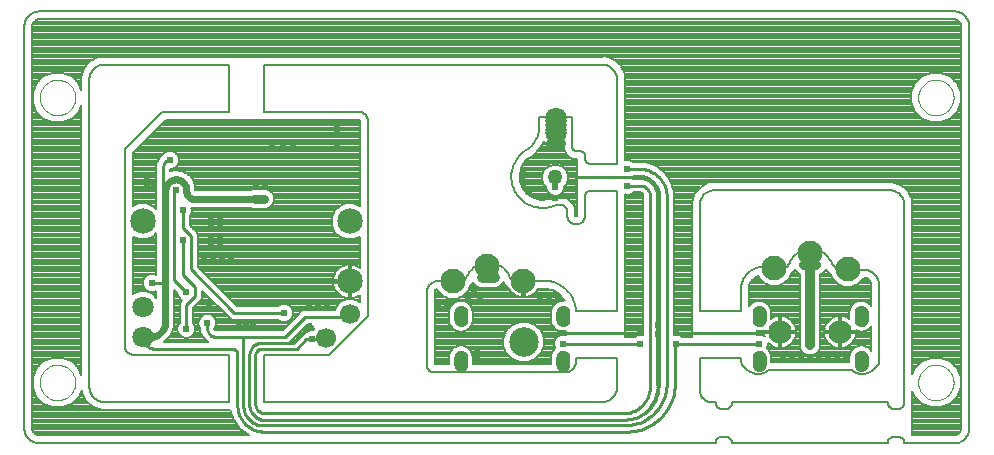
<source format=gbl>
G75*
G70*
%OFA0B0*%
%FSLAX24Y24*%
%IPPOS*%
%LPD*%
%AMOC8*
5,1,8,0,0,1.08239X$1,22.5*
%
%ADD10C,0.0050*%
%ADD11C,0.0000*%
%ADD12C,0.0277*%
%ADD13C,0.0004*%
%ADD14C,0.0984*%
%ADD15C,0.0827*%
%ADD16C,0.0850*%
%ADD17C,0.0709*%
%ADD18C,0.0787*%
%ADD19C,0.0669*%
%ADD20C,0.0500*%
%ADD21C,0.0080*%
%ADD22C,0.0240*%
%ADD23C,0.0100*%
%ADD24C,0.0300*%
%ADD25C,0.0300*%
%ADD26C,0.0280*%
%ADD27C,0.0360*%
%ADD28C,0.0240*%
%ADD29C,0.0320*%
D10*
X001034Y000534D02*
X023572Y000534D01*
X023572Y000562D01*
X023576Y000590D01*
X023583Y000617D01*
X023594Y000643D01*
X023608Y000667D01*
X023625Y000689D01*
X023645Y000709D01*
X023667Y000726D01*
X023691Y000740D01*
X023717Y000751D01*
X023744Y000758D01*
X023772Y000762D01*
X023922Y000762D01*
X023950Y000758D01*
X023977Y000751D01*
X024003Y000740D01*
X024027Y000726D01*
X024049Y000709D01*
X024069Y000689D01*
X024086Y000667D01*
X024100Y000643D01*
X024111Y000617D01*
X024118Y000590D01*
X024122Y000562D01*
X024122Y000534D01*
X029309Y000534D01*
X029309Y000562D01*
X029313Y000590D01*
X029320Y000617D01*
X029331Y000643D01*
X029345Y000667D01*
X029362Y000689D01*
X029382Y000709D01*
X029404Y000726D01*
X029428Y000740D01*
X029454Y000751D01*
X029481Y000758D01*
X029509Y000762D01*
X029659Y000762D01*
X029688Y000758D01*
X029715Y000751D01*
X029741Y000741D01*
X029766Y000727D01*
X029789Y000710D01*
X029809Y000690D01*
X029827Y000668D01*
X029841Y000643D01*
X029853Y000617D01*
X029860Y000590D01*
X029864Y000562D01*
X029865Y000534D01*
X029864Y000534D02*
X031519Y000534D01*
X031518Y000533D02*
X031563Y000534D01*
X031606Y000540D01*
X031650Y000549D01*
X031692Y000562D01*
X031733Y000578D01*
X031772Y000598D01*
X031810Y000621D01*
X031845Y000648D01*
X031878Y000677D01*
X031908Y000710D01*
X031935Y000744D01*
X031959Y000781D01*
X031980Y000820D01*
X031998Y000861D01*
X032011Y000903D01*
X032021Y000946D01*
X032028Y000989D01*
X032030Y001033D01*
X032030Y001034D02*
X032030Y014435D01*
X032027Y014478D01*
X032021Y014522D01*
X032011Y014565D01*
X031997Y014607D01*
X031980Y014647D01*
X031959Y014686D01*
X031935Y014723D01*
X031908Y014758D01*
X031877Y014790D01*
X031845Y014819D01*
X031809Y014845D01*
X031772Y014869D01*
X031733Y014888D01*
X031692Y014905D01*
X031649Y014917D01*
X031606Y014926D01*
X031563Y014932D01*
X031518Y014933D01*
X031519Y014933D02*
X001034Y014933D01*
X000990Y014931D01*
X000947Y014926D01*
X000905Y014916D01*
X000863Y014903D01*
X000823Y014887D01*
X000784Y014867D01*
X000748Y014843D01*
X000713Y014817D01*
X000681Y014788D01*
X000651Y014756D01*
X000625Y014721D01*
X000601Y014684D01*
X000581Y014646D01*
X000564Y014606D01*
X000551Y014564D01*
X000542Y014522D01*
X000536Y014478D01*
X000534Y014435D01*
X000534Y001034D01*
X000536Y000990D01*
X000542Y000947D01*
X000551Y000905D01*
X000564Y000863D01*
X000581Y000823D01*
X000601Y000784D01*
X000624Y000747D01*
X000651Y000713D01*
X000680Y000680D01*
X000713Y000651D01*
X000747Y000624D01*
X000784Y000601D01*
X000823Y000581D01*
X000863Y000564D01*
X000905Y000551D01*
X000947Y000542D01*
X000990Y000536D01*
X001034Y000534D01*
X003249Y001912D02*
X007340Y001912D01*
X007340Y003486D01*
X004184Y003486D01*
X004150Y003488D01*
X004117Y003493D01*
X004084Y003502D01*
X004053Y003515D01*
X004023Y003531D01*
X003995Y003551D01*
X003970Y003573D01*
X003947Y003598D01*
X003927Y003626D01*
X003911Y003655D01*
X003898Y003687D01*
X003888Y003719D01*
X003882Y003752D01*
X003880Y003786D01*
X003880Y010336D01*
X005130Y011586D01*
X007340Y011586D01*
X007340Y013161D01*
X003175Y013161D01*
X003130Y013155D01*
X003086Y013146D01*
X003043Y013134D01*
X003002Y013117D01*
X002962Y013097D01*
X002923Y013073D01*
X002887Y013047D01*
X002854Y013017D01*
X002823Y012984D01*
X002795Y012949D01*
X002771Y012912D01*
X002749Y012872D01*
X002732Y012831D01*
X002718Y012788D01*
X002707Y012745D01*
X002701Y012700D01*
X002698Y012656D01*
X002699Y012611D01*
X002699Y002387D01*
X002704Y002345D01*
X002712Y002303D01*
X002724Y002262D01*
X002739Y002222D01*
X002757Y002184D01*
X002779Y002147D01*
X002803Y002112D01*
X002830Y002080D01*
X002860Y002049D01*
X002892Y002022D01*
X002926Y001997D01*
X002963Y001974D01*
X003001Y001955D01*
X003040Y001940D01*
X003081Y001927D01*
X003122Y001918D01*
X003164Y001912D01*
X003207Y001910D01*
X003249Y001911D01*
X008521Y001912D02*
X008521Y003486D01*
X010680Y003486D01*
X011980Y004786D01*
X011980Y011286D01*
X011978Y011320D01*
X011972Y011353D01*
X011963Y011385D01*
X011950Y011416D01*
X011934Y011446D01*
X011915Y011473D01*
X011892Y011498D01*
X011867Y011521D01*
X011840Y011540D01*
X011810Y011556D01*
X011779Y011569D01*
X011747Y011578D01*
X011714Y011584D01*
X011680Y011586D01*
X008521Y011586D01*
X008521Y013161D01*
X019741Y013161D01*
X020291Y012686D02*
X020291Y009857D01*
X019373Y009857D01*
X019350Y009861D01*
X019328Y009868D01*
X019307Y009878D01*
X019288Y009891D01*
X019271Y009907D01*
X019257Y009925D01*
X019245Y009945D01*
X019236Y009966D01*
X019230Y009988D01*
X019227Y010011D01*
X019228Y010034D01*
X019228Y010097D01*
X019228Y010120D01*
X019224Y010143D01*
X019218Y010165D01*
X019208Y010186D01*
X019196Y010205D01*
X019181Y010222D01*
X019163Y010237D01*
X019144Y010250D01*
X019123Y010259D01*
X019101Y010265D01*
X019078Y010269D01*
X018938Y010269D01*
X018938Y010270D02*
X018915Y010273D01*
X018893Y010280D01*
X018872Y010290D01*
X018852Y010303D01*
X018835Y010319D01*
X018819Y010336D01*
X018807Y010356D01*
X018798Y010378D01*
X018791Y010400D01*
X018788Y010423D01*
X018789Y010447D01*
X018788Y010447D02*
X018788Y011397D01*
X017688Y011397D01*
X017688Y010897D01*
X017688Y010896D02*
X017670Y010836D01*
X017648Y010777D01*
X017622Y010720D01*
X017593Y010664D01*
X017561Y010611D01*
X017525Y010559D01*
X017487Y010509D01*
X017446Y010462D01*
X017401Y010417D01*
X017355Y010376D01*
X017305Y010337D01*
X017254Y010301D01*
X017200Y010268D01*
X017200Y010269D02*
X017150Y010231D01*
X017102Y010190D01*
X017057Y010146D01*
X017015Y010100D01*
X016975Y010051D01*
X016939Y009999D01*
X016906Y009946D01*
X016876Y009891D01*
X016849Y009834D01*
X016826Y009775D01*
X016807Y009715D01*
X016791Y009654D01*
X016779Y009593D01*
X016770Y009530D01*
X016766Y009467D01*
X016765Y009405D01*
X016768Y009342D01*
X016775Y009279D01*
X016786Y009217D01*
X016800Y009156D01*
X016818Y009096D01*
X016840Y009037D01*
X016865Y008979D01*
X016894Y008923D01*
X016926Y008869D01*
X016961Y008817D01*
X016999Y008767D01*
X017040Y008719D01*
X017085Y008674D01*
X017131Y008632D01*
X017180Y008593D01*
X017232Y008557D01*
X017285Y008524D01*
X017341Y008494D01*
X017398Y008468D01*
X017456Y008445D01*
X017516Y008426D01*
X017577Y008410D01*
X017639Y008398D01*
X017701Y008390D01*
X017764Y008386D01*
X017827Y008385D01*
X017890Y008389D01*
X017952Y008396D01*
X018014Y008407D01*
X018076Y008421D01*
X018136Y008439D01*
X018195Y008461D01*
X018252Y008487D01*
X018253Y008486D02*
X018473Y008486D01*
X018623Y008336D01*
X018623Y008137D01*
X018622Y008137D02*
X018624Y008103D01*
X018630Y008070D01*
X018639Y008037D01*
X018652Y008006D01*
X018668Y007976D01*
X018688Y007948D01*
X018711Y007923D01*
X018736Y007900D01*
X018764Y007880D01*
X018794Y007864D01*
X018825Y007851D01*
X018858Y007842D01*
X018891Y007836D01*
X018925Y007834D01*
X018959Y007836D01*
X018992Y007842D01*
X019025Y007851D01*
X019056Y007864D01*
X019086Y007880D01*
X019114Y007900D01*
X019139Y007923D01*
X019162Y007948D01*
X019182Y007976D01*
X019198Y008006D01*
X019211Y008037D01*
X019220Y008070D01*
X019226Y008103D01*
X019228Y008137D01*
X019228Y008808D01*
X019231Y008831D01*
X019238Y008853D01*
X019248Y008874D01*
X019261Y008894D01*
X019276Y008911D01*
X019294Y008926D01*
X019314Y008938D01*
X019335Y008948D01*
X019358Y008954D01*
X019381Y008957D01*
X019404Y008956D01*
X019404Y008957D02*
X020291Y008957D01*
X020291Y004942D01*
X018913Y004942D01*
X018913Y004998D01*
X018905Y005061D01*
X018893Y005124D01*
X018877Y005187D01*
X018858Y005248D01*
X018835Y005308D01*
X018808Y005366D01*
X018778Y005423D01*
X018744Y005478D01*
X018707Y005531D01*
X018667Y005581D01*
X018624Y005629D01*
X018579Y005674D01*
X018530Y005716D01*
X018480Y005756D01*
X018426Y005792D01*
X018371Y005825D01*
X018314Y005854D01*
X018255Y005880D01*
X018195Y005903D01*
X018134Y005922D01*
X018071Y005937D01*
X018008Y005948D01*
X017944Y005955D01*
X017880Y005959D01*
X017816Y005958D01*
X017751Y005954D01*
X017751Y005955D02*
X016819Y005955D01*
X016795Y005970D01*
X016772Y005988D01*
X016752Y006008D01*
X016734Y006031D01*
X016719Y006055D01*
X016699Y006105D01*
X016676Y006153D01*
X016649Y006200D01*
X016619Y006245D01*
X016585Y006287D01*
X016549Y006327D01*
X016511Y006365D01*
X016469Y006399D01*
X016426Y006431D01*
X016380Y006460D01*
X016332Y006485D01*
X016283Y006507D01*
X016233Y006525D01*
X016181Y006540D01*
X016128Y006551D01*
X016075Y006559D01*
X016021Y006563D01*
X015967Y006563D01*
X015913Y006559D01*
X015860Y006551D01*
X015807Y006540D01*
X015755Y006525D01*
X015705Y006507D01*
X015656Y006485D01*
X015608Y006460D01*
X015562Y006431D01*
X015519Y006399D01*
X015477Y006365D01*
X015439Y006327D01*
X015403Y006287D01*
X015369Y006245D01*
X015339Y006200D01*
X015312Y006153D01*
X015289Y006105D01*
X015269Y006055D01*
X015169Y005955D02*
X014319Y005955D01*
X014319Y005954D02*
X014281Y005950D01*
X014244Y005943D01*
X014208Y005933D01*
X014173Y005919D01*
X014139Y005901D01*
X014108Y005881D01*
X014078Y005857D01*
X014051Y005830D01*
X014027Y005802D01*
X014006Y005770D01*
X013988Y005737D01*
X013973Y005702D01*
X013962Y005666D01*
X013954Y005629D01*
X013950Y005592D01*
X013949Y005554D01*
X013949Y005555D02*
X013949Y003149D01*
X013951Y003119D01*
X013956Y003089D01*
X013965Y003060D01*
X013978Y003033D01*
X013993Y003007D01*
X014012Y002983D01*
X014033Y002962D01*
X014057Y002943D01*
X014083Y002928D01*
X014110Y002915D01*
X014139Y002906D01*
X014169Y002901D01*
X014199Y002899D01*
X018559Y002899D01*
X018913Y003247D02*
X018913Y003367D01*
X020291Y003367D01*
X020291Y002462D01*
X020291Y002461D02*
X020292Y002419D01*
X020290Y002376D01*
X020284Y002334D01*
X020275Y002293D01*
X020262Y002252D01*
X020247Y002213D01*
X020228Y002175D01*
X020205Y002138D01*
X020180Y002104D01*
X020153Y002072D01*
X020122Y002042D01*
X020090Y002015D01*
X020055Y001991D01*
X020018Y001969D01*
X019980Y001951D01*
X019940Y001936D01*
X019899Y001924D01*
X019857Y001916D01*
X019815Y001911D01*
X019815Y001912D02*
X008521Y001912D01*
X015168Y005955D02*
X015192Y005970D01*
X015215Y005988D01*
X015235Y006008D01*
X015253Y006031D01*
X015268Y006055D01*
X018559Y002899D02*
X018596Y002901D01*
X018632Y002906D01*
X018668Y002915D01*
X018702Y002928D01*
X018735Y002945D01*
X018766Y002964D01*
X018795Y002987D01*
X018821Y003013D01*
X018844Y003041D01*
X018865Y003072D01*
X018882Y003105D01*
X018895Y003139D01*
X018905Y003174D01*
X018911Y003211D01*
X018913Y003247D01*
X023047Y003367D02*
X023047Y002275D01*
X023046Y002275D02*
X023051Y002237D01*
X023060Y002199D01*
X023072Y002162D01*
X023088Y002127D01*
X023107Y002093D01*
X023130Y002061D01*
X023155Y002032D01*
X023184Y002005D01*
X023214Y001981D01*
X023247Y001961D01*
X023282Y001943D01*
X023318Y001929D01*
X023356Y001919D01*
X023394Y001913D01*
X023433Y001910D01*
X023472Y001911D01*
X023472Y001912D02*
X023572Y001912D01*
X023572Y001884D01*
X023576Y001856D01*
X023583Y001829D01*
X023594Y001803D01*
X023608Y001779D01*
X023625Y001757D01*
X023645Y001737D01*
X023667Y001720D01*
X023691Y001706D01*
X023717Y001695D01*
X023744Y001688D01*
X023772Y001684D01*
X023922Y001684D01*
X023950Y001688D01*
X023977Y001695D01*
X024003Y001706D01*
X024027Y001720D01*
X024049Y001737D01*
X024069Y001757D01*
X024086Y001779D01*
X024100Y001803D01*
X024111Y001829D01*
X024118Y001856D01*
X024122Y001884D01*
X024122Y001912D01*
X029309Y001912D01*
X029309Y001884D01*
X029313Y001856D01*
X029320Y001829D01*
X029331Y001803D01*
X029345Y001779D01*
X029362Y001757D01*
X029382Y001737D01*
X029404Y001720D01*
X029428Y001706D01*
X029454Y001695D01*
X029481Y001688D01*
X029509Y001684D01*
X029659Y001684D01*
X029659Y001683D02*
X029688Y001687D01*
X029715Y001694D01*
X029741Y001704D01*
X029766Y001718D01*
X029789Y001735D01*
X029809Y001755D01*
X029827Y001777D01*
X029841Y001802D01*
X029853Y001828D01*
X029860Y001855D01*
X029864Y001883D01*
X029865Y001911D01*
X029864Y001912D02*
X029864Y008502D01*
X029865Y008502D02*
X029860Y008544D01*
X029852Y008586D01*
X029840Y008627D01*
X029825Y008667D01*
X029807Y008705D01*
X029785Y008742D01*
X029761Y008777D01*
X029734Y008809D01*
X029704Y008840D01*
X029672Y008867D01*
X029638Y008892D01*
X029601Y008915D01*
X029563Y008934D01*
X029524Y008949D01*
X029483Y008962D01*
X029442Y008971D01*
X029400Y008977D01*
X029357Y008979D01*
X029315Y008978D01*
X029314Y008977D02*
X023522Y008977D01*
X023522Y008978D02*
X023477Y008972D01*
X023433Y008963D01*
X023390Y008951D01*
X023349Y008934D01*
X023309Y008914D01*
X023270Y008890D01*
X023234Y008864D01*
X023201Y008834D01*
X023170Y008801D01*
X023142Y008766D01*
X023118Y008729D01*
X023096Y008689D01*
X023079Y008648D01*
X023065Y008605D01*
X023054Y008562D01*
X023048Y008517D01*
X023045Y008473D01*
X023046Y008428D01*
X023047Y008427D02*
X023047Y004942D01*
X024425Y004942D01*
X024425Y005745D01*
X024431Y005797D01*
X024441Y005849D01*
X024454Y005900D01*
X024471Y005950D01*
X024492Y005998D01*
X024516Y006045D01*
X024544Y006090D01*
X024575Y006132D01*
X024609Y006173D01*
X024646Y006210D01*
X024685Y006245D01*
X024727Y006277D01*
X024771Y006306D01*
X024817Y006331D01*
X024865Y006353D01*
X024915Y006372D01*
X024965Y006386D01*
X025017Y006397D01*
X025069Y006404D01*
X025069Y006405D02*
X025919Y006405D01*
X025942Y006420D01*
X025965Y006438D01*
X025985Y006458D01*
X026003Y006481D01*
X026018Y006505D01*
X026019Y006505D02*
X026039Y006555D01*
X026062Y006603D01*
X026089Y006650D01*
X026119Y006695D01*
X026153Y006737D01*
X026189Y006777D01*
X026227Y006815D01*
X026269Y006849D01*
X026312Y006881D01*
X026358Y006910D01*
X026406Y006935D01*
X026455Y006957D01*
X026505Y006975D01*
X026557Y006990D01*
X026610Y007001D01*
X026663Y007009D01*
X026717Y007013D01*
X026771Y007013D01*
X026825Y007009D01*
X026878Y007001D01*
X026931Y006990D01*
X026983Y006975D01*
X027033Y006957D01*
X027082Y006935D01*
X027130Y006910D01*
X027176Y006881D01*
X027219Y006849D01*
X027261Y006815D01*
X027299Y006777D01*
X027335Y006737D01*
X027369Y006695D01*
X027399Y006650D01*
X027426Y006603D01*
X027449Y006555D01*
X027469Y006505D01*
X027491Y006470D01*
X027515Y006438D01*
X027542Y006407D01*
X027571Y006378D01*
X027602Y006351D01*
X027634Y006327D01*
X027669Y006305D01*
X028601Y006305D01*
X028601Y006304D02*
X028643Y006297D01*
X028684Y006286D01*
X028724Y006272D01*
X028762Y006254D01*
X028799Y006233D01*
X028834Y006208D01*
X028866Y006181D01*
X028896Y006151D01*
X028924Y006119D01*
X028948Y006084D01*
X028969Y006048D01*
X028988Y006009D01*
X029002Y005969D01*
X029013Y005928D01*
X029021Y005887D01*
X029024Y005845D01*
X029025Y005845D02*
X029025Y003231D01*
X029024Y003231D02*
X029004Y003187D01*
X028980Y003145D01*
X028953Y003105D01*
X028923Y003067D01*
X028890Y003032D01*
X028854Y002999D01*
X028816Y002969D01*
X028776Y002942D01*
X028733Y002919D01*
X028689Y002899D01*
X028644Y002882D01*
X028597Y002869D01*
X028550Y002860D01*
X028502Y002855D01*
X028453Y002853D01*
X028405Y002855D01*
X028357Y002861D01*
X028310Y002871D01*
X028263Y002884D01*
X028218Y002901D01*
X028121Y002995D02*
X025331Y002995D01*
X025330Y002995D02*
X025316Y002971D01*
X025299Y002949D01*
X025278Y002930D01*
X025255Y002914D01*
X025231Y002901D01*
X024425Y003231D02*
X024425Y003367D01*
X023047Y003367D01*
X024425Y003231D02*
X024445Y003187D01*
X024469Y003145D01*
X024496Y003105D01*
X024526Y003067D01*
X024559Y003032D01*
X024595Y002999D01*
X024633Y002969D01*
X024673Y002942D01*
X024716Y002919D01*
X024760Y002899D01*
X024805Y002882D01*
X024852Y002869D01*
X024899Y002860D01*
X024947Y002855D01*
X024996Y002853D01*
X025044Y002855D01*
X025092Y002861D01*
X025139Y002871D01*
X025186Y002884D01*
X025231Y002901D01*
X028121Y002995D02*
X028135Y002971D01*
X028152Y002949D01*
X028171Y002930D01*
X028194Y002914D01*
X028218Y002901D01*
X020291Y012685D02*
X020286Y012727D01*
X020278Y012769D01*
X020266Y012810D01*
X020251Y012850D01*
X020233Y012888D01*
X020211Y012925D01*
X020187Y012960D01*
X020160Y012992D01*
X020130Y013023D01*
X020098Y013050D01*
X020064Y013075D01*
X020027Y013098D01*
X019989Y013117D01*
X019950Y013132D01*
X019909Y013145D01*
X019868Y013154D01*
X019826Y013160D01*
X019783Y013162D01*
X019741Y013161D01*
D11*
X030325Y012065D02*
X030327Y012113D01*
X030333Y012161D01*
X030343Y012208D01*
X030356Y012254D01*
X030374Y012299D01*
X030394Y012343D01*
X030419Y012385D01*
X030447Y012424D01*
X030477Y012461D01*
X030511Y012495D01*
X030548Y012527D01*
X030586Y012556D01*
X030627Y012581D01*
X030670Y012603D01*
X030715Y012621D01*
X030761Y012635D01*
X030808Y012646D01*
X030856Y012653D01*
X030904Y012656D01*
X030952Y012655D01*
X031000Y012650D01*
X031048Y012641D01*
X031094Y012629D01*
X031139Y012612D01*
X031183Y012592D01*
X031225Y012569D01*
X031265Y012542D01*
X031303Y012512D01*
X031338Y012479D01*
X031370Y012443D01*
X031400Y012405D01*
X031426Y012364D01*
X031448Y012321D01*
X031468Y012277D01*
X031483Y012232D01*
X031495Y012185D01*
X031503Y012137D01*
X031507Y012089D01*
X031507Y012041D01*
X031503Y011993D01*
X031495Y011945D01*
X031483Y011898D01*
X031468Y011853D01*
X031448Y011809D01*
X031426Y011766D01*
X031400Y011725D01*
X031370Y011687D01*
X031338Y011651D01*
X031303Y011618D01*
X031265Y011588D01*
X031225Y011561D01*
X031183Y011538D01*
X031139Y011518D01*
X031094Y011501D01*
X031048Y011489D01*
X031000Y011480D01*
X030952Y011475D01*
X030904Y011474D01*
X030856Y011477D01*
X030808Y011484D01*
X030761Y011495D01*
X030715Y011509D01*
X030670Y011527D01*
X030627Y011549D01*
X030586Y011574D01*
X030548Y011603D01*
X030511Y011635D01*
X030477Y011669D01*
X030447Y011706D01*
X030419Y011745D01*
X030394Y011787D01*
X030374Y011831D01*
X030356Y011876D01*
X030343Y011922D01*
X030333Y011969D01*
X030327Y012017D01*
X030325Y012065D01*
X030325Y002565D02*
X030327Y002613D01*
X030333Y002661D01*
X030343Y002708D01*
X030356Y002754D01*
X030374Y002799D01*
X030394Y002843D01*
X030419Y002885D01*
X030447Y002924D01*
X030477Y002961D01*
X030511Y002995D01*
X030548Y003027D01*
X030586Y003056D01*
X030627Y003081D01*
X030670Y003103D01*
X030715Y003121D01*
X030761Y003135D01*
X030808Y003146D01*
X030856Y003153D01*
X030904Y003156D01*
X030952Y003155D01*
X031000Y003150D01*
X031048Y003141D01*
X031094Y003129D01*
X031139Y003112D01*
X031183Y003092D01*
X031225Y003069D01*
X031265Y003042D01*
X031303Y003012D01*
X031338Y002979D01*
X031370Y002943D01*
X031400Y002905D01*
X031426Y002864D01*
X031448Y002821D01*
X031468Y002777D01*
X031483Y002732D01*
X031495Y002685D01*
X031503Y002637D01*
X031507Y002589D01*
X031507Y002541D01*
X031503Y002493D01*
X031495Y002445D01*
X031483Y002398D01*
X031468Y002353D01*
X031448Y002309D01*
X031426Y002266D01*
X031400Y002225D01*
X031370Y002187D01*
X031338Y002151D01*
X031303Y002118D01*
X031265Y002088D01*
X031225Y002061D01*
X031183Y002038D01*
X031139Y002018D01*
X031094Y002001D01*
X031048Y001989D01*
X031000Y001980D01*
X030952Y001975D01*
X030904Y001974D01*
X030856Y001977D01*
X030808Y001984D01*
X030761Y001995D01*
X030715Y002009D01*
X030670Y002027D01*
X030627Y002049D01*
X030586Y002074D01*
X030548Y002103D01*
X030511Y002135D01*
X030477Y002169D01*
X030447Y002206D01*
X030419Y002245D01*
X030394Y002287D01*
X030374Y002331D01*
X030356Y002376D01*
X030343Y002422D01*
X030333Y002469D01*
X030327Y002517D01*
X030325Y002565D01*
X001046Y002565D02*
X001048Y002613D01*
X001054Y002661D01*
X001064Y002708D01*
X001077Y002754D01*
X001095Y002799D01*
X001115Y002843D01*
X001140Y002885D01*
X001168Y002924D01*
X001198Y002961D01*
X001232Y002995D01*
X001269Y003027D01*
X001307Y003056D01*
X001348Y003081D01*
X001391Y003103D01*
X001436Y003121D01*
X001482Y003135D01*
X001529Y003146D01*
X001577Y003153D01*
X001625Y003156D01*
X001673Y003155D01*
X001721Y003150D01*
X001769Y003141D01*
X001815Y003129D01*
X001860Y003112D01*
X001904Y003092D01*
X001946Y003069D01*
X001986Y003042D01*
X002024Y003012D01*
X002059Y002979D01*
X002091Y002943D01*
X002121Y002905D01*
X002147Y002864D01*
X002169Y002821D01*
X002189Y002777D01*
X002204Y002732D01*
X002216Y002685D01*
X002224Y002637D01*
X002228Y002589D01*
X002228Y002541D01*
X002224Y002493D01*
X002216Y002445D01*
X002204Y002398D01*
X002189Y002353D01*
X002169Y002309D01*
X002147Y002266D01*
X002121Y002225D01*
X002091Y002187D01*
X002059Y002151D01*
X002024Y002118D01*
X001986Y002088D01*
X001946Y002061D01*
X001904Y002038D01*
X001860Y002018D01*
X001815Y002001D01*
X001769Y001989D01*
X001721Y001980D01*
X001673Y001975D01*
X001625Y001974D01*
X001577Y001977D01*
X001529Y001984D01*
X001482Y001995D01*
X001436Y002009D01*
X001391Y002027D01*
X001348Y002049D01*
X001307Y002074D01*
X001269Y002103D01*
X001232Y002135D01*
X001198Y002169D01*
X001168Y002206D01*
X001140Y002245D01*
X001115Y002287D01*
X001095Y002331D01*
X001077Y002376D01*
X001064Y002422D01*
X001054Y002469D01*
X001048Y002517D01*
X001046Y002565D01*
X001046Y012065D02*
X001048Y012113D01*
X001054Y012161D01*
X001064Y012208D01*
X001077Y012254D01*
X001095Y012299D01*
X001115Y012343D01*
X001140Y012385D01*
X001168Y012424D01*
X001198Y012461D01*
X001232Y012495D01*
X001269Y012527D01*
X001307Y012556D01*
X001348Y012581D01*
X001391Y012603D01*
X001436Y012621D01*
X001482Y012635D01*
X001529Y012646D01*
X001577Y012653D01*
X001625Y012656D01*
X001673Y012655D01*
X001721Y012650D01*
X001769Y012641D01*
X001815Y012629D01*
X001860Y012612D01*
X001904Y012592D01*
X001946Y012569D01*
X001986Y012542D01*
X002024Y012512D01*
X002059Y012479D01*
X002091Y012443D01*
X002121Y012405D01*
X002147Y012364D01*
X002169Y012321D01*
X002189Y012277D01*
X002204Y012232D01*
X002216Y012185D01*
X002224Y012137D01*
X002228Y012089D01*
X002228Y012041D01*
X002224Y011993D01*
X002216Y011945D01*
X002204Y011898D01*
X002189Y011853D01*
X002169Y011809D01*
X002147Y011766D01*
X002121Y011725D01*
X002091Y011687D01*
X002059Y011651D01*
X002024Y011618D01*
X001986Y011588D01*
X001946Y011561D01*
X001904Y011538D01*
X001860Y011518D01*
X001815Y011501D01*
X001769Y011489D01*
X001721Y011480D01*
X001673Y011475D01*
X001625Y011474D01*
X001577Y011477D01*
X001529Y011484D01*
X001482Y011495D01*
X001436Y011509D01*
X001391Y011527D01*
X001348Y011549D01*
X001307Y011574D01*
X001269Y011603D01*
X001232Y011635D01*
X001198Y011669D01*
X001168Y011706D01*
X001140Y011745D01*
X001115Y011787D01*
X001095Y011831D01*
X001077Y011876D01*
X001064Y011922D01*
X001054Y011969D01*
X001048Y012017D01*
X001046Y012065D01*
D12*
X015082Y004779D03*
X015082Y003283D03*
X018482Y003283D03*
X018482Y004779D03*
X025025Y004779D03*
X025025Y003283D03*
X028425Y003283D03*
X028425Y004779D03*
D13*
X028211Y004779D02*
X028641Y004779D01*
X028641Y004777D02*
X028211Y004777D01*
X028211Y004775D02*
X028641Y004775D01*
X028641Y004772D02*
X028211Y004772D01*
X028211Y004770D02*
X028641Y004770D01*
X028641Y004767D02*
X028211Y004767D01*
X028211Y004765D02*
X028641Y004765D01*
X028641Y004762D02*
X028211Y004762D01*
X028211Y004760D02*
X028641Y004760D01*
X028641Y004757D02*
X028211Y004757D01*
X028211Y004755D02*
X028641Y004755D01*
X028641Y004753D02*
X028211Y004753D01*
X028211Y004750D02*
X028641Y004750D01*
X028641Y004748D02*
X028211Y004748D01*
X028211Y004745D02*
X028641Y004745D01*
X028641Y004743D02*
X028211Y004743D01*
X028211Y004740D02*
X028641Y004740D01*
X028641Y004738D02*
X028211Y004738D01*
X028211Y004736D02*
X028641Y004736D01*
X028641Y004733D02*
X028211Y004733D01*
X028211Y004731D02*
X028641Y004731D01*
X028641Y004728D02*
X028211Y004728D01*
X028211Y004726D02*
X028641Y004726D01*
X028641Y004723D02*
X028211Y004723D01*
X028211Y004721D02*
X028641Y004721D01*
X028641Y004718D02*
X028211Y004718D01*
X028211Y004716D02*
X028641Y004716D01*
X028641Y004714D02*
X028211Y004714D01*
X028211Y004711D02*
X028641Y004711D01*
X028641Y004709D02*
X028211Y004709D01*
X028211Y004706D02*
X028641Y004706D01*
X028641Y004704D02*
X028211Y004704D01*
X028211Y004701D02*
X028641Y004701D01*
X028641Y004699D02*
X028211Y004699D01*
X028211Y004697D02*
X028641Y004697D01*
X028641Y004694D02*
X028211Y004694D01*
X028211Y004692D02*
X028641Y004692D01*
X028641Y004689D02*
X028211Y004689D01*
X028211Y004687D02*
X028641Y004687D01*
X028641Y004684D02*
X028211Y004684D01*
X028211Y004682D02*
X028641Y004682D01*
X028641Y004679D02*
X028211Y004679D01*
X028211Y004677D02*
X028641Y004677D01*
X028641Y004675D02*
X028211Y004675D01*
X028211Y004672D02*
X028641Y004672D01*
X028641Y004670D02*
X028211Y004670D01*
X028211Y004667D02*
X028641Y004667D01*
X028641Y004665D02*
X028211Y004665D01*
X028211Y004662D02*
X028641Y004662D01*
X028641Y004661D02*
X028641Y004897D01*
X028636Y004945D01*
X028217Y004945D01*
X028211Y004897D01*
X028211Y004661D01*
X028217Y004613D01*
X028233Y004568D01*
X028258Y004527D01*
X028292Y004493D01*
X028333Y004468D01*
X028378Y004452D01*
X028426Y004446D01*
X028474Y004452D01*
X028519Y004468D01*
X028560Y004493D01*
X028594Y004527D01*
X028620Y004568D01*
X028636Y004613D01*
X028641Y004661D01*
X028641Y004660D02*
X028212Y004660D01*
X028212Y004658D02*
X028641Y004658D01*
X028640Y004655D02*
X028212Y004655D01*
X028212Y004653D02*
X028640Y004653D01*
X028640Y004650D02*
X028213Y004650D01*
X028213Y004648D02*
X028640Y004648D01*
X028639Y004645D02*
X028213Y004645D01*
X028213Y004643D02*
X028639Y004643D01*
X028639Y004640D02*
X028214Y004640D01*
X028214Y004638D02*
X028638Y004638D01*
X028638Y004636D02*
X028214Y004636D01*
X028215Y004633D02*
X028638Y004633D01*
X028638Y004631D02*
X028215Y004631D01*
X028215Y004628D02*
X028637Y004628D01*
X028637Y004626D02*
X028215Y004626D01*
X028216Y004623D02*
X028637Y004623D01*
X028637Y004621D02*
X028216Y004621D01*
X028216Y004619D02*
X028636Y004619D01*
X028636Y004616D02*
X028216Y004616D01*
X028217Y004614D02*
X028636Y004614D01*
X028635Y004611D02*
X028218Y004611D01*
X028218Y004609D02*
X028634Y004609D01*
X028633Y004606D02*
X028219Y004606D01*
X028220Y004604D02*
X028632Y004604D01*
X028631Y004601D02*
X028221Y004601D01*
X028222Y004599D02*
X028631Y004599D01*
X028630Y004597D02*
X028223Y004597D01*
X028224Y004594D02*
X028629Y004594D01*
X028628Y004592D02*
X028224Y004592D01*
X028225Y004589D02*
X028627Y004589D01*
X028626Y004587D02*
X028226Y004587D01*
X028227Y004584D02*
X028626Y004584D01*
X028625Y004582D02*
X028228Y004582D01*
X028229Y004580D02*
X028624Y004580D01*
X028623Y004577D02*
X028229Y004577D01*
X028230Y004575D02*
X028622Y004575D01*
X028621Y004572D02*
X028231Y004572D01*
X028232Y004570D02*
X028620Y004570D01*
X028619Y004567D02*
X028233Y004567D01*
X028235Y004565D02*
X028618Y004565D01*
X028616Y004562D02*
X028236Y004562D01*
X028238Y004560D02*
X028615Y004560D01*
X028613Y004558D02*
X028239Y004558D01*
X028241Y004555D02*
X028612Y004555D01*
X028610Y004553D02*
X028242Y004553D01*
X028244Y004550D02*
X028609Y004550D01*
X028607Y004548D02*
X028245Y004548D01*
X028247Y004545D02*
X028606Y004545D01*
X028604Y004543D02*
X028248Y004543D01*
X028250Y004541D02*
X028603Y004541D01*
X028601Y004538D02*
X028251Y004538D01*
X028253Y004536D02*
X028599Y004536D01*
X028598Y004533D02*
X028255Y004533D01*
X028256Y004531D02*
X028596Y004531D01*
X028595Y004528D02*
X028258Y004528D01*
X028260Y004526D02*
X028593Y004526D01*
X028590Y004523D02*
X028262Y004523D01*
X028264Y004521D02*
X028588Y004521D01*
X028586Y004519D02*
X028267Y004519D01*
X028269Y004516D02*
X028583Y004516D01*
X028581Y004514D02*
X028272Y004514D01*
X028274Y004511D02*
X028578Y004511D01*
X028576Y004509D02*
X028277Y004509D01*
X028279Y004506D02*
X028573Y004506D01*
X028571Y004504D02*
X028282Y004504D01*
X028284Y004502D02*
X028568Y004502D01*
X028566Y004499D02*
X028286Y004499D01*
X028289Y004497D02*
X028564Y004497D01*
X028561Y004494D02*
X028291Y004494D01*
X028295Y004492D02*
X028558Y004492D01*
X028554Y004489D02*
X028298Y004489D01*
X028302Y004487D02*
X028550Y004487D01*
X028546Y004484D02*
X028306Y004484D01*
X028310Y004482D02*
X028542Y004482D01*
X028538Y004480D02*
X028314Y004480D01*
X028318Y004477D02*
X028535Y004477D01*
X028531Y004475D02*
X028322Y004475D01*
X028326Y004472D02*
X028527Y004472D01*
X028523Y004470D02*
X028330Y004470D01*
X028334Y004467D02*
X028519Y004467D01*
X028512Y004465D02*
X028341Y004465D01*
X028348Y004463D02*
X028505Y004463D01*
X028498Y004460D02*
X028355Y004460D01*
X028362Y004458D02*
X028491Y004458D01*
X028484Y004455D02*
X028369Y004455D01*
X028376Y004453D02*
X028477Y004453D01*
X028461Y004450D02*
X028391Y004450D01*
X028413Y004448D02*
X028440Y004448D01*
X028641Y004782D02*
X028211Y004782D01*
X028211Y004784D02*
X028641Y004784D01*
X028641Y004787D02*
X028211Y004787D01*
X028211Y004789D02*
X028641Y004789D01*
X028641Y004792D02*
X028211Y004792D01*
X028211Y004794D02*
X028641Y004794D01*
X028641Y004796D02*
X028211Y004796D01*
X028211Y004799D02*
X028641Y004799D01*
X028641Y004801D02*
X028211Y004801D01*
X028211Y004804D02*
X028641Y004804D01*
X028641Y004806D02*
X028211Y004806D01*
X028211Y004809D02*
X028641Y004809D01*
X028641Y004811D02*
X028211Y004811D01*
X028211Y004814D02*
X028641Y004814D01*
X028641Y004816D02*
X028211Y004816D01*
X028211Y004818D02*
X028641Y004818D01*
X028641Y004821D02*
X028211Y004821D01*
X028211Y004823D02*
X028641Y004823D01*
X028641Y004826D02*
X028211Y004826D01*
X028211Y004828D02*
X028641Y004828D01*
X028641Y004831D02*
X028211Y004831D01*
X028211Y004833D02*
X028641Y004833D01*
X028641Y004835D02*
X028211Y004835D01*
X028211Y004838D02*
X028641Y004838D01*
X028641Y004840D02*
X028211Y004840D01*
X028211Y004843D02*
X028641Y004843D01*
X028641Y004845D02*
X028211Y004845D01*
X028211Y004848D02*
X028641Y004848D01*
X028641Y004850D02*
X028211Y004850D01*
X028211Y004853D02*
X028641Y004853D01*
X028641Y004855D02*
X028211Y004855D01*
X028211Y004857D02*
X028641Y004857D01*
X028641Y004860D02*
X028211Y004860D01*
X028211Y004862D02*
X028641Y004862D01*
X028641Y004865D02*
X028211Y004865D01*
X028211Y004867D02*
X028641Y004867D01*
X028641Y004870D02*
X028211Y004870D01*
X028211Y004872D02*
X028641Y004872D01*
X028641Y004874D02*
X028211Y004874D01*
X028211Y004877D02*
X028641Y004877D01*
X028641Y004879D02*
X028211Y004879D01*
X028211Y004882D02*
X028641Y004882D01*
X028641Y004884D02*
X028211Y004884D01*
X028211Y004887D02*
X028641Y004887D01*
X028641Y004889D02*
X028211Y004889D01*
X028211Y004892D02*
X028641Y004892D01*
X028641Y004894D02*
X028211Y004894D01*
X028211Y004896D02*
X028641Y004896D01*
X028641Y004899D02*
X028212Y004899D01*
X028212Y004901D02*
X028641Y004901D01*
X028640Y004904D02*
X028212Y004904D01*
X028212Y004906D02*
X028640Y004906D01*
X028640Y004909D02*
X028213Y004909D01*
X028213Y004911D02*
X028640Y004911D01*
X028639Y004913D02*
X028213Y004913D01*
X028213Y004916D02*
X028639Y004916D01*
X028639Y004918D02*
X028214Y004918D01*
X028214Y004921D02*
X028638Y004921D01*
X028638Y004923D02*
X028214Y004923D01*
X028215Y004926D02*
X028638Y004926D01*
X028638Y004928D02*
X028215Y004928D01*
X028215Y004931D02*
X028637Y004931D01*
X028637Y004933D02*
X028215Y004933D01*
X028216Y004935D02*
X028637Y004935D01*
X028637Y004938D02*
X028216Y004938D01*
X028216Y004940D02*
X028636Y004940D01*
X028636Y004943D02*
X028216Y004943D01*
X028217Y004945D02*
X028233Y004991D01*
X028619Y004991D01*
X028620Y004991D02*
X028594Y005031D01*
X028560Y005065D01*
X028519Y005091D01*
X028474Y005107D01*
X028426Y005112D01*
X028378Y005107D01*
X028333Y005091D01*
X028292Y005065D01*
X028258Y005031D01*
X028233Y004991D01*
X028232Y004989D02*
X028620Y004989D01*
X028620Y004991D02*
X028636Y004945D01*
X028635Y004948D02*
X028218Y004948D01*
X028218Y004950D02*
X028634Y004950D01*
X028633Y004952D02*
X028219Y004952D01*
X028220Y004955D02*
X028632Y004955D01*
X028631Y004957D02*
X028221Y004957D01*
X028222Y004960D02*
X028631Y004960D01*
X028630Y004962D02*
X028223Y004962D01*
X028224Y004965D02*
X028629Y004965D01*
X028628Y004967D02*
X028224Y004967D01*
X028225Y004970D02*
X028627Y004970D01*
X028626Y004972D02*
X028226Y004972D01*
X028227Y004974D02*
X028626Y004974D01*
X028625Y004977D02*
X028228Y004977D01*
X028229Y004979D02*
X028624Y004979D01*
X028623Y004982D02*
X028229Y004982D01*
X028230Y004984D02*
X028622Y004984D01*
X028621Y004987D02*
X028231Y004987D01*
X028235Y004994D02*
X028618Y004994D01*
X028616Y004996D02*
X028236Y004996D01*
X028238Y004999D02*
X028615Y004999D01*
X028613Y005001D02*
X028239Y005001D01*
X028241Y005004D02*
X028612Y005004D01*
X028610Y005006D02*
X028242Y005006D01*
X028244Y005008D02*
X028609Y005008D01*
X028607Y005011D02*
X028245Y005011D01*
X028247Y005013D02*
X028606Y005013D01*
X028604Y005016D02*
X028248Y005016D01*
X028250Y005018D02*
X028602Y005018D01*
X028601Y005021D02*
X028251Y005021D01*
X028253Y005023D02*
X028599Y005023D01*
X028598Y005026D02*
X028255Y005026D01*
X028256Y005028D02*
X028596Y005028D01*
X028595Y005030D02*
X028258Y005030D01*
X028260Y005033D02*
X028593Y005033D01*
X028590Y005035D02*
X028262Y005035D01*
X028265Y005038D02*
X028588Y005038D01*
X028585Y005040D02*
X028267Y005040D01*
X028269Y005043D02*
X028583Y005043D01*
X028581Y005045D02*
X028272Y005045D01*
X028274Y005047D02*
X028578Y005047D01*
X028576Y005050D02*
X028277Y005050D01*
X028279Y005052D02*
X028573Y005052D01*
X028571Y005055D02*
X028282Y005055D01*
X028284Y005057D02*
X028568Y005057D01*
X028566Y005060D02*
X028286Y005060D01*
X028289Y005062D02*
X028564Y005062D01*
X028561Y005065D02*
X028291Y005065D01*
X028295Y005067D02*
X028558Y005067D01*
X028554Y005069D02*
X028299Y005069D01*
X028302Y005072D02*
X028550Y005072D01*
X028546Y005074D02*
X028306Y005074D01*
X028310Y005077D02*
X028542Y005077D01*
X028538Y005079D02*
X028314Y005079D01*
X028318Y005082D02*
X028534Y005082D01*
X028531Y005084D02*
X028322Y005084D01*
X028326Y005086D02*
X028527Y005086D01*
X028523Y005089D02*
X028330Y005089D01*
X028334Y005091D02*
X028519Y005091D01*
X028512Y005094D02*
X028341Y005094D01*
X028348Y005096D02*
X028505Y005096D01*
X028498Y005099D02*
X028355Y005099D01*
X028362Y005101D02*
X028491Y005101D01*
X028484Y005104D02*
X028369Y005104D01*
X028376Y005106D02*
X028477Y005106D01*
X028461Y005108D02*
X028392Y005108D01*
X028413Y005111D02*
X028439Y005111D01*
X028426Y003616D02*
X028378Y003611D01*
X028333Y003595D01*
X028292Y003569D01*
X028258Y003535D01*
X028233Y003495D01*
X028620Y003495D01*
X028594Y003535D01*
X028560Y003569D01*
X028519Y003595D01*
X028474Y003611D01*
X028426Y003616D01*
X028410Y003614D02*
X028443Y003614D01*
X028465Y003612D02*
X028388Y003612D01*
X028375Y003610D02*
X028478Y003610D01*
X028485Y003607D02*
X028368Y003607D01*
X028361Y003605D02*
X028492Y003605D01*
X028499Y003602D02*
X028354Y003602D01*
X028347Y003600D02*
X028506Y003600D01*
X028513Y003597D02*
X028340Y003597D01*
X028333Y003595D02*
X028520Y003595D01*
X028523Y003592D02*
X028329Y003592D01*
X028325Y003590D02*
X028527Y003590D01*
X028531Y003588D02*
X028321Y003588D01*
X028317Y003585D02*
X028535Y003585D01*
X028539Y003583D02*
X028313Y003583D01*
X028310Y003580D02*
X028543Y003580D01*
X028547Y003578D02*
X028306Y003578D01*
X028302Y003575D02*
X028551Y003575D01*
X028555Y003573D02*
X028298Y003573D01*
X028294Y003571D02*
X028558Y003571D01*
X028561Y003568D02*
X028291Y003568D01*
X028289Y003566D02*
X028564Y003566D01*
X028566Y003563D02*
X028286Y003563D01*
X028284Y003561D02*
X028569Y003561D01*
X028571Y003558D02*
X028281Y003558D01*
X028279Y003556D02*
X028574Y003556D01*
X028576Y003553D02*
X028276Y003553D01*
X028274Y003551D02*
X028579Y003551D01*
X028581Y003549D02*
X028271Y003549D01*
X028269Y003546D02*
X028583Y003546D01*
X028586Y003544D02*
X028267Y003544D01*
X028264Y003541D02*
X028588Y003541D01*
X028591Y003539D02*
X028262Y003539D01*
X028259Y003536D02*
X028593Y003536D01*
X028595Y003534D02*
X028257Y003534D01*
X028256Y003532D02*
X028597Y003532D01*
X028598Y003529D02*
X028254Y003529D01*
X028253Y003527D02*
X028600Y003527D01*
X028601Y003524D02*
X028251Y003524D01*
X028250Y003522D02*
X028603Y003522D01*
X028604Y003519D02*
X028248Y003519D01*
X028247Y003517D02*
X028606Y003517D01*
X028607Y003514D02*
X028245Y003514D01*
X028244Y003512D02*
X028609Y003512D01*
X028610Y003510D02*
X028242Y003510D01*
X028241Y003507D02*
X028612Y003507D01*
X028613Y003505D02*
X028239Y003505D01*
X028237Y003502D02*
X028615Y003502D01*
X028617Y003500D02*
X028236Y003500D01*
X028234Y003497D02*
X028618Y003497D01*
X028620Y003495D02*
X028636Y003449D01*
X028641Y003401D01*
X028641Y003165D01*
X028636Y003117D01*
X028217Y003117D01*
X028233Y003072D01*
X028258Y003031D01*
X028292Y002997D01*
X028333Y002972D01*
X028378Y002956D01*
X028426Y002950D01*
X028474Y002956D01*
X028519Y002972D01*
X028560Y002997D01*
X028594Y003031D01*
X028620Y003072D01*
X028636Y003117D01*
X028635Y003115D02*
X028218Y003115D01*
X028217Y003117D02*
X028211Y003165D01*
X028211Y003401D01*
X028217Y003449D01*
X028233Y003495D01*
X028232Y003493D02*
X028621Y003493D01*
X028621Y003490D02*
X028231Y003490D01*
X028230Y003488D02*
X028622Y003488D01*
X028623Y003485D02*
X028229Y003485D01*
X028228Y003483D02*
X028624Y003483D01*
X028625Y003480D02*
X028228Y003480D01*
X028227Y003478D02*
X028626Y003478D01*
X028627Y003475D02*
X028226Y003475D01*
X028225Y003473D02*
X028627Y003473D01*
X028628Y003471D02*
X028224Y003471D01*
X028223Y003468D02*
X028629Y003468D01*
X028630Y003466D02*
X028223Y003466D01*
X028222Y003463D02*
X028631Y003463D01*
X028632Y003461D02*
X028221Y003461D01*
X028220Y003458D02*
X028632Y003458D01*
X028633Y003456D02*
X028219Y003456D01*
X028218Y003454D02*
X028634Y003454D01*
X028635Y003451D02*
X028217Y003451D01*
X028217Y003449D02*
X028636Y003449D01*
X028636Y003446D02*
X028216Y003446D01*
X028216Y003444D02*
X028636Y003444D01*
X028637Y003441D02*
X028216Y003441D01*
X028216Y003439D02*
X028637Y003439D01*
X028637Y003436D02*
X028215Y003436D01*
X028215Y003434D02*
X028637Y003434D01*
X028638Y003432D02*
X028215Y003432D01*
X028214Y003429D02*
X028638Y003429D01*
X028638Y003427D02*
X028214Y003427D01*
X028214Y003424D02*
X028638Y003424D01*
X028639Y003422D02*
X028214Y003422D01*
X028213Y003419D02*
X028639Y003419D01*
X028639Y003417D02*
X028213Y003417D01*
X028213Y003415D02*
X028640Y003415D01*
X028640Y003412D02*
X028213Y003412D01*
X028212Y003410D02*
X028640Y003410D01*
X028640Y003407D02*
X028212Y003407D01*
X028212Y003405D02*
X028641Y003405D01*
X028641Y003402D02*
X028211Y003402D01*
X028211Y003400D02*
X028641Y003400D01*
X028641Y003397D02*
X028211Y003397D01*
X028211Y003395D02*
X028641Y003395D01*
X028641Y003393D02*
X028211Y003393D01*
X028211Y003390D02*
X028641Y003390D01*
X028641Y003388D02*
X028211Y003388D01*
X028211Y003385D02*
X028641Y003385D01*
X028641Y003383D02*
X028211Y003383D01*
X028211Y003380D02*
X028641Y003380D01*
X028641Y003378D02*
X028211Y003378D01*
X028211Y003376D02*
X028641Y003376D01*
X028641Y003373D02*
X028211Y003373D01*
X028211Y003371D02*
X028641Y003371D01*
X028641Y003368D02*
X028211Y003368D01*
X028211Y003366D02*
X028641Y003366D01*
X028641Y003363D02*
X028211Y003363D01*
X028211Y003361D02*
X028641Y003361D01*
X028641Y003358D02*
X028211Y003358D01*
X028211Y003356D02*
X028641Y003356D01*
X028641Y003354D02*
X028211Y003354D01*
X028211Y003351D02*
X028641Y003351D01*
X028641Y003349D02*
X028211Y003349D01*
X028211Y003346D02*
X028641Y003346D01*
X028641Y003344D02*
X028211Y003344D01*
X028211Y003341D02*
X028641Y003341D01*
X028641Y003339D02*
X028211Y003339D01*
X028211Y003337D02*
X028641Y003337D01*
X028641Y003334D02*
X028211Y003334D01*
X028211Y003332D02*
X028641Y003332D01*
X028641Y003329D02*
X028211Y003329D01*
X028211Y003327D02*
X028641Y003327D01*
X028641Y003324D02*
X028211Y003324D01*
X028211Y003322D02*
X028641Y003322D01*
X028641Y003319D02*
X028211Y003319D01*
X028211Y003317D02*
X028641Y003317D01*
X028641Y003315D02*
X028211Y003315D01*
X028211Y003312D02*
X028641Y003312D01*
X028641Y003310D02*
X028211Y003310D01*
X028211Y003307D02*
X028641Y003307D01*
X028641Y003305D02*
X028211Y003305D01*
X028211Y003302D02*
X028641Y003302D01*
X028641Y003300D02*
X028211Y003300D01*
X028211Y003298D02*
X028641Y003298D01*
X028641Y003295D02*
X028211Y003295D01*
X028211Y003293D02*
X028641Y003293D01*
X028641Y003290D02*
X028211Y003290D01*
X028211Y003288D02*
X028641Y003288D01*
X028641Y003285D02*
X028211Y003285D01*
X028211Y003283D02*
X028641Y003283D01*
X028641Y003280D02*
X028211Y003280D01*
X028211Y003278D02*
X028641Y003278D01*
X028641Y003276D02*
X028211Y003276D01*
X028211Y003273D02*
X028641Y003273D01*
X028641Y003271D02*
X028211Y003271D01*
X028211Y003268D02*
X028641Y003268D01*
X028641Y003266D02*
X028211Y003266D01*
X028211Y003263D02*
X028641Y003263D01*
X028641Y003261D02*
X028211Y003261D01*
X028211Y003259D02*
X028641Y003259D01*
X028641Y003256D02*
X028211Y003256D01*
X028211Y003254D02*
X028641Y003254D01*
X028641Y003251D02*
X028211Y003251D01*
X028211Y003249D02*
X028641Y003249D01*
X028641Y003246D02*
X028211Y003246D01*
X028211Y003244D02*
X028641Y003244D01*
X028641Y003241D02*
X028211Y003241D01*
X028211Y003239D02*
X028641Y003239D01*
X028641Y003237D02*
X028211Y003237D01*
X028211Y003234D02*
X028641Y003234D01*
X028641Y003232D02*
X028211Y003232D01*
X028211Y003229D02*
X028641Y003229D01*
X028641Y003227D02*
X028211Y003227D01*
X028211Y003224D02*
X028641Y003224D01*
X028641Y003222D02*
X028211Y003222D01*
X028211Y003220D02*
X028641Y003220D01*
X028641Y003217D02*
X028211Y003217D01*
X028211Y003215D02*
X028641Y003215D01*
X028641Y003212D02*
X028211Y003212D01*
X028211Y003210D02*
X028641Y003210D01*
X028641Y003207D02*
X028211Y003207D01*
X028211Y003205D02*
X028641Y003205D01*
X028641Y003202D02*
X028211Y003202D01*
X028211Y003200D02*
X028641Y003200D01*
X028641Y003198D02*
X028211Y003198D01*
X028211Y003195D02*
X028641Y003195D01*
X028641Y003193D02*
X028211Y003193D01*
X028211Y003190D02*
X028641Y003190D01*
X028641Y003188D02*
X028211Y003188D01*
X028211Y003185D02*
X028641Y003185D01*
X028641Y003183D02*
X028211Y003183D01*
X028211Y003181D02*
X028641Y003181D01*
X028641Y003178D02*
X028211Y003178D01*
X028211Y003176D02*
X028641Y003176D01*
X028641Y003173D02*
X028211Y003173D01*
X028211Y003171D02*
X028641Y003171D01*
X028641Y003168D02*
X028211Y003168D01*
X028211Y003166D02*
X028641Y003166D01*
X028641Y003163D02*
X028212Y003163D01*
X028212Y003161D02*
X028641Y003161D01*
X028640Y003159D02*
X028212Y003159D01*
X028212Y003156D02*
X028640Y003156D01*
X028640Y003154D02*
X028213Y003154D01*
X028213Y003151D02*
X028640Y003151D01*
X028639Y003149D02*
X028213Y003149D01*
X028213Y003146D02*
X028639Y003146D01*
X028639Y003144D02*
X028214Y003144D01*
X028214Y003142D02*
X028638Y003142D01*
X028638Y003139D02*
X028214Y003139D01*
X028215Y003137D02*
X028638Y003137D01*
X028638Y003134D02*
X028215Y003134D01*
X028215Y003132D02*
X028637Y003132D01*
X028637Y003129D02*
X028215Y003129D01*
X028216Y003127D02*
X028637Y003127D01*
X028636Y003125D02*
X028216Y003125D01*
X028216Y003122D02*
X028636Y003122D01*
X028636Y003120D02*
X028217Y003120D01*
X028219Y003112D02*
X028634Y003112D01*
X028633Y003110D02*
X028219Y003110D01*
X028220Y003107D02*
X028632Y003107D01*
X028631Y003105D02*
X028221Y003105D01*
X028222Y003103D02*
X028630Y003103D01*
X028630Y003100D02*
X028223Y003100D01*
X028224Y003098D02*
X028629Y003098D01*
X028628Y003095D02*
X028225Y003095D01*
X028225Y003093D02*
X028627Y003093D01*
X028626Y003090D02*
X028226Y003090D01*
X028227Y003088D02*
X028625Y003088D01*
X028625Y003086D02*
X028228Y003086D01*
X028229Y003083D02*
X028624Y003083D01*
X028623Y003081D02*
X028230Y003081D01*
X028230Y003078D02*
X028622Y003078D01*
X028621Y003076D02*
X028231Y003076D01*
X028232Y003073D02*
X028620Y003073D01*
X028619Y003071D02*
X028233Y003071D01*
X028235Y003068D02*
X028618Y003068D01*
X028616Y003066D02*
X028236Y003066D01*
X028238Y003064D02*
X028615Y003064D01*
X028613Y003061D02*
X028239Y003061D01*
X028241Y003059D02*
X028611Y003059D01*
X028610Y003056D02*
X028243Y003056D01*
X028244Y003054D02*
X028608Y003054D01*
X028607Y003051D02*
X028246Y003051D01*
X028247Y003049D02*
X028605Y003049D01*
X028604Y003047D02*
X028249Y003047D01*
X028250Y003044D02*
X028602Y003044D01*
X028601Y003042D02*
X028252Y003042D01*
X028253Y003039D02*
X028599Y003039D01*
X028598Y003037D02*
X028255Y003037D01*
X028256Y003034D02*
X028596Y003034D01*
X028595Y003032D02*
X028258Y003032D01*
X028260Y003029D02*
X028592Y003029D01*
X028590Y003027D02*
X028262Y003027D01*
X028265Y003025D02*
X028588Y003025D01*
X028585Y003022D02*
X028267Y003022D01*
X028270Y003020D02*
X028583Y003020D01*
X028580Y003017D02*
X028272Y003017D01*
X028275Y003015D02*
X028578Y003015D01*
X028575Y003012D02*
X028277Y003012D01*
X028280Y003010D02*
X028573Y003010D01*
X028570Y003008D02*
X028282Y003008D01*
X028284Y003005D02*
X028568Y003005D01*
X028566Y003003D02*
X028287Y003003D01*
X028289Y003000D02*
X028563Y003000D01*
X028561Y002998D02*
X028292Y002998D01*
X028295Y002995D02*
X028557Y002995D01*
X028553Y002993D02*
X028299Y002993D01*
X028303Y002990D02*
X028549Y002990D01*
X028546Y002988D02*
X028307Y002988D01*
X028311Y002986D02*
X028542Y002986D01*
X028538Y002983D02*
X028315Y002983D01*
X028319Y002981D02*
X028534Y002981D01*
X028530Y002978D02*
X028322Y002978D01*
X028326Y002976D02*
X028526Y002976D01*
X028522Y002973D02*
X028330Y002973D01*
X028335Y002971D02*
X028518Y002971D01*
X028511Y002969D02*
X028342Y002969D01*
X028349Y002966D02*
X028504Y002966D01*
X028497Y002964D02*
X028356Y002964D01*
X028363Y002961D02*
X028490Y002961D01*
X028483Y002959D02*
X028370Y002959D01*
X028377Y002956D02*
X028476Y002956D01*
X028458Y002954D02*
X028395Y002954D01*
X028416Y002951D02*
X028436Y002951D01*
X025240Y003165D02*
X025240Y003401D01*
X025235Y003449D01*
X025219Y003495D01*
X024832Y003495D01*
X024816Y003449D01*
X024811Y003401D01*
X024811Y003165D01*
X024816Y003117D01*
X025235Y003117D01*
X025240Y003165D01*
X025240Y003166D02*
X024811Y003166D01*
X024811Y003168D02*
X025240Y003168D01*
X025240Y003171D02*
X024811Y003171D01*
X024811Y003173D02*
X025240Y003173D01*
X025240Y003176D02*
X024811Y003176D01*
X024811Y003178D02*
X025240Y003178D01*
X025240Y003181D02*
X024811Y003181D01*
X024811Y003183D02*
X025240Y003183D01*
X025240Y003185D02*
X024811Y003185D01*
X024811Y003188D02*
X025240Y003188D01*
X025240Y003190D02*
X024811Y003190D01*
X024811Y003193D02*
X025240Y003193D01*
X025240Y003195D02*
X024811Y003195D01*
X024811Y003198D02*
X025240Y003198D01*
X025240Y003200D02*
X024811Y003200D01*
X024811Y003202D02*
X025240Y003202D01*
X025240Y003205D02*
X024811Y003205D01*
X024811Y003207D02*
X025240Y003207D01*
X025240Y003210D02*
X024811Y003210D01*
X024811Y003212D02*
X025240Y003212D01*
X025240Y003215D02*
X024811Y003215D01*
X024811Y003217D02*
X025240Y003217D01*
X025240Y003220D02*
X024811Y003220D01*
X024811Y003222D02*
X025240Y003222D01*
X025240Y003224D02*
X024811Y003224D01*
X024811Y003227D02*
X025240Y003227D01*
X025240Y003229D02*
X024811Y003229D01*
X024811Y003232D02*
X025240Y003232D01*
X025240Y003234D02*
X024811Y003234D01*
X024811Y003237D02*
X025240Y003237D01*
X025240Y003239D02*
X024811Y003239D01*
X024811Y003241D02*
X025240Y003241D01*
X025240Y003244D02*
X024811Y003244D01*
X024811Y003246D02*
X025240Y003246D01*
X025240Y003249D02*
X024811Y003249D01*
X024811Y003251D02*
X025240Y003251D01*
X025240Y003254D02*
X024811Y003254D01*
X024811Y003256D02*
X025240Y003256D01*
X025240Y003259D02*
X024811Y003259D01*
X024811Y003261D02*
X025240Y003261D01*
X025240Y003263D02*
X024811Y003263D01*
X024811Y003266D02*
X025240Y003266D01*
X025240Y003268D02*
X024811Y003268D01*
X024811Y003271D02*
X025240Y003271D01*
X025240Y003273D02*
X024811Y003273D01*
X024811Y003276D02*
X025240Y003276D01*
X025240Y003278D02*
X024811Y003278D01*
X024811Y003280D02*
X025240Y003280D01*
X025240Y003283D02*
X024811Y003283D01*
X024811Y003285D02*
X025240Y003285D01*
X025240Y003288D02*
X024811Y003288D01*
X024811Y003290D02*
X025240Y003290D01*
X025240Y003293D02*
X024811Y003293D01*
X024811Y003295D02*
X025240Y003295D01*
X025240Y003298D02*
X024811Y003298D01*
X024811Y003300D02*
X025240Y003300D01*
X025240Y003302D02*
X024811Y003302D01*
X024811Y003305D02*
X025240Y003305D01*
X025240Y003307D02*
X024811Y003307D01*
X024811Y003310D02*
X025240Y003310D01*
X025240Y003312D02*
X024811Y003312D01*
X024811Y003315D02*
X025240Y003315D01*
X025240Y003317D02*
X024811Y003317D01*
X024811Y003319D02*
X025240Y003319D01*
X025240Y003322D02*
X024811Y003322D01*
X024811Y003324D02*
X025240Y003324D01*
X025240Y003327D02*
X024811Y003327D01*
X024811Y003329D02*
X025240Y003329D01*
X025240Y003332D02*
X024811Y003332D01*
X024811Y003334D02*
X025240Y003334D01*
X025240Y003337D02*
X024811Y003337D01*
X024811Y003339D02*
X025240Y003339D01*
X025240Y003341D02*
X024811Y003341D01*
X024811Y003344D02*
X025240Y003344D01*
X025240Y003346D02*
X024811Y003346D01*
X024811Y003349D02*
X025240Y003349D01*
X025240Y003351D02*
X024811Y003351D01*
X024811Y003354D02*
X025240Y003354D01*
X025240Y003356D02*
X024811Y003356D01*
X024811Y003358D02*
X025240Y003358D01*
X025240Y003361D02*
X024811Y003361D01*
X024811Y003363D02*
X025240Y003363D01*
X025240Y003366D02*
X024811Y003366D01*
X024811Y003368D02*
X025240Y003368D01*
X025240Y003371D02*
X024811Y003371D01*
X024811Y003373D02*
X025240Y003373D01*
X025240Y003376D02*
X024811Y003376D01*
X024811Y003378D02*
X025240Y003378D01*
X025240Y003380D02*
X024811Y003380D01*
X024811Y003383D02*
X025240Y003383D01*
X025240Y003385D02*
X024811Y003385D01*
X024811Y003388D02*
X025240Y003388D01*
X025240Y003390D02*
X024811Y003390D01*
X024811Y003393D02*
X025240Y003393D01*
X025240Y003395D02*
X024811Y003395D01*
X024811Y003397D02*
X025240Y003397D01*
X025240Y003400D02*
X024811Y003400D01*
X024811Y003402D02*
X025240Y003402D01*
X025240Y003405D02*
X024811Y003405D01*
X024811Y003407D02*
X025240Y003407D01*
X025239Y003410D02*
X024812Y003410D01*
X024812Y003412D02*
X025239Y003412D01*
X025239Y003415D02*
X024812Y003415D01*
X024812Y003417D02*
X025239Y003417D01*
X025238Y003419D02*
X024813Y003419D01*
X024813Y003422D02*
X025238Y003422D01*
X025238Y003424D02*
X024813Y003424D01*
X024813Y003427D02*
X025237Y003427D01*
X025237Y003429D02*
X024814Y003429D01*
X024814Y003432D02*
X025237Y003432D01*
X025237Y003434D02*
X024814Y003434D01*
X024815Y003436D02*
X025236Y003436D01*
X025236Y003439D02*
X024815Y003439D01*
X024815Y003441D02*
X025236Y003441D01*
X025236Y003444D02*
X024815Y003444D01*
X024816Y003446D02*
X025235Y003446D01*
X025235Y003449D02*
X024816Y003449D01*
X024817Y003451D02*
X025234Y003451D01*
X025233Y003454D02*
X024817Y003454D01*
X024818Y003456D02*
X025233Y003456D01*
X025232Y003458D02*
X024819Y003458D01*
X024820Y003461D02*
X025231Y003461D01*
X025230Y003463D02*
X024821Y003463D01*
X024822Y003466D02*
X025229Y003466D01*
X025228Y003468D02*
X024823Y003468D01*
X024823Y003471D02*
X025227Y003471D01*
X025227Y003473D02*
X024824Y003473D01*
X024825Y003475D02*
X025226Y003475D01*
X025225Y003478D02*
X024826Y003478D01*
X024827Y003480D02*
X025224Y003480D01*
X025223Y003483D02*
X024828Y003483D01*
X024829Y003485D02*
X025222Y003485D01*
X025221Y003488D02*
X024829Y003488D01*
X024830Y003490D02*
X025221Y003490D01*
X025220Y003493D02*
X024831Y003493D01*
X024832Y003495D02*
X024857Y003535D01*
X024891Y003569D01*
X024932Y003595D01*
X025119Y003595D01*
X025073Y003611D01*
X025025Y003616D01*
X024978Y003611D01*
X024932Y003595D01*
X024928Y003592D02*
X025123Y003592D01*
X025127Y003590D02*
X024924Y003590D01*
X024920Y003588D02*
X025130Y003588D01*
X025134Y003585D02*
X024917Y003585D01*
X024913Y003583D02*
X025138Y003583D01*
X025142Y003580D02*
X024909Y003580D01*
X024905Y003578D02*
X025146Y003578D01*
X025150Y003575D02*
X024901Y003575D01*
X024897Y003573D02*
X025154Y003573D01*
X025158Y003571D02*
X024893Y003571D01*
X024890Y003568D02*
X025161Y003568D01*
X025159Y003569D02*
X025119Y003595D01*
X025112Y003597D02*
X024939Y003597D01*
X024946Y003600D02*
X025105Y003600D01*
X025098Y003602D02*
X024953Y003602D01*
X024960Y003605D02*
X025091Y003605D01*
X025084Y003607D02*
X024967Y003607D01*
X024974Y003610D02*
X025077Y003610D01*
X025064Y003612D02*
X024987Y003612D01*
X025009Y003614D02*
X025042Y003614D01*
X025159Y003569D02*
X025193Y003535D01*
X025219Y003495D01*
X025217Y003497D02*
X024834Y003497D01*
X024835Y003500D02*
X025216Y003500D01*
X025214Y003502D02*
X024837Y003502D01*
X024838Y003505D02*
X025213Y003505D01*
X025211Y003507D02*
X024840Y003507D01*
X024841Y003510D02*
X025210Y003510D01*
X025208Y003512D02*
X024843Y003512D01*
X024844Y003514D02*
X025207Y003514D01*
X025205Y003517D02*
X024846Y003517D01*
X024847Y003519D02*
X025203Y003519D01*
X025202Y003522D02*
X024849Y003522D01*
X024850Y003524D02*
X025200Y003524D01*
X025199Y003527D02*
X024852Y003527D01*
X024854Y003529D02*
X025197Y003529D01*
X025196Y003532D02*
X024855Y003532D01*
X024857Y003534D02*
X025194Y003534D01*
X025192Y003536D02*
X024858Y003536D01*
X024861Y003539D02*
X025190Y003539D01*
X025188Y003541D02*
X024863Y003541D01*
X024866Y003544D02*
X025185Y003544D01*
X025183Y003546D02*
X024868Y003546D01*
X024871Y003549D02*
X025180Y003549D01*
X025178Y003551D02*
X024873Y003551D01*
X024876Y003553D02*
X025175Y003553D01*
X025173Y003556D02*
X024878Y003556D01*
X024880Y003558D02*
X025170Y003558D01*
X025168Y003561D02*
X024883Y003561D01*
X024885Y003563D02*
X025166Y003563D01*
X025163Y003566D02*
X024888Y003566D01*
X024811Y003163D02*
X025240Y003163D01*
X025240Y003161D02*
X024811Y003161D01*
X024811Y003159D02*
X025240Y003159D01*
X025239Y003156D02*
X024812Y003156D01*
X024812Y003154D02*
X025239Y003154D01*
X025239Y003151D02*
X024812Y003151D01*
X024812Y003149D02*
X025238Y003149D01*
X025238Y003146D02*
X024813Y003146D01*
X024813Y003144D02*
X025238Y003144D01*
X025238Y003142D02*
X024813Y003142D01*
X024814Y003139D02*
X025237Y003139D01*
X025237Y003137D02*
X024814Y003137D01*
X024814Y003134D02*
X025237Y003134D01*
X025237Y003132D02*
X024814Y003132D01*
X024815Y003129D02*
X025236Y003129D01*
X025236Y003127D02*
X024815Y003127D01*
X024815Y003125D02*
X025236Y003125D01*
X025235Y003122D02*
X024815Y003122D01*
X024816Y003120D02*
X025235Y003120D01*
X025235Y003117D02*
X025219Y003072D01*
X025193Y003031D01*
X025159Y002997D01*
X025119Y002972D01*
X025073Y002956D01*
X025025Y002950D01*
X024978Y002956D01*
X024932Y002972D01*
X024891Y002997D01*
X024857Y003031D01*
X024832Y003072D01*
X024816Y003117D01*
X024817Y003115D02*
X025234Y003115D01*
X025233Y003112D02*
X024818Y003112D01*
X024819Y003110D02*
X025232Y003110D01*
X025231Y003107D02*
X024819Y003107D01*
X024820Y003105D02*
X025231Y003105D01*
X025230Y003103D02*
X024821Y003103D01*
X024822Y003100D02*
X025229Y003100D01*
X025228Y003098D02*
X024823Y003098D01*
X024824Y003095D02*
X025227Y003095D01*
X025226Y003093D02*
X024825Y003093D01*
X024825Y003090D02*
X025225Y003090D01*
X025225Y003088D02*
X024826Y003088D01*
X024827Y003086D02*
X025224Y003086D01*
X025223Y003083D02*
X024828Y003083D01*
X024829Y003081D02*
X025222Y003081D01*
X025221Y003078D02*
X024830Y003078D01*
X024831Y003076D02*
X025220Y003076D01*
X025219Y003073D02*
X024831Y003073D01*
X024833Y003071D02*
X025218Y003071D01*
X025217Y003068D02*
X024834Y003068D01*
X024836Y003066D02*
X025215Y003066D01*
X025214Y003064D02*
X024837Y003064D01*
X024839Y003061D02*
X025212Y003061D01*
X025211Y003059D02*
X024840Y003059D01*
X024842Y003056D02*
X025209Y003056D01*
X025208Y003054D02*
X024843Y003054D01*
X024845Y003051D02*
X025206Y003051D01*
X025205Y003049D02*
X024846Y003049D01*
X024848Y003047D02*
X025203Y003047D01*
X025201Y003044D02*
X024849Y003044D01*
X024851Y003042D02*
X025200Y003042D01*
X025198Y003039D02*
X024852Y003039D01*
X024854Y003037D02*
X025197Y003037D01*
X025195Y003034D02*
X024856Y003034D01*
X024857Y003032D02*
X025194Y003032D01*
X025192Y003029D02*
X024859Y003029D01*
X024862Y003027D02*
X025189Y003027D01*
X025187Y003025D02*
X024864Y003025D01*
X024867Y003022D02*
X025184Y003022D01*
X025182Y003020D02*
X024869Y003020D01*
X024871Y003017D02*
X025179Y003017D01*
X025177Y003015D02*
X024874Y003015D01*
X024876Y003012D02*
X025175Y003012D01*
X025172Y003010D02*
X024879Y003010D01*
X024881Y003008D02*
X025170Y003008D01*
X025167Y003005D02*
X024884Y003005D01*
X024886Y003003D02*
X025165Y003003D01*
X025162Y003000D02*
X024888Y003000D01*
X024891Y002998D02*
X025160Y002998D01*
X025156Y002995D02*
X024894Y002995D01*
X024898Y002993D02*
X025153Y002993D01*
X025149Y002990D02*
X024902Y002990D01*
X024906Y002988D02*
X025145Y002988D01*
X025141Y002986D02*
X024910Y002986D01*
X024914Y002983D02*
X025137Y002983D01*
X025133Y002981D02*
X024918Y002981D01*
X024922Y002978D02*
X025129Y002978D01*
X025125Y002976D02*
X024926Y002976D01*
X024929Y002973D02*
X025121Y002973D01*
X025117Y002971D02*
X024934Y002971D01*
X024941Y002969D02*
X025110Y002969D01*
X025103Y002966D02*
X024948Y002966D01*
X024955Y002964D02*
X025096Y002964D01*
X025089Y002961D02*
X024962Y002961D01*
X024969Y002959D02*
X025082Y002959D01*
X025075Y002956D02*
X024976Y002956D01*
X024994Y002954D02*
X025057Y002954D01*
X025035Y002951D02*
X025016Y002951D01*
X025025Y004446D02*
X024978Y004452D01*
X024932Y004468D01*
X024891Y004493D01*
X024857Y004527D01*
X024832Y004568D01*
X024816Y004613D01*
X024811Y004661D01*
X024811Y004897D01*
X024816Y004945D01*
X025235Y004945D01*
X025219Y004991D01*
X025193Y005031D01*
X025159Y005065D01*
X025119Y005091D01*
X025073Y005107D01*
X025025Y005112D01*
X024978Y005107D01*
X024932Y005091D01*
X024891Y005065D01*
X025160Y005065D01*
X025157Y005067D02*
X024894Y005067D01*
X024891Y005065D02*
X024857Y005031D01*
X024857Y005030D02*
X025194Y005030D01*
X025196Y005028D02*
X024855Y005028D01*
X024854Y005026D02*
X025197Y005026D01*
X025199Y005023D02*
X024852Y005023D01*
X024851Y005021D02*
X025200Y005021D01*
X025202Y005018D02*
X024849Y005018D01*
X024848Y005016D02*
X025203Y005016D01*
X025205Y005013D02*
X024846Y005013D01*
X024845Y005011D02*
X025206Y005011D01*
X025208Y005008D02*
X024843Y005008D01*
X024842Y005006D02*
X025209Y005006D01*
X025211Y005004D02*
X024840Y005004D01*
X024838Y005001D02*
X025212Y005001D01*
X025214Y004999D02*
X024837Y004999D01*
X024835Y004996D02*
X025215Y004996D01*
X025217Y004994D02*
X024834Y004994D01*
X024832Y004991D02*
X025219Y004991D01*
X025220Y004989D02*
X024831Y004989D01*
X024832Y004991D02*
X024816Y004945D01*
X024816Y004943D02*
X025235Y004943D01*
X025235Y004945D02*
X025240Y004897D01*
X025240Y004661D01*
X025235Y004613D01*
X025219Y004568D01*
X025193Y004527D01*
X025159Y004493D01*
X025119Y004468D01*
X025073Y004452D01*
X025025Y004446D01*
X025012Y004448D02*
X025039Y004448D01*
X025061Y004450D02*
X024990Y004450D01*
X024975Y004453D02*
X025076Y004453D01*
X025083Y004455D02*
X024968Y004455D01*
X024961Y004458D02*
X025090Y004458D01*
X025097Y004460D02*
X024954Y004460D01*
X024947Y004463D02*
X025104Y004463D01*
X025111Y004465D02*
X024940Y004465D01*
X024933Y004467D02*
X025118Y004467D01*
X025122Y004470D02*
X024929Y004470D01*
X024925Y004472D02*
X025126Y004472D01*
X025130Y004475D02*
X024921Y004475D01*
X024917Y004477D02*
X025134Y004477D01*
X025138Y004480D02*
X024913Y004480D01*
X024909Y004482D02*
X025142Y004482D01*
X025145Y004484D02*
X024905Y004484D01*
X024902Y004487D02*
X025149Y004487D01*
X025153Y004489D02*
X024898Y004489D01*
X024894Y004492D02*
X025157Y004492D01*
X025160Y004494D02*
X024891Y004494D01*
X024888Y004497D02*
X025163Y004497D01*
X025165Y004499D02*
X024886Y004499D01*
X024883Y004502D02*
X025168Y004502D01*
X025170Y004504D02*
X024881Y004504D01*
X024878Y004506D02*
X025173Y004506D01*
X025175Y004509D02*
X024876Y004509D01*
X024873Y004511D02*
X025177Y004511D01*
X025180Y004514D02*
X024871Y004514D01*
X024869Y004516D02*
X025182Y004516D01*
X025185Y004519D02*
X024866Y004519D01*
X024864Y004521D02*
X025187Y004521D01*
X025190Y004523D02*
X024861Y004523D01*
X024859Y004526D02*
X025192Y004526D01*
X025194Y004528D02*
X024857Y004528D01*
X024855Y004531D02*
X025196Y004531D01*
X025197Y004533D02*
X024854Y004533D01*
X024852Y004536D02*
X025199Y004536D01*
X025200Y004538D02*
X024851Y004538D01*
X024849Y004541D02*
X025202Y004541D01*
X025203Y004543D02*
X024848Y004543D01*
X024846Y004545D02*
X025205Y004545D01*
X025206Y004548D02*
X024845Y004548D01*
X024843Y004550D02*
X025208Y004550D01*
X025209Y004553D02*
X024841Y004553D01*
X024840Y004555D02*
X025211Y004555D01*
X025212Y004558D02*
X024838Y004558D01*
X024837Y004560D02*
X025214Y004560D01*
X025216Y004562D02*
X024835Y004562D01*
X024834Y004565D02*
X025217Y004565D01*
X025219Y004567D02*
X024832Y004567D01*
X024831Y004570D02*
X025220Y004570D01*
X025220Y004572D02*
X024830Y004572D01*
X024830Y004575D02*
X025221Y004575D01*
X025222Y004577D02*
X024829Y004577D01*
X024828Y004580D02*
X025223Y004580D01*
X025224Y004582D02*
X024827Y004582D01*
X024826Y004584D02*
X025225Y004584D01*
X025226Y004587D02*
X024825Y004587D01*
X024824Y004589D02*
X025226Y004589D01*
X025227Y004592D02*
X024824Y004592D01*
X024823Y004594D02*
X025228Y004594D01*
X025229Y004597D02*
X024822Y004597D01*
X024821Y004599D02*
X025230Y004599D01*
X025231Y004601D02*
X024820Y004601D01*
X024819Y004604D02*
X025232Y004604D01*
X025232Y004606D02*
X024818Y004606D01*
X024818Y004609D02*
X025233Y004609D01*
X025234Y004611D02*
X024817Y004611D01*
X024816Y004614D02*
X025235Y004614D01*
X025235Y004616D02*
X024816Y004616D01*
X024815Y004619D02*
X025235Y004619D01*
X025236Y004621D02*
X024815Y004621D01*
X024815Y004623D02*
X025236Y004623D01*
X025236Y004626D02*
X024815Y004626D01*
X024814Y004628D02*
X025237Y004628D01*
X025237Y004631D02*
X024814Y004631D01*
X024814Y004633D02*
X025237Y004633D01*
X025237Y004636D02*
X024813Y004636D01*
X024813Y004638D02*
X025238Y004638D01*
X025238Y004640D02*
X024813Y004640D01*
X024813Y004643D02*
X025238Y004643D01*
X025238Y004645D02*
X024812Y004645D01*
X024812Y004648D02*
X025239Y004648D01*
X025239Y004650D02*
X024812Y004650D01*
X024812Y004653D02*
X025239Y004653D01*
X025240Y004655D02*
X024811Y004655D01*
X024811Y004658D02*
X025240Y004658D01*
X025240Y004660D02*
X024811Y004660D01*
X024811Y004662D02*
X025240Y004662D01*
X025240Y004665D02*
X024811Y004665D01*
X024811Y004667D02*
X025240Y004667D01*
X025240Y004670D02*
X024811Y004670D01*
X024811Y004672D02*
X025240Y004672D01*
X025240Y004675D02*
X024811Y004675D01*
X024811Y004677D02*
X025240Y004677D01*
X025240Y004679D02*
X024811Y004679D01*
X024811Y004682D02*
X025240Y004682D01*
X025240Y004684D02*
X024811Y004684D01*
X024811Y004687D02*
X025240Y004687D01*
X025240Y004689D02*
X024811Y004689D01*
X024811Y004692D02*
X025240Y004692D01*
X025240Y004694D02*
X024811Y004694D01*
X024811Y004697D02*
X025240Y004697D01*
X025240Y004699D02*
X024811Y004699D01*
X024811Y004701D02*
X025240Y004701D01*
X025240Y004704D02*
X024811Y004704D01*
X024811Y004706D02*
X025240Y004706D01*
X025240Y004709D02*
X024811Y004709D01*
X024811Y004711D02*
X025240Y004711D01*
X025240Y004714D02*
X024811Y004714D01*
X024811Y004716D02*
X025240Y004716D01*
X025240Y004718D02*
X024811Y004718D01*
X024811Y004721D02*
X025240Y004721D01*
X025240Y004723D02*
X024811Y004723D01*
X024811Y004726D02*
X025240Y004726D01*
X025240Y004728D02*
X024811Y004728D01*
X024811Y004731D02*
X025240Y004731D01*
X025240Y004733D02*
X024811Y004733D01*
X024811Y004736D02*
X025240Y004736D01*
X025240Y004738D02*
X024811Y004738D01*
X024811Y004740D02*
X025240Y004740D01*
X025240Y004743D02*
X024811Y004743D01*
X024811Y004745D02*
X025240Y004745D01*
X025240Y004748D02*
X024811Y004748D01*
X024811Y004750D02*
X025240Y004750D01*
X025240Y004753D02*
X024811Y004753D01*
X024811Y004755D02*
X025240Y004755D01*
X025240Y004757D02*
X024811Y004757D01*
X024811Y004760D02*
X025240Y004760D01*
X025240Y004762D02*
X024811Y004762D01*
X024811Y004765D02*
X025240Y004765D01*
X025240Y004767D02*
X024811Y004767D01*
X024811Y004770D02*
X025240Y004770D01*
X025240Y004772D02*
X024811Y004772D01*
X024811Y004775D02*
X025240Y004775D01*
X025240Y004777D02*
X024811Y004777D01*
X024811Y004779D02*
X025240Y004779D01*
X025240Y004782D02*
X024811Y004782D01*
X024811Y004784D02*
X025240Y004784D01*
X025240Y004787D02*
X024811Y004787D01*
X024811Y004789D02*
X025240Y004789D01*
X025240Y004792D02*
X024811Y004792D01*
X024811Y004794D02*
X025240Y004794D01*
X025240Y004796D02*
X024811Y004796D01*
X024811Y004799D02*
X025240Y004799D01*
X025240Y004801D02*
X024811Y004801D01*
X024811Y004804D02*
X025240Y004804D01*
X025240Y004806D02*
X024811Y004806D01*
X024811Y004809D02*
X025240Y004809D01*
X025240Y004811D02*
X024811Y004811D01*
X024811Y004814D02*
X025240Y004814D01*
X025240Y004816D02*
X024811Y004816D01*
X024811Y004818D02*
X025240Y004818D01*
X025240Y004821D02*
X024811Y004821D01*
X024811Y004823D02*
X025240Y004823D01*
X025240Y004826D02*
X024811Y004826D01*
X024811Y004828D02*
X025240Y004828D01*
X025240Y004831D02*
X024811Y004831D01*
X024811Y004833D02*
X025240Y004833D01*
X025240Y004835D02*
X024811Y004835D01*
X024811Y004838D02*
X025240Y004838D01*
X025240Y004840D02*
X024811Y004840D01*
X024811Y004843D02*
X025240Y004843D01*
X025240Y004845D02*
X024811Y004845D01*
X024811Y004848D02*
X025240Y004848D01*
X025240Y004850D02*
X024811Y004850D01*
X024811Y004853D02*
X025240Y004853D01*
X025240Y004855D02*
X024811Y004855D01*
X024811Y004857D02*
X025240Y004857D01*
X025240Y004860D02*
X024811Y004860D01*
X024811Y004862D02*
X025240Y004862D01*
X025240Y004865D02*
X024811Y004865D01*
X024811Y004867D02*
X025240Y004867D01*
X025240Y004870D02*
X024811Y004870D01*
X024811Y004872D02*
X025240Y004872D01*
X025240Y004874D02*
X024811Y004874D01*
X024811Y004877D02*
X025240Y004877D01*
X025240Y004879D02*
X024811Y004879D01*
X024811Y004882D02*
X025240Y004882D01*
X025240Y004884D02*
X024811Y004884D01*
X024811Y004887D02*
X025240Y004887D01*
X025240Y004889D02*
X024811Y004889D01*
X024811Y004892D02*
X025240Y004892D01*
X025240Y004894D02*
X024811Y004894D01*
X024811Y004896D02*
X025240Y004896D01*
X025240Y004899D02*
X024811Y004899D01*
X024811Y004901D02*
X025240Y004901D01*
X025240Y004904D02*
X024811Y004904D01*
X024812Y004906D02*
X025239Y004906D01*
X025239Y004909D02*
X024812Y004909D01*
X024812Y004911D02*
X025239Y004911D01*
X025238Y004913D02*
X024812Y004913D01*
X024813Y004916D02*
X025238Y004916D01*
X025238Y004918D02*
X024813Y004918D01*
X024813Y004921D02*
X025238Y004921D01*
X025237Y004923D02*
X024813Y004923D01*
X024814Y004926D02*
X025237Y004926D01*
X025237Y004928D02*
X024814Y004928D01*
X024814Y004931D02*
X025237Y004931D01*
X025236Y004933D02*
X024815Y004933D01*
X024815Y004935D02*
X025236Y004935D01*
X025236Y004938D02*
X024815Y004938D01*
X024815Y004940D02*
X025235Y004940D01*
X025234Y004948D02*
X024817Y004948D01*
X024818Y004950D02*
X025233Y004950D01*
X025232Y004952D02*
X024818Y004952D01*
X024819Y004955D02*
X025232Y004955D01*
X025231Y004957D02*
X024820Y004957D01*
X024821Y004960D02*
X025230Y004960D01*
X025229Y004962D02*
X024822Y004962D01*
X024823Y004965D02*
X025228Y004965D01*
X025227Y004967D02*
X024824Y004967D01*
X024824Y004970D02*
X025226Y004970D01*
X025226Y004972D02*
X024825Y004972D01*
X024826Y004974D02*
X025225Y004974D01*
X025224Y004977D02*
X024827Y004977D01*
X024828Y004979D02*
X025223Y004979D01*
X025222Y004982D02*
X024829Y004982D01*
X024830Y004984D02*
X025221Y004984D01*
X025220Y004987D02*
X024830Y004987D01*
X024832Y004991D02*
X024857Y005031D01*
X024859Y005033D02*
X025192Y005033D01*
X025190Y005035D02*
X024861Y005035D01*
X024864Y005038D02*
X025187Y005038D01*
X025185Y005040D02*
X024866Y005040D01*
X024869Y005043D02*
X025182Y005043D01*
X025180Y005045D02*
X024871Y005045D01*
X024874Y005047D02*
X025177Y005047D01*
X025175Y005050D02*
X024876Y005050D01*
X024878Y005052D02*
X025172Y005052D01*
X025170Y005055D02*
X024881Y005055D01*
X024883Y005057D02*
X025168Y005057D01*
X025165Y005060D02*
X024886Y005060D01*
X024888Y005062D02*
X025163Y005062D01*
X025153Y005069D02*
X024898Y005069D01*
X024902Y005072D02*
X025149Y005072D01*
X025145Y005074D02*
X024906Y005074D01*
X024909Y005077D02*
X025141Y005077D01*
X025138Y005079D02*
X024913Y005079D01*
X024917Y005082D02*
X025134Y005082D01*
X025130Y005084D02*
X024921Y005084D01*
X024925Y005086D02*
X025126Y005086D01*
X025122Y005089D02*
X024929Y005089D01*
X024933Y005091D02*
X025118Y005091D01*
X025111Y005094D02*
X024940Y005094D01*
X024947Y005096D02*
X025104Y005096D01*
X025097Y005099D02*
X024954Y005099D01*
X024961Y005101D02*
X025090Y005101D01*
X025083Y005104D02*
X024968Y005104D01*
X024975Y005106D02*
X025076Y005106D01*
X025060Y005108D02*
X024991Y005108D01*
X025012Y005111D02*
X025038Y005111D01*
X018698Y004897D02*
X018698Y004661D01*
X018693Y004613D01*
X018677Y004568D01*
X018651Y004527D01*
X018617Y004493D01*
X018576Y004468D01*
X018531Y004452D01*
X018483Y004446D01*
X018435Y004452D01*
X018390Y004468D01*
X018349Y004493D01*
X018315Y004527D01*
X018290Y004568D01*
X018274Y004613D01*
X018268Y004661D01*
X018268Y004897D01*
X018274Y004945D01*
X018693Y004945D01*
X018677Y004991D01*
X018651Y005031D01*
X018617Y005065D01*
X018576Y005091D01*
X018531Y005107D01*
X018483Y005112D01*
X018435Y005107D01*
X018390Y005091D01*
X018349Y005065D01*
X018315Y005031D01*
X018290Y004991D01*
X018676Y004991D01*
X018677Y004989D02*
X018289Y004989D01*
X018290Y004991D02*
X018274Y004945D01*
X018273Y004943D02*
X018693Y004943D01*
X018693Y004945D02*
X018698Y004897D01*
X018698Y004896D02*
X018268Y004896D01*
X018268Y004894D02*
X018698Y004894D01*
X018698Y004892D02*
X018268Y004892D01*
X018268Y004889D02*
X018698Y004889D01*
X018698Y004887D02*
X018268Y004887D01*
X018268Y004884D02*
X018698Y004884D01*
X018698Y004882D02*
X018268Y004882D01*
X018268Y004879D02*
X018698Y004879D01*
X018698Y004877D02*
X018268Y004877D01*
X018268Y004874D02*
X018698Y004874D01*
X018698Y004872D02*
X018268Y004872D01*
X018268Y004870D02*
X018698Y004870D01*
X018698Y004867D02*
X018268Y004867D01*
X018268Y004865D02*
X018698Y004865D01*
X018698Y004862D02*
X018268Y004862D01*
X018268Y004860D02*
X018698Y004860D01*
X018698Y004857D02*
X018268Y004857D01*
X018268Y004855D02*
X018698Y004855D01*
X018698Y004853D02*
X018268Y004853D01*
X018268Y004850D02*
X018698Y004850D01*
X018698Y004848D02*
X018268Y004848D01*
X018268Y004845D02*
X018698Y004845D01*
X018698Y004843D02*
X018268Y004843D01*
X018268Y004840D02*
X018698Y004840D01*
X018698Y004838D02*
X018268Y004838D01*
X018268Y004835D02*
X018698Y004835D01*
X018698Y004833D02*
X018268Y004833D01*
X018268Y004831D02*
X018698Y004831D01*
X018698Y004828D02*
X018268Y004828D01*
X018268Y004826D02*
X018698Y004826D01*
X018698Y004823D02*
X018268Y004823D01*
X018268Y004821D02*
X018698Y004821D01*
X018698Y004818D02*
X018268Y004818D01*
X018268Y004816D02*
X018698Y004816D01*
X018698Y004814D02*
X018268Y004814D01*
X018268Y004811D02*
X018698Y004811D01*
X018698Y004809D02*
X018268Y004809D01*
X018268Y004806D02*
X018698Y004806D01*
X018698Y004804D02*
X018268Y004804D01*
X018268Y004801D02*
X018698Y004801D01*
X018698Y004799D02*
X018268Y004799D01*
X018268Y004796D02*
X018698Y004796D01*
X018698Y004794D02*
X018268Y004794D01*
X018268Y004792D02*
X018698Y004792D01*
X018698Y004789D02*
X018268Y004789D01*
X018268Y004787D02*
X018698Y004787D01*
X018698Y004784D02*
X018268Y004784D01*
X018268Y004782D02*
X018698Y004782D01*
X018698Y004779D02*
X018268Y004779D01*
X018268Y004777D02*
X018698Y004777D01*
X018698Y004775D02*
X018268Y004775D01*
X018268Y004772D02*
X018698Y004772D01*
X018698Y004770D02*
X018268Y004770D01*
X018268Y004767D02*
X018698Y004767D01*
X018698Y004765D02*
X018268Y004765D01*
X018268Y004762D02*
X018698Y004762D01*
X018698Y004760D02*
X018268Y004760D01*
X018268Y004757D02*
X018698Y004757D01*
X018698Y004755D02*
X018268Y004755D01*
X018268Y004753D02*
X018698Y004753D01*
X018698Y004750D02*
X018268Y004750D01*
X018268Y004748D02*
X018698Y004748D01*
X018698Y004745D02*
X018268Y004745D01*
X018268Y004743D02*
X018698Y004743D01*
X018698Y004740D02*
X018268Y004740D01*
X018268Y004738D02*
X018698Y004738D01*
X018698Y004736D02*
X018268Y004736D01*
X018268Y004733D02*
X018698Y004733D01*
X018698Y004731D02*
X018268Y004731D01*
X018268Y004728D02*
X018698Y004728D01*
X018698Y004726D02*
X018268Y004726D01*
X018268Y004723D02*
X018698Y004723D01*
X018698Y004721D02*
X018268Y004721D01*
X018268Y004718D02*
X018698Y004718D01*
X018698Y004716D02*
X018268Y004716D01*
X018268Y004714D02*
X018698Y004714D01*
X018698Y004711D02*
X018268Y004711D01*
X018268Y004709D02*
X018698Y004709D01*
X018698Y004706D02*
X018268Y004706D01*
X018268Y004704D02*
X018698Y004704D01*
X018698Y004701D02*
X018268Y004701D01*
X018268Y004699D02*
X018698Y004699D01*
X018698Y004697D02*
X018268Y004697D01*
X018268Y004694D02*
X018698Y004694D01*
X018698Y004692D02*
X018268Y004692D01*
X018268Y004689D02*
X018698Y004689D01*
X018698Y004687D02*
X018268Y004687D01*
X018268Y004684D02*
X018698Y004684D01*
X018698Y004682D02*
X018268Y004682D01*
X018268Y004679D02*
X018698Y004679D01*
X018698Y004677D02*
X018268Y004677D01*
X018268Y004675D02*
X018698Y004675D01*
X018698Y004672D02*
X018268Y004672D01*
X018268Y004670D02*
X018698Y004670D01*
X018698Y004667D02*
X018268Y004667D01*
X018268Y004665D02*
X018698Y004665D01*
X018698Y004662D02*
X018268Y004662D01*
X018269Y004660D02*
X018698Y004660D01*
X018698Y004658D02*
X018269Y004658D01*
X018269Y004655D02*
X018697Y004655D01*
X018697Y004653D02*
X018269Y004653D01*
X018270Y004650D02*
X018697Y004650D01*
X018697Y004648D02*
X018270Y004648D01*
X018270Y004645D02*
X018696Y004645D01*
X018696Y004643D02*
X018270Y004643D01*
X018271Y004640D02*
X018696Y004640D01*
X018695Y004638D02*
X018271Y004638D01*
X018271Y004636D02*
X018695Y004636D01*
X018695Y004633D02*
X018272Y004633D01*
X018272Y004631D02*
X018695Y004631D01*
X018694Y004628D02*
X018272Y004628D01*
X018272Y004626D02*
X018694Y004626D01*
X018694Y004623D02*
X018273Y004623D01*
X018273Y004621D02*
X018694Y004621D01*
X018693Y004619D02*
X018273Y004619D01*
X018273Y004616D02*
X018693Y004616D01*
X018693Y004614D02*
X018274Y004614D01*
X018275Y004611D02*
X018692Y004611D01*
X018691Y004609D02*
X018275Y004609D01*
X018276Y004606D02*
X018690Y004606D01*
X018689Y004604D02*
X018277Y004604D01*
X018278Y004601D02*
X018689Y004601D01*
X018688Y004599D02*
X018279Y004599D01*
X018280Y004597D02*
X018687Y004597D01*
X018686Y004594D02*
X018281Y004594D01*
X018281Y004592D02*
X018685Y004592D01*
X018684Y004589D02*
X018282Y004589D01*
X018283Y004587D02*
X018683Y004587D01*
X018683Y004584D02*
X018284Y004584D01*
X018285Y004582D02*
X018682Y004582D01*
X018681Y004580D02*
X018286Y004580D01*
X018286Y004577D02*
X018680Y004577D01*
X018679Y004575D02*
X018287Y004575D01*
X018288Y004572D02*
X018678Y004572D01*
X018677Y004570D02*
X018289Y004570D01*
X018290Y004567D02*
X018676Y004567D01*
X018675Y004565D02*
X018292Y004565D01*
X018293Y004562D02*
X018673Y004562D01*
X018672Y004560D02*
X018295Y004560D01*
X018296Y004558D02*
X018670Y004558D01*
X018669Y004555D02*
X018298Y004555D01*
X018299Y004553D02*
X018667Y004553D01*
X018666Y004550D02*
X018301Y004550D01*
X018302Y004548D02*
X018664Y004548D01*
X018663Y004545D02*
X018304Y004545D01*
X018305Y004543D02*
X018661Y004543D01*
X018660Y004541D02*
X018307Y004541D01*
X018308Y004538D02*
X018658Y004538D01*
X018656Y004536D02*
X018310Y004536D01*
X018312Y004533D02*
X018655Y004533D01*
X018653Y004531D02*
X018313Y004531D01*
X018315Y004528D02*
X018652Y004528D01*
X018650Y004526D02*
X018317Y004526D01*
X018319Y004523D02*
X018647Y004523D01*
X018645Y004521D02*
X018322Y004521D01*
X018324Y004519D02*
X018643Y004519D01*
X018640Y004516D02*
X018326Y004516D01*
X018329Y004514D02*
X018638Y004514D01*
X018635Y004511D02*
X018331Y004511D01*
X018334Y004509D02*
X018633Y004509D01*
X018630Y004506D02*
X018336Y004506D01*
X018339Y004504D02*
X018628Y004504D01*
X018625Y004502D02*
X018341Y004502D01*
X018343Y004499D02*
X018623Y004499D01*
X018621Y004497D02*
X018346Y004497D01*
X018348Y004494D02*
X018618Y004494D01*
X018615Y004492D02*
X018352Y004492D01*
X018356Y004489D02*
X018611Y004489D01*
X018607Y004487D02*
X018359Y004487D01*
X018363Y004484D02*
X018603Y004484D01*
X018599Y004482D02*
X018367Y004482D01*
X018371Y004480D02*
X018595Y004480D01*
X018592Y004477D02*
X018375Y004477D01*
X018379Y004475D02*
X018588Y004475D01*
X018584Y004472D02*
X018383Y004472D01*
X018387Y004470D02*
X018580Y004470D01*
X018576Y004467D02*
X018391Y004467D01*
X018398Y004465D02*
X018569Y004465D01*
X018562Y004463D02*
X018405Y004463D01*
X018412Y004460D02*
X018555Y004460D01*
X018548Y004458D02*
X018419Y004458D01*
X018426Y004455D02*
X018541Y004455D01*
X018534Y004453D02*
X018433Y004453D01*
X018448Y004450D02*
X018518Y004450D01*
X018497Y004448D02*
X018470Y004448D01*
X018269Y004899D02*
X018698Y004899D01*
X018698Y004901D02*
X018269Y004901D01*
X018269Y004904D02*
X018697Y004904D01*
X018697Y004906D02*
X018269Y004906D01*
X018270Y004909D02*
X018697Y004909D01*
X018697Y004911D02*
X018270Y004911D01*
X018270Y004913D02*
X018696Y004913D01*
X018696Y004916D02*
X018270Y004916D01*
X018271Y004918D02*
X018696Y004918D01*
X018695Y004921D02*
X018271Y004921D01*
X018271Y004923D02*
X018695Y004923D01*
X018695Y004926D02*
X018272Y004926D01*
X018272Y004928D02*
X018695Y004928D01*
X018694Y004931D02*
X018272Y004931D01*
X018272Y004933D02*
X018694Y004933D01*
X018694Y004935D02*
X018273Y004935D01*
X018273Y004938D02*
X018694Y004938D01*
X018693Y004940D02*
X018273Y004940D01*
X018275Y004948D02*
X018692Y004948D01*
X018691Y004950D02*
X018275Y004950D01*
X018276Y004952D02*
X018690Y004952D01*
X018689Y004955D02*
X018277Y004955D01*
X018278Y004957D02*
X018688Y004957D01*
X018688Y004960D02*
X018279Y004960D01*
X018280Y004962D02*
X018687Y004962D01*
X018686Y004965D02*
X018281Y004965D01*
X018281Y004967D02*
X018685Y004967D01*
X018684Y004970D02*
X018282Y004970D01*
X018283Y004972D02*
X018683Y004972D01*
X018683Y004974D02*
X018284Y004974D01*
X018285Y004977D02*
X018682Y004977D01*
X018681Y004979D02*
X018286Y004979D01*
X018287Y004982D02*
X018680Y004982D01*
X018679Y004984D02*
X018287Y004984D01*
X018288Y004987D02*
X018678Y004987D01*
X018675Y004994D02*
X018292Y004994D01*
X018293Y004996D02*
X018673Y004996D01*
X018672Y004999D02*
X018295Y004999D01*
X018296Y005001D02*
X018670Y005001D01*
X018669Y005004D02*
X018298Y005004D01*
X018299Y005006D02*
X018667Y005006D01*
X018666Y005008D02*
X018301Y005008D01*
X018302Y005011D02*
X018664Y005011D01*
X018663Y005013D02*
X018304Y005013D01*
X018305Y005016D02*
X018661Y005016D01*
X018659Y005018D02*
X018307Y005018D01*
X018308Y005021D02*
X018658Y005021D01*
X018656Y005023D02*
X018310Y005023D01*
X018312Y005026D02*
X018655Y005026D01*
X018653Y005028D02*
X018313Y005028D01*
X018315Y005030D02*
X018652Y005030D01*
X018650Y005033D02*
X018317Y005033D01*
X018319Y005035D02*
X018647Y005035D01*
X018645Y005038D02*
X018322Y005038D01*
X018324Y005040D02*
X018642Y005040D01*
X018640Y005043D02*
X018326Y005043D01*
X018329Y005045D02*
X018638Y005045D01*
X018635Y005047D02*
X018331Y005047D01*
X018334Y005050D02*
X018633Y005050D01*
X018630Y005052D02*
X018336Y005052D01*
X018339Y005055D02*
X018628Y005055D01*
X018625Y005057D02*
X018341Y005057D01*
X018343Y005060D02*
X018623Y005060D01*
X018621Y005062D02*
X018346Y005062D01*
X018348Y005065D02*
X018618Y005065D01*
X018615Y005067D02*
X018352Y005067D01*
X018356Y005069D02*
X018611Y005069D01*
X018607Y005072D02*
X018359Y005072D01*
X018363Y005074D02*
X018603Y005074D01*
X018599Y005077D02*
X018367Y005077D01*
X018371Y005079D02*
X018595Y005079D01*
X018591Y005082D02*
X018375Y005082D01*
X018379Y005084D02*
X018588Y005084D01*
X018584Y005086D02*
X018383Y005086D01*
X018387Y005089D02*
X018580Y005089D01*
X018576Y005091D02*
X018391Y005091D01*
X018398Y005094D02*
X018569Y005094D01*
X018562Y005096D02*
X018405Y005096D01*
X018412Y005099D02*
X018555Y005099D01*
X018548Y005101D02*
X018419Y005101D01*
X018426Y005104D02*
X018541Y005104D01*
X018534Y005106D02*
X018433Y005106D01*
X018449Y005108D02*
X018518Y005108D01*
X018496Y005111D02*
X018470Y005111D01*
X018483Y003616D02*
X018435Y003611D01*
X018390Y003595D01*
X018349Y003569D01*
X018315Y003535D01*
X018290Y003495D01*
X018677Y003495D01*
X018651Y003535D01*
X018617Y003569D01*
X018576Y003595D01*
X018531Y003611D01*
X018483Y003616D01*
X018467Y003614D02*
X018500Y003614D01*
X018522Y003612D02*
X018445Y003612D01*
X018432Y003610D02*
X018535Y003610D01*
X018542Y003607D02*
X018425Y003607D01*
X018418Y003605D02*
X018549Y003605D01*
X018556Y003602D02*
X018411Y003602D01*
X018404Y003600D02*
X018563Y003600D01*
X018570Y003597D02*
X018397Y003597D01*
X018390Y003595D02*
X018577Y003595D01*
X018580Y003592D02*
X018386Y003592D01*
X018382Y003590D02*
X018584Y003590D01*
X018588Y003588D02*
X018378Y003588D01*
X018374Y003585D02*
X018592Y003585D01*
X018596Y003583D02*
X018370Y003583D01*
X018367Y003580D02*
X018600Y003580D01*
X018604Y003578D02*
X018363Y003578D01*
X018359Y003575D02*
X018608Y003575D01*
X018612Y003573D02*
X018355Y003573D01*
X018351Y003571D02*
X018615Y003571D01*
X018618Y003568D02*
X018348Y003568D01*
X018346Y003566D02*
X018621Y003566D01*
X018623Y003563D02*
X018343Y003563D01*
X018341Y003561D02*
X018626Y003561D01*
X018628Y003558D02*
X018338Y003558D01*
X018336Y003556D02*
X018631Y003556D01*
X018633Y003553D02*
X018333Y003553D01*
X018331Y003551D02*
X018636Y003551D01*
X018638Y003549D02*
X018328Y003549D01*
X018326Y003546D02*
X018640Y003546D01*
X018643Y003544D02*
X018324Y003544D01*
X018321Y003541D02*
X018645Y003541D01*
X018648Y003539D02*
X018319Y003539D01*
X018316Y003536D02*
X018650Y003536D01*
X018652Y003534D02*
X018314Y003534D01*
X018313Y003532D02*
X018654Y003532D01*
X018655Y003529D02*
X018311Y003529D01*
X018310Y003527D02*
X018657Y003527D01*
X018658Y003524D02*
X018308Y003524D01*
X018307Y003522D02*
X018660Y003522D01*
X018661Y003519D02*
X018305Y003519D01*
X018304Y003517D02*
X018663Y003517D01*
X018664Y003514D02*
X018302Y003514D01*
X018301Y003512D02*
X018666Y003512D01*
X018667Y003510D02*
X018299Y003510D01*
X018298Y003507D02*
X018669Y003507D01*
X018670Y003505D02*
X018296Y003505D01*
X018294Y003502D02*
X018672Y003502D01*
X018674Y003500D02*
X018293Y003500D01*
X018291Y003497D02*
X018675Y003497D01*
X018677Y003495D02*
X018693Y003449D01*
X018698Y003401D01*
X018698Y003165D01*
X018693Y003117D01*
X018274Y003117D01*
X018290Y003072D01*
X018315Y003031D01*
X018349Y002997D01*
X018390Y002972D01*
X018435Y002956D01*
X018483Y002950D01*
X018531Y002956D01*
X018576Y002972D01*
X018617Y002997D01*
X018651Y003031D01*
X018677Y003072D01*
X018693Y003117D01*
X018692Y003115D02*
X018275Y003115D01*
X018274Y003117D02*
X018268Y003165D01*
X018268Y003401D01*
X018274Y003449D01*
X018290Y003495D01*
X018289Y003493D02*
X018678Y003493D01*
X018678Y003490D02*
X018288Y003490D01*
X018287Y003488D02*
X018679Y003488D01*
X018680Y003485D02*
X018286Y003485D01*
X018286Y003483D02*
X018681Y003483D01*
X018682Y003480D02*
X018285Y003480D01*
X018284Y003478D02*
X018683Y003478D01*
X018684Y003475D02*
X018283Y003475D01*
X018282Y003473D02*
X018684Y003473D01*
X018685Y003471D02*
X018281Y003471D01*
X018280Y003468D02*
X018686Y003468D01*
X018687Y003466D02*
X018280Y003466D01*
X018279Y003463D02*
X018688Y003463D01*
X018689Y003461D02*
X018278Y003461D01*
X018277Y003458D02*
X018689Y003458D01*
X018690Y003456D02*
X018276Y003456D01*
X018275Y003454D02*
X018691Y003454D01*
X018692Y003451D02*
X018274Y003451D01*
X018274Y003449D02*
X018693Y003449D01*
X018693Y003446D02*
X018273Y003446D01*
X018273Y003444D02*
X018693Y003444D01*
X018694Y003441D02*
X018273Y003441D01*
X018273Y003439D02*
X018694Y003439D01*
X018694Y003436D02*
X018272Y003436D01*
X018272Y003434D02*
X018694Y003434D01*
X018695Y003432D02*
X018272Y003432D01*
X018272Y003429D02*
X018695Y003429D01*
X018695Y003427D02*
X018271Y003427D01*
X018271Y003424D02*
X018696Y003424D01*
X018696Y003422D02*
X018271Y003422D01*
X018270Y003419D02*
X018696Y003419D01*
X018696Y003417D02*
X018270Y003417D01*
X018270Y003415D02*
X018697Y003415D01*
X018697Y003412D02*
X018270Y003412D01*
X018269Y003410D02*
X018697Y003410D01*
X018697Y003407D02*
X018269Y003407D01*
X018269Y003405D02*
X018698Y003405D01*
X018698Y003402D02*
X018268Y003402D01*
X018268Y003400D02*
X018698Y003400D01*
X018698Y003397D02*
X018268Y003397D01*
X018268Y003395D02*
X018698Y003395D01*
X018698Y003393D02*
X018268Y003393D01*
X018268Y003390D02*
X018698Y003390D01*
X018698Y003388D02*
X018268Y003388D01*
X018268Y003385D02*
X018698Y003385D01*
X018698Y003383D02*
X018268Y003383D01*
X018268Y003380D02*
X018698Y003380D01*
X018698Y003378D02*
X018268Y003378D01*
X018268Y003376D02*
X018698Y003376D01*
X018698Y003373D02*
X018268Y003373D01*
X018268Y003371D02*
X018698Y003371D01*
X018698Y003368D02*
X018268Y003368D01*
X018268Y003366D02*
X018698Y003366D01*
X018698Y003363D02*
X018268Y003363D01*
X018268Y003361D02*
X018698Y003361D01*
X018698Y003358D02*
X018268Y003358D01*
X018268Y003356D02*
X018698Y003356D01*
X018698Y003354D02*
X018268Y003354D01*
X018268Y003351D02*
X018698Y003351D01*
X018698Y003349D02*
X018268Y003349D01*
X018268Y003346D02*
X018698Y003346D01*
X018698Y003344D02*
X018268Y003344D01*
X018268Y003341D02*
X018698Y003341D01*
X018698Y003339D02*
X018268Y003339D01*
X018268Y003337D02*
X018698Y003337D01*
X018698Y003334D02*
X018268Y003334D01*
X018268Y003332D02*
X018698Y003332D01*
X018698Y003329D02*
X018268Y003329D01*
X018268Y003327D02*
X018698Y003327D01*
X018698Y003324D02*
X018268Y003324D01*
X018268Y003322D02*
X018698Y003322D01*
X018698Y003319D02*
X018268Y003319D01*
X018268Y003317D02*
X018698Y003317D01*
X018698Y003315D02*
X018268Y003315D01*
X018268Y003312D02*
X018698Y003312D01*
X018698Y003310D02*
X018268Y003310D01*
X018268Y003307D02*
X018698Y003307D01*
X018698Y003305D02*
X018268Y003305D01*
X018268Y003302D02*
X018698Y003302D01*
X018698Y003300D02*
X018268Y003300D01*
X018268Y003298D02*
X018698Y003298D01*
X018698Y003295D02*
X018268Y003295D01*
X018268Y003293D02*
X018698Y003293D01*
X018698Y003290D02*
X018268Y003290D01*
X018268Y003288D02*
X018698Y003288D01*
X018698Y003285D02*
X018268Y003285D01*
X018268Y003283D02*
X018698Y003283D01*
X018698Y003280D02*
X018268Y003280D01*
X018268Y003278D02*
X018698Y003278D01*
X018698Y003276D02*
X018268Y003276D01*
X018268Y003273D02*
X018698Y003273D01*
X018698Y003271D02*
X018268Y003271D01*
X018268Y003268D02*
X018698Y003268D01*
X018698Y003266D02*
X018268Y003266D01*
X018268Y003263D02*
X018698Y003263D01*
X018698Y003261D02*
X018268Y003261D01*
X018268Y003259D02*
X018698Y003259D01*
X018698Y003256D02*
X018268Y003256D01*
X018268Y003254D02*
X018698Y003254D01*
X018698Y003251D02*
X018268Y003251D01*
X018268Y003249D02*
X018698Y003249D01*
X018698Y003246D02*
X018268Y003246D01*
X018268Y003244D02*
X018698Y003244D01*
X018698Y003241D02*
X018268Y003241D01*
X018268Y003239D02*
X018698Y003239D01*
X018698Y003237D02*
X018268Y003237D01*
X018268Y003234D02*
X018698Y003234D01*
X018698Y003232D02*
X018268Y003232D01*
X018268Y003229D02*
X018698Y003229D01*
X018698Y003227D02*
X018268Y003227D01*
X018268Y003224D02*
X018698Y003224D01*
X018698Y003222D02*
X018268Y003222D01*
X018268Y003220D02*
X018698Y003220D01*
X018698Y003217D02*
X018268Y003217D01*
X018268Y003215D02*
X018698Y003215D01*
X018698Y003212D02*
X018268Y003212D01*
X018268Y003210D02*
X018698Y003210D01*
X018698Y003207D02*
X018268Y003207D01*
X018268Y003205D02*
X018698Y003205D01*
X018698Y003202D02*
X018268Y003202D01*
X018268Y003200D02*
X018698Y003200D01*
X018698Y003198D02*
X018268Y003198D01*
X018268Y003195D02*
X018698Y003195D01*
X018698Y003193D02*
X018268Y003193D01*
X018268Y003190D02*
X018698Y003190D01*
X018698Y003188D02*
X018268Y003188D01*
X018268Y003185D02*
X018698Y003185D01*
X018698Y003183D02*
X018268Y003183D01*
X018268Y003181D02*
X018698Y003181D01*
X018698Y003178D02*
X018268Y003178D01*
X018268Y003176D02*
X018698Y003176D01*
X018698Y003173D02*
X018268Y003173D01*
X018268Y003171D02*
X018698Y003171D01*
X018698Y003168D02*
X018268Y003168D01*
X018268Y003166D02*
X018698Y003166D01*
X018698Y003163D02*
X018269Y003163D01*
X018269Y003161D02*
X018698Y003161D01*
X018697Y003159D02*
X018269Y003159D01*
X018269Y003156D02*
X018697Y003156D01*
X018697Y003154D02*
X018270Y003154D01*
X018270Y003151D02*
X018697Y003151D01*
X018696Y003149D02*
X018270Y003149D01*
X018270Y003146D02*
X018696Y003146D01*
X018696Y003144D02*
X018271Y003144D01*
X018271Y003142D02*
X018695Y003142D01*
X018695Y003139D02*
X018271Y003139D01*
X018272Y003137D02*
X018695Y003137D01*
X018695Y003134D02*
X018272Y003134D01*
X018272Y003132D02*
X018694Y003132D01*
X018694Y003129D02*
X018272Y003129D01*
X018273Y003127D02*
X018694Y003127D01*
X018693Y003125D02*
X018273Y003125D01*
X018273Y003122D02*
X018693Y003122D01*
X018693Y003120D02*
X018274Y003120D01*
X018276Y003112D02*
X018691Y003112D01*
X018690Y003110D02*
X018276Y003110D01*
X018277Y003107D02*
X018689Y003107D01*
X018688Y003105D02*
X018278Y003105D01*
X018279Y003103D02*
X018688Y003103D01*
X018687Y003100D02*
X018280Y003100D01*
X018281Y003098D02*
X018686Y003098D01*
X018685Y003095D02*
X018282Y003095D01*
X018282Y003093D02*
X018684Y003093D01*
X018683Y003090D02*
X018283Y003090D01*
X018284Y003088D02*
X018682Y003088D01*
X018682Y003086D02*
X018285Y003086D01*
X018286Y003083D02*
X018681Y003083D01*
X018680Y003081D02*
X018287Y003081D01*
X018287Y003078D02*
X018679Y003078D01*
X018678Y003076D02*
X018288Y003076D01*
X018289Y003073D02*
X018677Y003073D01*
X018676Y003071D02*
X018290Y003071D01*
X018292Y003068D02*
X018675Y003068D01*
X018673Y003066D02*
X018293Y003066D01*
X018295Y003064D02*
X018672Y003064D01*
X018670Y003061D02*
X018296Y003061D01*
X018298Y003059D02*
X018668Y003059D01*
X018667Y003056D02*
X018300Y003056D01*
X018301Y003054D02*
X018665Y003054D01*
X018664Y003051D02*
X018303Y003051D01*
X018304Y003049D02*
X018662Y003049D01*
X018661Y003047D02*
X018306Y003047D01*
X018307Y003044D02*
X018659Y003044D01*
X018658Y003042D02*
X018309Y003042D01*
X018310Y003039D02*
X018656Y003039D01*
X018655Y003037D02*
X018312Y003037D01*
X018313Y003034D02*
X018653Y003034D01*
X018652Y003032D02*
X018315Y003032D01*
X018317Y003029D02*
X018649Y003029D01*
X018647Y003027D02*
X018319Y003027D01*
X018322Y003025D02*
X018645Y003025D01*
X018642Y003022D02*
X018324Y003022D01*
X018327Y003020D02*
X018640Y003020D01*
X018637Y003017D02*
X018329Y003017D01*
X018332Y003015D02*
X018635Y003015D01*
X018632Y003012D02*
X018334Y003012D01*
X018337Y003010D02*
X018630Y003010D01*
X018627Y003008D02*
X018339Y003008D01*
X018341Y003005D02*
X018625Y003005D01*
X018623Y003003D02*
X018344Y003003D01*
X018346Y003000D02*
X018620Y003000D01*
X018618Y002998D02*
X018349Y002998D01*
X018352Y002995D02*
X018614Y002995D01*
X018610Y002993D02*
X018356Y002993D01*
X018360Y002990D02*
X018606Y002990D01*
X018603Y002988D02*
X018364Y002988D01*
X018368Y002986D02*
X018599Y002986D01*
X018595Y002983D02*
X018372Y002983D01*
X018376Y002981D02*
X018591Y002981D01*
X018587Y002978D02*
X018379Y002978D01*
X018383Y002976D02*
X018583Y002976D01*
X018579Y002973D02*
X018387Y002973D01*
X018392Y002971D02*
X018575Y002971D01*
X018568Y002969D02*
X018399Y002969D01*
X018406Y002966D02*
X018561Y002966D01*
X018554Y002964D02*
X018413Y002964D01*
X018420Y002961D02*
X018547Y002961D01*
X018540Y002959D02*
X018427Y002959D01*
X018434Y002956D02*
X018533Y002956D01*
X018515Y002954D02*
X018452Y002954D01*
X018473Y002951D02*
X018493Y002951D01*
X015297Y003165D02*
X015297Y003401D01*
X015292Y003449D01*
X015276Y003495D01*
X014889Y003495D01*
X014873Y003449D01*
X014868Y003401D01*
X014868Y003165D01*
X014873Y003117D01*
X015292Y003117D01*
X015297Y003165D01*
X015297Y003166D02*
X014868Y003166D01*
X014868Y003168D02*
X015297Y003168D01*
X015297Y003171D02*
X014868Y003171D01*
X014868Y003173D02*
X015297Y003173D01*
X015297Y003176D02*
X014868Y003176D01*
X014868Y003178D02*
X015297Y003178D01*
X015297Y003181D02*
X014868Y003181D01*
X014868Y003183D02*
X015297Y003183D01*
X015297Y003185D02*
X014868Y003185D01*
X014868Y003188D02*
X015297Y003188D01*
X015297Y003190D02*
X014868Y003190D01*
X014868Y003193D02*
X015297Y003193D01*
X015297Y003195D02*
X014868Y003195D01*
X014868Y003198D02*
X015297Y003198D01*
X015297Y003200D02*
X014868Y003200D01*
X014868Y003202D02*
X015297Y003202D01*
X015297Y003205D02*
X014868Y003205D01*
X014868Y003207D02*
X015297Y003207D01*
X015297Y003210D02*
X014868Y003210D01*
X014868Y003212D02*
X015297Y003212D01*
X015297Y003215D02*
X014868Y003215D01*
X014868Y003217D02*
X015297Y003217D01*
X015297Y003220D02*
X014868Y003220D01*
X014868Y003222D02*
X015297Y003222D01*
X015297Y003224D02*
X014868Y003224D01*
X014868Y003227D02*
X015297Y003227D01*
X015297Y003229D02*
X014868Y003229D01*
X014868Y003232D02*
X015297Y003232D01*
X015297Y003234D02*
X014868Y003234D01*
X014868Y003237D02*
X015297Y003237D01*
X015297Y003239D02*
X014868Y003239D01*
X014868Y003241D02*
X015297Y003241D01*
X015297Y003244D02*
X014868Y003244D01*
X014868Y003246D02*
X015297Y003246D01*
X015297Y003249D02*
X014868Y003249D01*
X014868Y003251D02*
X015297Y003251D01*
X015297Y003254D02*
X014868Y003254D01*
X014868Y003256D02*
X015297Y003256D01*
X015297Y003259D02*
X014868Y003259D01*
X014868Y003261D02*
X015297Y003261D01*
X015297Y003263D02*
X014868Y003263D01*
X014868Y003266D02*
X015297Y003266D01*
X015297Y003268D02*
X014868Y003268D01*
X014868Y003271D02*
X015297Y003271D01*
X015297Y003273D02*
X014868Y003273D01*
X014868Y003276D02*
X015297Y003276D01*
X015297Y003278D02*
X014868Y003278D01*
X014868Y003280D02*
X015297Y003280D01*
X015297Y003283D02*
X014868Y003283D01*
X014868Y003285D02*
X015297Y003285D01*
X015297Y003288D02*
X014868Y003288D01*
X014868Y003290D02*
X015297Y003290D01*
X015297Y003293D02*
X014868Y003293D01*
X014868Y003295D02*
X015297Y003295D01*
X015297Y003298D02*
X014868Y003298D01*
X014868Y003300D02*
X015297Y003300D01*
X015297Y003302D02*
X014868Y003302D01*
X014868Y003305D02*
X015297Y003305D01*
X015297Y003307D02*
X014868Y003307D01*
X014868Y003310D02*
X015297Y003310D01*
X015297Y003312D02*
X014868Y003312D01*
X014868Y003315D02*
X015297Y003315D01*
X015297Y003317D02*
X014868Y003317D01*
X014868Y003319D02*
X015297Y003319D01*
X015297Y003322D02*
X014868Y003322D01*
X014868Y003324D02*
X015297Y003324D01*
X015297Y003327D02*
X014868Y003327D01*
X014868Y003329D02*
X015297Y003329D01*
X015297Y003332D02*
X014868Y003332D01*
X014868Y003334D02*
X015297Y003334D01*
X015297Y003337D02*
X014868Y003337D01*
X014868Y003339D02*
X015297Y003339D01*
X015297Y003341D02*
X014868Y003341D01*
X014868Y003344D02*
X015297Y003344D01*
X015297Y003346D02*
X014868Y003346D01*
X014868Y003349D02*
X015297Y003349D01*
X015297Y003351D02*
X014868Y003351D01*
X014868Y003354D02*
X015297Y003354D01*
X015297Y003356D02*
X014868Y003356D01*
X014868Y003358D02*
X015297Y003358D01*
X015297Y003361D02*
X014868Y003361D01*
X014868Y003363D02*
X015297Y003363D01*
X015297Y003366D02*
X014868Y003366D01*
X014868Y003368D02*
X015297Y003368D01*
X015297Y003371D02*
X014868Y003371D01*
X014868Y003373D02*
X015297Y003373D01*
X015297Y003376D02*
X014868Y003376D01*
X014868Y003378D02*
X015297Y003378D01*
X015297Y003380D02*
X014868Y003380D01*
X014868Y003383D02*
X015297Y003383D01*
X015297Y003385D02*
X014868Y003385D01*
X014868Y003388D02*
X015297Y003388D01*
X015297Y003390D02*
X014868Y003390D01*
X014868Y003393D02*
X015297Y003393D01*
X015297Y003395D02*
X014868Y003395D01*
X014868Y003397D02*
X015297Y003397D01*
X015297Y003400D02*
X014868Y003400D01*
X014868Y003402D02*
X015297Y003402D01*
X015297Y003405D02*
X014868Y003405D01*
X014868Y003407D02*
X015297Y003407D01*
X015296Y003410D02*
X014869Y003410D01*
X014869Y003412D02*
X015296Y003412D01*
X015296Y003415D02*
X014869Y003415D01*
X014869Y003417D02*
X015296Y003417D01*
X015295Y003419D02*
X014870Y003419D01*
X014870Y003422D02*
X015295Y003422D01*
X015295Y003424D02*
X014870Y003424D01*
X014870Y003427D02*
X015294Y003427D01*
X015294Y003429D02*
X014871Y003429D01*
X014871Y003432D02*
X015294Y003432D01*
X015294Y003434D02*
X014871Y003434D01*
X014872Y003436D02*
X015293Y003436D01*
X015293Y003439D02*
X014872Y003439D01*
X014872Y003441D02*
X015293Y003441D01*
X015293Y003444D02*
X014872Y003444D01*
X014873Y003446D02*
X015292Y003446D01*
X015292Y003449D02*
X014873Y003449D01*
X014874Y003451D02*
X015291Y003451D01*
X015290Y003454D02*
X014874Y003454D01*
X014875Y003456D02*
X015290Y003456D01*
X015289Y003458D02*
X014876Y003458D01*
X014877Y003461D02*
X015288Y003461D01*
X015287Y003463D02*
X014878Y003463D01*
X014879Y003466D02*
X015286Y003466D01*
X015285Y003468D02*
X014880Y003468D01*
X014880Y003471D02*
X015284Y003471D01*
X015284Y003473D02*
X014881Y003473D01*
X014882Y003475D02*
X015283Y003475D01*
X015282Y003478D02*
X014883Y003478D01*
X014884Y003480D02*
X015281Y003480D01*
X015280Y003483D02*
X014885Y003483D01*
X014886Y003485D02*
X015279Y003485D01*
X015278Y003488D02*
X014886Y003488D01*
X014887Y003490D02*
X015278Y003490D01*
X015277Y003493D02*
X014888Y003493D01*
X014889Y003495D02*
X014914Y003535D01*
X014948Y003569D01*
X014989Y003595D01*
X015176Y003595D01*
X015130Y003611D01*
X015082Y003616D01*
X015035Y003611D01*
X014989Y003595D01*
X014985Y003592D02*
X015180Y003592D01*
X015184Y003590D02*
X014981Y003590D01*
X014977Y003588D02*
X015187Y003588D01*
X015191Y003585D02*
X014974Y003585D01*
X014970Y003583D02*
X015195Y003583D01*
X015199Y003580D02*
X014966Y003580D01*
X014962Y003578D02*
X015203Y003578D01*
X015207Y003575D02*
X014958Y003575D01*
X014954Y003573D02*
X015211Y003573D01*
X015215Y003571D02*
X014950Y003571D01*
X014947Y003568D02*
X015218Y003568D01*
X015216Y003569D02*
X015176Y003595D01*
X015169Y003597D02*
X014996Y003597D01*
X015003Y003600D02*
X015162Y003600D01*
X015155Y003602D02*
X015010Y003602D01*
X015017Y003605D02*
X015148Y003605D01*
X015141Y003607D02*
X015024Y003607D01*
X015031Y003610D02*
X015134Y003610D01*
X015121Y003612D02*
X015044Y003612D01*
X015066Y003614D02*
X015099Y003614D01*
X015216Y003569D02*
X015250Y003535D01*
X015276Y003495D01*
X015274Y003497D02*
X014891Y003497D01*
X014892Y003500D02*
X015273Y003500D01*
X015271Y003502D02*
X014894Y003502D01*
X014895Y003505D02*
X015270Y003505D01*
X015268Y003507D02*
X014897Y003507D01*
X014898Y003510D02*
X015267Y003510D01*
X015265Y003512D02*
X014900Y003512D01*
X014901Y003514D02*
X015264Y003514D01*
X015262Y003517D02*
X014903Y003517D01*
X014904Y003519D02*
X015260Y003519D01*
X015259Y003522D02*
X014906Y003522D01*
X014907Y003524D02*
X015257Y003524D01*
X015256Y003527D02*
X014909Y003527D01*
X014911Y003529D02*
X015254Y003529D01*
X015253Y003532D02*
X014912Y003532D01*
X014914Y003534D02*
X015251Y003534D01*
X015249Y003536D02*
X014915Y003536D01*
X014918Y003539D02*
X015247Y003539D01*
X015245Y003541D02*
X014920Y003541D01*
X014923Y003544D02*
X015242Y003544D01*
X015240Y003546D02*
X014925Y003546D01*
X014928Y003549D02*
X015237Y003549D01*
X015235Y003551D02*
X014930Y003551D01*
X014933Y003553D02*
X015232Y003553D01*
X015230Y003556D02*
X014935Y003556D01*
X014937Y003558D02*
X015227Y003558D01*
X015225Y003561D02*
X014940Y003561D01*
X014942Y003563D02*
X015223Y003563D01*
X015220Y003566D02*
X014945Y003566D01*
X014868Y003163D02*
X015297Y003163D01*
X015297Y003161D02*
X014868Y003161D01*
X014868Y003159D02*
X015297Y003159D01*
X015296Y003156D02*
X014869Y003156D01*
X014869Y003154D02*
X015296Y003154D01*
X015296Y003151D02*
X014869Y003151D01*
X014869Y003149D02*
X015295Y003149D01*
X015295Y003146D02*
X014870Y003146D01*
X014870Y003144D02*
X015295Y003144D01*
X015295Y003142D02*
X014870Y003142D01*
X014871Y003139D02*
X015294Y003139D01*
X015294Y003137D02*
X014871Y003137D01*
X014871Y003134D02*
X015294Y003134D01*
X015294Y003132D02*
X014871Y003132D01*
X014872Y003129D02*
X015293Y003129D01*
X015293Y003127D02*
X014872Y003127D01*
X014872Y003125D02*
X015293Y003125D01*
X015292Y003122D02*
X014872Y003122D01*
X014873Y003120D02*
X015292Y003120D01*
X015292Y003117D02*
X015276Y003072D01*
X015250Y003031D01*
X015216Y002997D01*
X015176Y002972D01*
X015130Y002956D01*
X015082Y002950D01*
X015035Y002956D01*
X014989Y002972D01*
X014948Y002997D01*
X014914Y003031D01*
X014889Y003072D01*
X014873Y003117D01*
X014874Y003115D02*
X015291Y003115D01*
X015290Y003112D02*
X014875Y003112D01*
X014876Y003110D02*
X015289Y003110D01*
X015288Y003107D02*
X014876Y003107D01*
X014877Y003105D02*
X015288Y003105D01*
X015287Y003103D02*
X014878Y003103D01*
X014879Y003100D02*
X015286Y003100D01*
X015285Y003098D02*
X014880Y003098D01*
X014881Y003095D02*
X015284Y003095D01*
X015283Y003093D02*
X014882Y003093D01*
X014882Y003090D02*
X015282Y003090D01*
X015282Y003088D02*
X014883Y003088D01*
X014884Y003086D02*
X015281Y003086D01*
X015280Y003083D02*
X014885Y003083D01*
X014886Y003081D02*
X015279Y003081D01*
X015278Y003078D02*
X014887Y003078D01*
X014888Y003076D02*
X015277Y003076D01*
X015276Y003073D02*
X014888Y003073D01*
X014890Y003071D02*
X015275Y003071D01*
X015274Y003068D02*
X014891Y003068D01*
X014893Y003066D02*
X015272Y003066D01*
X015271Y003064D02*
X014894Y003064D01*
X014896Y003061D02*
X015269Y003061D01*
X015268Y003059D02*
X014897Y003059D01*
X014899Y003056D02*
X015266Y003056D01*
X015265Y003054D02*
X014900Y003054D01*
X014902Y003051D02*
X015263Y003051D01*
X015262Y003049D02*
X014903Y003049D01*
X014905Y003047D02*
X015260Y003047D01*
X015258Y003044D02*
X014906Y003044D01*
X014908Y003042D02*
X015257Y003042D01*
X015255Y003039D02*
X014909Y003039D01*
X014911Y003037D02*
X015254Y003037D01*
X015252Y003034D02*
X014913Y003034D01*
X014914Y003032D02*
X015251Y003032D01*
X015249Y003029D02*
X014916Y003029D01*
X014919Y003027D02*
X015246Y003027D01*
X015244Y003025D02*
X014921Y003025D01*
X014924Y003022D02*
X015241Y003022D01*
X015239Y003020D02*
X014926Y003020D01*
X014928Y003017D02*
X015236Y003017D01*
X015234Y003015D02*
X014931Y003015D01*
X014933Y003012D02*
X015232Y003012D01*
X015229Y003010D02*
X014936Y003010D01*
X014938Y003008D02*
X015227Y003008D01*
X015224Y003005D02*
X014941Y003005D01*
X014943Y003003D02*
X015222Y003003D01*
X015219Y003000D02*
X014946Y003000D01*
X014948Y002998D02*
X015217Y002998D01*
X015213Y002995D02*
X014951Y002995D01*
X014955Y002993D02*
X015210Y002993D01*
X015206Y002990D02*
X014959Y002990D01*
X014963Y002988D02*
X015202Y002988D01*
X015198Y002986D02*
X014967Y002986D01*
X014971Y002983D02*
X015194Y002983D01*
X015190Y002981D02*
X014975Y002981D01*
X014979Y002978D02*
X015186Y002978D01*
X015182Y002976D02*
X014983Y002976D01*
X014986Y002973D02*
X015178Y002973D01*
X015174Y002971D02*
X014991Y002971D01*
X014998Y002969D02*
X015167Y002969D01*
X015160Y002966D02*
X015005Y002966D01*
X015012Y002964D02*
X015153Y002964D01*
X015146Y002961D02*
X015019Y002961D01*
X015026Y002959D02*
X015139Y002959D01*
X015132Y002956D02*
X015033Y002956D01*
X015051Y002954D02*
X015114Y002954D01*
X015092Y002951D02*
X015073Y002951D01*
X015082Y004446D02*
X015035Y004452D01*
X014989Y004468D01*
X014948Y004493D01*
X014914Y004527D01*
X014889Y004568D01*
X014873Y004613D01*
X014868Y004661D01*
X014868Y004897D01*
X014873Y004945D01*
X015292Y004945D01*
X015276Y004991D01*
X015250Y005031D01*
X015216Y005065D01*
X015176Y005091D01*
X015130Y005107D01*
X015082Y005112D01*
X015035Y005107D01*
X014989Y005091D01*
X014948Y005065D01*
X015217Y005065D01*
X015214Y005067D02*
X014951Y005067D01*
X014948Y005065D02*
X014914Y005031D01*
X014914Y005030D02*
X015251Y005030D01*
X015253Y005028D02*
X014912Y005028D01*
X014911Y005026D02*
X015254Y005026D01*
X015256Y005023D02*
X014909Y005023D01*
X014908Y005021D02*
X015257Y005021D01*
X015259Y005018D02*
X014906Y005018D01*
X014905Y005016D02*
X015260Y005016D01*
X015262Y005013D02*
X014903Y005013D01*
X014902Y005011D02*
X015263Y005011D01*
X015265Y005008D02*
X014900Y005008D01*
X014899Y005006D02*
X015266Y005006D01*
X015268Y005004D02*
X014897Y005004D01*
X014895Y005001D02*
X015269Y005001D01*
X015271Y004999D02*
X014894Y004999D01*
X014892Y004996D02*
X015272Y004996D01*
X015274Y004994D02*
X014891Y004994D01*
X014889Y004991D02*
X015276Y004991D01*
X015277Y004989D02*
X014888Y004989D01*
X014889Y004991D02*
X014873Y004945D01*
X014873Y004943D02*
X015292Y004943D01*
X015292Y004945D02*
X015297Y004897D01*
X015297Y004661D01*
X015292Y004613D01*
X015276Y004568D01*
X015250Y004527D01*
X015216Y004493D01*
X015176Y004468D01*
X015130Y004452D01*
X015082Y004446D01*
X015069Y004448D02*
X015096Y004448D01*
X015118Y004450D02*
X015047Y004450D01*
X015032Y004453D02*
X015133Y004453D01*
X015140Y004455D02*
X015025Y004455D01*
X015018Y004458D02*
X015147Y004458D01*
X015154Y004460D02*
X015011Y004460D01*
X015004Y004463D02*
X015161Y004463D01*
X015168Y004465D02*
X014997Y004465D01*
X014990Y004467D02*
X015175Y004467D01*
X015179Y004470D02*
X014986Y004470D01*
X014982Y004472D02*
X015183Y004472D01*
X015187Y004475D02*
X014978Y004475D01*
X014974Y004477D02*
X015191Y004477D01*
X015195Y004480D02*
X014970Y004480D01*
X014966Y004482D02*
X015199Y004482D01*
X015202Y004484D02*
X014962Y004484D01*
X014959Y004487D02*
X015206Y004487D01*
X015210Y004489D02*
X014955Y004489D01*
X014951Y004492D02*
X015214Y004492D01*
X015217Y004494D02*
X014948Y004494D01*
X014945Y004497D02*
X015220Y004497D01*
X015222Y004499D02*
X014943Y004499D01*
X014940Y004502D02*
X015225Y004502D01*
X015227Y004504D02*
X014938Y004504D01*
X014935Y004506D02*
X015230Y004506D01*
X015232Y004509D02*
X014933Y004509D01*
X014930Y004511D02*
X015234Y004511D01*
X015237Y004514D02*
X014928Y004514D01*
X014926Y004516D02*
X015239Y004516D01*
X015242Y004519D02*
X014923Y004519D01*
X014921Y004521D02*
X015244Y004521D01*
X015247Y004523D02*
X014918Y004523D01*
X014916Y004526D02*
X015249Y004526D01*
X015251Y004528D02*
X014914Y004528D01*
X014912Y004531D02*
X015253Y004531D01*
X015254Y004533D02*
X014911Y004533D01*
X014909Y004536D02*
X015256Y004536D01*
X015257Y004538D02*
X014908Y004538D01*
X014906Y004541D02*
X015259Y004541D01*
X015260Y004543D02*
X014905Y004543D01*
X014903Y004545D02*
X015262Y004545D01*
X015263Y004548D02*
X014902Y004548D01*
X014900Y004550D02*
X015265Y004550D01*
X015266Y004553D02*
X014898Y004553D01*
X014897Y004555D02*
X015268Y004555D01*
X015269Y004558D02*
X014895Y004558D01*
X014894Y004560D02*
X015271Y004560D01*
X015273Y004562D02*
X014892Y004562D01*
X014891Y004565D02*
X015274Y004565D01*
X015276Y004567D02*
X014889Y004567D01*
X014888Y004570D02*
X015277Y004570D01*
X015277Y004572D02*
X014887Y004572D01*
X014887Y004575D02*
X015278Y004575D01*
X015279Y004577D02*
X014886Y004577D01*
X014885Y004580D02*
X015280Y004580D01*
X015281Y004582D02*
X014884Y004582D01*
X014883Y004584D02*
X015282Y004584D01*
X015283Y004587D02*
X014882Y004587D01*
X014881Y004589D02*
X015283Y004589D01*
X015284Y004592D02*
X014881Y004592D01*
X014880Y004594D02*
X015285Y004594D01*
X015286Y004597D02*
X014879Y004597D01*
X014878Y004599D02*
X015287Y004599D01*
X015288Y004601D02*
X014877Y004601D01*
X014876Y004604D02*
X015289Y004604D01*
X015289Y004606D02*
X014875Y004606D01*
X014875Y004609D02*
X015290Y004609D01*
X015291Y004611D02*
X014874Y004611D01*
X014873Y004614D02*
X015292Y004614D01*
X015292Y004616D02*
X014873Y004616D01*
X014872Y004619D02*
X015292Y004619D01*
X015293Y004621D02*
X014872Y004621D01*
X014872Y004623D02*
X015293Y004623D01*
X015293Y004626D02*
X014872Y004626D01*
X014871Y004628D02*
X015294Y004628D01*
X015294Y004631D02*
X014871Y004631D01*
X014871Y004633D02*
X015294Y004633D01*
X015294Y004636D02*
X014870Y004636D01*
X014870Y004638D02*
X015295Y004638D01*
X015295Y004640D02*
X014870Y004640D01*
X014870Y004643D02*
X015295Y004643D01*
X015295Y004645D02*
X014869Y004645D01*
X014869Y004648D02*
X015296Y004648D01*
X015296Y004650D02*
X014869Y004650D01*
X014869Y004653D02*
X015296Y004653D01*
X015297Y004655D02*
X014868Y004655D01*
X014868Y004658D02*
X015297Y004658D01*
X015297Y004660D02*
X014868Y004660D01*
X014868Y004662D02*
X015297Y004662D01*
X015297Y004665D02*
X014868Y004665D01*
X014868Y004667D02*
X015297Y004667D01*
X015297Y004670D02*
X014868Y004670D01*
X014868Y004672D02*
X015297Y004672D01*
X015297Y004675D02*
X014868Y004675D01*
X014868Y004677D02*
X015297Y004677D01*
X015297Y004679D02*
X014868Y004679D01*
X014868Y004682D02*
X015297Y004682D01*
X015297Y004684D02*
X014868Y004684D01*
X014868Y004687D02*
X015297Y004687D01*
X015297Y004689D02*
X014868Y004689D01*
X014868Y004692D02*
X015297Y004692D01*
X015297Y004694D02*
X014868Y004694D01*
X014868Y004697D02*
X015297Y004697D01*
X015297Y004699D02*
X014868Y004699D01*
X014868Y004701D02*
X015297Y004701D01*
X015297Y004704D02*
X014868Y004704D01*
X014868Y004706D02*
X015297Y004706D01*
X015297Y004709D02*
X014868Y004709D01*
X014868Y004711D02*
X015297Y004711D01*
X015297Y004714D02*
X014868Y004714D01*
X014868Y004716D02*
X015297Y004716D01*
X015297Y004718D02*
X014868Y004718D01*
X014868Y004721D02*
X015297Y004721D01*
X015297Y004723D02*
X014868Y004723D01*
X014868Y004726D02*
X015297Y004726D01*
X015297Y004728D02*
X014868Y004728D01*
X014868Y004731D02*
X015297Y004731D01*
X015297Y004733D02*
X014868Y004733D01*
X014868Y004736D02*
X015297Y004736D01*
X015297Y004738D02*
X014868Y004738D01*
X014868Y004740D02*
X015297Y004740D01*
X015297Y004743D02*
X014868Y004743D01*
X014868Y004745D02*
X015297Y004745D01*
X015297Y004748D02*
X014868Y004748D01*
X014868Y004750D02*
X015297Y004750D01*
X015297Y004753D02*
X014868Y004753D01*
X014868Y004755D02*
X015297Y004755D01*
X015297Y004757D02*
X014868Y004757D01*
X014868Y004760D02*
X015297Y004760D01*
X015297Y004762D02*
X014868Y004762D01*
X014868Y004765D02*
X015297Y004765D01*
X015297Y004767D02*
X014868Y004767D01*
X014868Y004770D02*
X015297Y004770D01*
X015297Y004772D02*
X014868Y004772D01*
X014868Y004775D02*
X015297Y004775D01*
X015297Y004777D02*
X014868Y004777D01*
X014868Y004779D02*
X015297Y004779D01*
X015297Y004782D02*
X014868Y004782D01*
X014868Y004784D02*
X015297Y004784D01*
X015297Y004787D02*
X014868Y004787D01*
X014868Y004789D02*
X015297Y004789D01*
X015297Y004792D02*
X014868Y004792D01*
X014868Y004794D02*
X015297Y004794D01*
X015297Y004796D02*
X014868Y004796D01*
X014868Y004799D02*
X015297Y004799D01*
X015297Y004801D02*
X014868Y004801D01*
X014868Y004804D02*
X015297Y004804D01*
X015297Y004806D02*
X014868Y004806D01*
X014868Y004809D02*
X015297Y004809D01*
X015297Y004811D02*
X014868Y004811D01*
X014868Y004814D02*
X015297Y004814D01*
X015297Y004816D02*
X014868Y004816D01*
X014868Y004818D02*
X015297Y004818D01*
X015297Y004821D02*
X014868Y004821D01*
X014868Y004823D02*
X015297Y004823D01*
X015297Y004826D02*
X014868Y004826D01*
X014868Y004828D02*
X015297Y004828D01*
X015297Y004831D02*
X014868Y004831D01*
X014868Y004833D02*
X015297Y004833D01*
X015297Y004835D02*
X014868Y004835D01*
X014868Y004838D02*
X015297Y004838D01*
X015297Y004840D02*
X014868Y004840D01*
X014868Y004843D02*
X015297Y004843D01*
X015297Y004845D02*
X014868Y004845D01*
X014868Y004848D02*
X015297Y004848D01*
X015297Y004850D02*
X014868Y004850D01*
X014868Y004853D02*
X015297Y004853D01*
X015297Y004855D02*
X014868Y004855D01*
X014868Y004857D02*
X015297Y004857D01*
X015297Y004860D02*
X014868Y004860D01*
X014868Y004862D02*
X015297Y004862D01*
X015297Y004865D02*
X014868Y004865D01*
X014868Y004867D02*
X015297Y004867D01*
X015297Y004870D02*
X014868Y004870D01*
X014868Y004872D02*
X015297Y004872D01*
X015297Y004874D02*
X014868Y004874D01*
X014868Y004877D02*
X015297Y004877D01*
X015297Y004879D02*
X014868Y004879D01*
X014868Y004882D02*
X015297Y004882D01*
X015297Y004884D02*
X014868Y004884D01*
X014868Y004887D02*
X015297Y004887D01*
X015297Y004889D02*
X014868Y004889D01*
X014868Y004892D02*
X015297Y004892D01*
X015297Y004894D02*
X014868Y004894D01*
X014868Y004896D02*
X015297Y004896D01*
X015297Y004899D02*
X014868Y004899D01*
X014868Y004901D02*
X015297Y004901D01*
X015297Y004904D02*
X014868Y004904D01*
X014869Y004906D02*
X015296Y004906D01*
X015296Y004909D02*
X014869Y004909D01*
X014869Y004911D02*
X015296Y004911D01*
X015295Y004913D02*
X014869Y004913D01*
X014870Y004916D02*
X015295Y004916D01*
X015295Y004918D02*
X014870Y004918D01*
X014870Y004921D02*
X015295Y004921D01*
X015294Y004923D02*
X014870Y004923D01*
X014871Y004926D02*
X015294Y004926D01*
X015294Y004928D02*
X014871Y004928D01*
X014871Y004931D02*
X015294Y004931D01*
X015293Y004933D02*
X014872Y004933D01*
X014872Y004935D02*
X015293Y004935D01*
X015293Y004938D02*
X014872Y004938D01*
X014872Y004940D02*
X015292Y004940D01*
X015291Y004948D02*
X014874Y004948D01*
X014875Y004950D02*
X015290Y004950D01*
X015289Y004952D02*
X014875Y004952D01*
X014876Y004955D02*
X015289Y004955D01*
X015288Y004957D02*
X014877Y004957D01*
X014878Y004960D02*
X015287Y004960D01*
X015286Y004962D02*
X014879Y004962D01*
X014880Y004965D02*
X015285Y004965D01*
X015284Y004967D02*
X014881Y004967D01*
X014881Y004970D02*
X015283Y004970D01*
X015283Y004972D02*
X014882Y004972D01*
X014883Y004974D02*
X015282Y004974D01*
X015281Y004977D02*
X014884Y004977D01*
X014885Y004979D02*
X015280Y004979D01*
X015279Y004982D02*
X014886Y004982D01*
X014887Y004984D02*
X015278Y004984D01*
X015277Y004987D02*
X014887Y004987D01*
X014889Y004991D02*
X014914Y005031D01*
X014916Y005033D02*
X015249Y005033D01*
X015247Y005035D02*
X014918Y005035D01*
X014921Y005038D02*
X015244Y005038D01*
X015242Y005040D02*
X014923Y005040D01*
X014926Y005043D02*
X015239Y005043D01*
X015237Y005045D02*
X014928Y005045D01*
X014931Y005047D02*
X015234Y005047D01*
X015232Y005050D02*
X014933Y005050D01*
X014935Y005052D02*
X015229Y005052D01*
X015227Y005055D02*
X014938Y005055D01*
X014940Y005057D02*
X015225Y005057D01*
X015222Y005060D02*
X014943Y005060D01*
X014945Y005062D02*
X015220Y005062D01*
X015210Y005069D02*
X014955Y005069D01*
X014959Y005072D02*
X015206Y005072D01*
X015202Y005074D02*
X014963Y005074D01*
X014966Y005077D02*
X015198Y005077D01*
X015195Y005079D02*
X014970Y005079D01*
X014974Y005082D02*
X015191Y005082D01*
X015187Y005084D02*
X014978Y005084D01*
X014982Y005086D02*
X015183Y005086D01*
X015179Y005089D02*
X014986Y005089D01*
X014990Y005091D02*
X015175Y005091D01*
X015168Y005094D02*
X014997Y005094D01*
X015004Y005096D02*
X015161Y005096D01*
X015154Y005099D02*
X015011Y005099D01*
X015018Y005101D02*
X015147Y005101D01*
X015140Y005104D02*
X015025Y005104D01*
X015032Y005106D02*
X015133Y005106D01*
X015117Y005108D02*
X015048Y005108D01*
X015069Y005111D02*
X015095Y005111D01*
D14*
X017173Y003916D03*
D15*
X017169Y005955D03*
X015969Y006455D03*
X014819Y005955D03*
X025534Y006384D03*
X026724Y006894D03*
X027984Y006334D03*
D16*
X011380Y005936D03*
X011380Y007936D03*
X004480Y007936D03*
D17*
X004480Y005086D03*
X004480Y004086D03*
X018237Y010886D03*
X018237Y010986D03*
X018237Y011136D03*
X018237Y011286D03*
X018237Y011386D03*
D18*
X025724Y004244D03*
X027724Y004244D03*
D19*
X011384Y004834D03*
X010584Y004034D03*
D20*
X018228Y009399D03*
D21*
X017830Y009561D02*
X017049Y009561D01*
X017037Y009521D02*
X017109Y009764D01*
X017257Y009971D01*
X017349Y010048D01*
X017481Y010123D01*
X017725Y010365D01*
X017850Y010578D01*
X017860Y010564D01*
X017915Y010509D01*
X017978Y010463D01*
X018047Y010428D01*
X018121Y010404D01*
X018197Y010392D01*
X018197Y010846D01*
X018277Y010846D01*
X018277Y010392D01*
X018353Y010404D01*
X018427Y010428D01*
X018496Y010463D01*
X018523Y010483D01*
X018523Y010458D01*
X018514Y010354D01*
X018612Y010146D01*
X018801Y010014D01*
X018874Y010008D01*
X018885Y010004D01*
X018927Y010004D01*
X018958Y010001D01*
X018953Y009947D01*
X018963Y009925D01*
X018963Y008872D01*
X018966Y008868D01*
X018963Y008861D01*
X018963Y008819D01*
X018959Y008778D01*
X018963Y008767D01*
X018963Y008137D01*
X018962Y008128D01*
X018955Y008113D01*
X018942Y008103D01*
X018925Y008099D01*
X018909Y008103D01*
X018896Y008113D01*
X018889Y008128D01*
X018888Y008137D01*
X018888Y008389D01*
X018847Y008487D01*
X018623Y008711D01*
X018526Y008751D01*
X018298Y008751D01*
X018291Y008754D01*
X018246Y008751D01*
X018200Y008751D01*
X018193Y008749D01*
X018186Y008748D01*
X018145Y008729D01*
X018126Y008721D01*
X018019Y008680D01*
X017767Y008651D01*
X017519Y008704D01*
X017301Y008836D01*
X017138Y009030D01*
X017047Y009267D01*
X017037Y009521D01*
X017038Y009483D02*
X017798Y009483D01*
X017798Y009484D02*
X017863Y009642D01*
X017984Y009763D01*
X018142Y009829D01*
X018313Y009829D01*
X018471Y009763D01*
X018592Y009642D01*
X018658Y009484D01*
X018658Y009313D01*
X018592Y009155D01*
X018534Y009096D01*
X018534Y009029D01*
X018488Y008919D01*
X018404Y008834D01*
X018293Y008789D01*
X018174Y008789D01*
X018064Y008834D01*
X017979Y008919D01*
X017934Y009029D01*
X017934Y009085D01*
X017863Y009155D01*
X017798Y009313D01*
X017798Y009484D01*
X017798Y009404D02*
X017041Y009404D01*
X017044Y009326D02*
X017798Y009326D01*
X017825Y009247D02*
X017054Y009247D01*
X017085Y009169D02*
X017858Y009169D01*
X017928Y009090D02*
X017115Y009090D01*
X017154Y009012D02*
X017941Y009012D01*
X017973Y008933D02*
X017219Y008933D01*
X017285Y008855D02*
X018043Y008855D01*
X018065Y008698D02*
X017550Y008698D01*
X017400Y008776D02*
X018960Y008776D01*
X018963Y008698D02*
X018636Y008698D01*
X018715Y008619D02*
X018963Y008619D01*
X018963Y008541D02*
X018793Y008541D01*
X018858Y008462D02*
X018963Y008462D01*
X018963Y008384D02*
X018888Y008384D01*
X018888Y008305D02*
X018963Y008305D01*
X018963Y008227D02*
X018888Y008227D01*
X018888Y008148D02*
X018963Y008148D01*
X018963Y008855D02*
X018424Y008855D01*
X018494Y008933D02*
X018963Y008933D01*
X018963Y009012D02*
X018527Y009012D01*
X018534Y009090D02*
X018963Y009090D01*
X018963Y009169D02*
X018598Y009169D01*
X018630Y009247D02*
X018963Y009247D01*
X018963Y009326D02*
X018658Y009326D01*
X018658Y009404D02*
X018963Y009404D01*
X018963Y009483D02*
X018658Y009483D01*
X018626Y009561D02*
X018963Y009561D01*
X018963Y009640D02*
X018593Y009640D01*
X018516Y009718D02*
X018963Y009718D01*
X018963Y009797D02*
X018390Y009797D01*
X018065Y009797D02*
X017133Y009797D01*
X017096Y009718D02*
X017939Y009718D01*
X017862Y009640D02*
X017072Y009640D01*
X017189Y009875D02*
X018963Y009875D01*
X018953Y009947D02*
X018953Y009947D01*
X018953Y009954D02*
X017245Y009954D01*
X017330Y010032D02*
X018775Y010032D01*
X018801Y010014D02*
X018801Y010014D01*
X018662Y010111D02*
X017458Y010111D01*
X017481Y010123D02*
X017481Y010123D01*
X017547Y010189D02*
X018592Y010189D01*
X018612Y010146D02*
X018612Y010146D01*
X018612Y010146D01*
X018555Y010268D02*
X017627Y010268D01*
X017706Y010346D02*
X018518Y010346D01*
X018514Y010354D02*
X018514Y010354D01*
X018520Y010425D02*
X018417Y010425D01*
X018277Y010425D02*
X018197Y010425D01*
X018197Y010503D02*
X018277Y010503D01*
X018277Y010582D02*
X018197Y010582D01*
X018197Y010660D02*
X018277Y010660D01*
X018277Y010739D02*
X018197Y010739D01*
X018197Y010817D02*
X018277Y010817D01*
X018277Y010926D02*
X018197Y010926D01*
X018197Y010946D01*
X018277Y010946D01*
X018277Y010926D01*
X018277Y011026D02*
X018197Y011026D01*
X018197Y011096D01*
X018277Y011096D01*
X018277Y011026D01*
X018277Y011053D02*
X018197Y011053D01*
X017923Y010503D02*
X017806Y010503D01*
X017760Y010425D02*
X018057Y010425D01*
X017725Y010365D02*
X017725Y010365D01*
X020556Y010346D02*
X031765Y010346D01*
X031765Y010268D02*
X020556Y010268D01*
X020556Y010189D02*
X031765Y010189D01*
X031765Y010111D02*
X020556Y010111D01*
X020556Y010032D02*
X031765Y010032D01*
X031765Y009954D02*
X020766Y009954D01*
X020804Y009938D02*
X020693Y009984D01*
X020574Y009984D01*
X020556Y009976D01*
X020556Y012643D01*
X020559Y012652D01*
X020556Y012695D01*
X020556Y012738D01*
X020552Y012748D01*
X020544Y012859D01*
X020544Y012859D01*
X020405Y013136D01*
X020405Y013136D01*
X020170Y013339D01*
X019876Y013437D01*
X019731Y013426D01*
X003217Y013426D01*
X003208Y013429D01*
X003165Y013426D01*
X003122Y013426D01*
X003113Y013422D01*
X003001Y013414D01*
X003001Y013414D01*
X002724Y013275D01*
X002521Y013041D01*
X002521Y013041D01*
X002424Y012747D01*
X002434Y012602D01*
X002434Y012311D01*
X002341Y012536D01*
X002107Y012769D01*
X001802Y012896D01*
X001472Y012896D01*
X001166Y012769D01*
X000933Y012536D01*
X000806Y012230D01*
X000799Y012230D01*
X000806Y012230D02*
X000806Y011900D01*
X000933Y011595D01*
X001166Y011361D01*
X001472Y011235D01*
X001802Y011235D01*
X002107Y011361D01*
X002341Y011595D01*
X002434Y011819D01*
X002434Y002811D01*
X002341Y003036D01*
X002107Y003269D01*
X001802Y003396D01*
X001472Y003396D01*
X001166Y003269D01*
X000933Y003036D01*
X000806Y002730D01*
X000806Y002400D01*
X000933Y002095D01*
X001166Y001861D01*
X001472Y001735D01*
X001802Y001735D01*
X002107Y001861D01*
X002341Y002095D01*
X002437Y002327D01*
X002438Y002325D01*
X002446Y002213D01*
X002585Y001936D01*
X002819Y001734D01*
X003114Y001636D01*
X003259Y001647D01*
X007400Y001647D01*
X007400Y001636D01*
X007510Y001298D01*
X007718Y001011D01*
X007718Y001011D01*
X007718Y001011D01*
X008006Y000802D01*
X008017Y000799D01*
X001034Y000799D01*
X000988Y000803D01*
X000903Y000838D01*
X000838Y000903D01*
X000803Y000988D01*
X000799Y001034D01*
X000799Y014434D01*
X000803Y014480D01*
X000838Y014564D01*
X000903Y014629D01*
X000988Y014664D01*
X001033Y014668D01*
X001033Y014668D01*
X001086Y014668D01*
X031468Y014668D01*
X031469Y014667D01*
X031520Y014668D01*
X031522Y014668D01*
X031569Y014664D01*
X031656Y014629D01*
X031723Y014564D01*
X031760Y014478D01*
X031765Y014432D01*
X031765Y001036D01*
X031760Y000990D01*
X031723Y000903D01*
X031656Y000838D01*
X031569Y000803D01*
X031522Y000799D01*
X031520Y000799D01*
X031469Y000799D01*
X031468Y000799D01*
X030129Y000799D01*
X030129Y001817D01*
X030134Y001830D01*
X030129Y001919D01*
X030129Y002293D01*
X030211Y002095D01*
X030445Y001861D01*
X030750Y001735D01*
X031081Y001735D01*
X031386Y001861D01*
X031620Y002095D01*
X031746Y002400D01*
X031746Y002730D01*
X031620Y003036D01*
X031386Y003269D01*
X031081Y003396D01*
X030750Y003396D01*
X030445Y003269D01*
X030211Y003036D01*
X030129Y002838D01*
X030129Y008459D01*
X030133Y008468D01*
X030129Y008511D01*
X030129Y008555D01*
X030126Y008564D01*
X030117Y008676D01*
X029978Y008953D01*
X029744Y009155D01*
X029450Y009253D01*
X029450Y009253D01*
X029305Y009242D01*
X023565Y009242D01*
X023556Y009246D01*
X023513Y009242D01*
X023470Y009242D01*
X023460Y009239D01*
X023349Y009230D01*
X023071Y009091D01*
X022869Y008857D01*
X022771Y008563D01*
X022782Y008418D01*
X022782Y004089D01*
X022463Y004089D01*
X022439Y004113D01*
X022328Y004159D01*
X022209Y004159D01*
X022174Y004144D01*
X022174Y008954D01*
X022062Y009298D01*
X021850Y009590D01*
X021558Y009802D01*
X021558Y009802D01*
X021214Y009914D01*
X020828Y009914D01*
X020804Y009938D01*
X021333Y009875D02*
X031765Y009875D01*
X031765Y009797D02*
X021565Y009797D01*
X021673Y009718D02*
X031765Y009718D01*
X031765Y009640D02*
X021781Y009640D01*
X021850Y009590D02*
X021850Y009590D01*
X021871Y009561D02*
X031765Y009561D01*
X031765Y009483D02*
X021928Y009483D01*
X021985Y009404D02*
X031765Y009404D01*
X031765Y009326D02*
X022042Y009326D01*
X022062Y009298D02*
X022062Y009298D01*
X022079Y009247D02*
X029371Y009247D01*
X029467Y009247D02*
X031765Y009247D01*
X031765Y009169D02*
X029704Y009169D01*
X029744Y009155D02*
X029744Y009155D01*
X029819Y009090D02*
X031765Y009090D01*
X031765Y009012D02*
X029910Y009012D01*
X029978Y008953D02*
X029978Y008953D01*
X029988Y008933D02*
X031765Y008933D01*
X031765Y008855D02*
X030028Y008855D01*
X030067Y008776D02*
X031765Y008776D01*
X031765Y008698D02*
X030106Y008698D01*
X030117Y008676D02*
X030117Y008676D01*
X030122Y008619D02*
X031765Y008619D01*
X031765Y008541D02*
X030129Y008541D01*
X030130Y008462D02*
X031765Y008462D01*
X031765Y008384D02*
X030129Y008384D01*
X030129Y008305D02*
X031765Y008305D01*
X031765Y008227D02*
X030129Y008227D01*
X030129Y008148D02*
X031765Y008148D01*
X031765Y008070D02*
X030129Y008070D01*
X030129Y007991D02*
X031765Y007991D01*
X031765Y007913D02*
X030129Y007913D01*
X030129Y007834D02*
X031765Y007834D01*
X031765Y007756D02*
X030129Y007756D01*
X030129Y007677D02*
X031765Y007677D01*
X031765Y007599D02*
X030129Y007599D01*
X030129Y007520D02*
X031765Y007520D01*
X031765Y007442D02*
X030129Y007442D01*
X030129Y007363D02*
X031765Y007363D01*
X031765Y007285D02*
X030129Y007285D01*
X030129Y007206D02*
X031765Y007206D01*
X031765Y007128D02*
X030129Y007128D01*
X030129Y007049D02*
X031765Y007049D01*
X031765Y006971D02*
X030129Y006971D01*
X030129Y006892D02*
X031765Y006892D01*
X031765Y006814D02*
X030129Y006814D01*
X030129Y006735D02*
X031765Y006735D01*
X031765Y006657D02*
X030129Y006657D01*
X030129Y006578D02*
X031765Y006578D01*
X031765Y006500D02*
X030129Y006500D01*
X030129Y006421D02*
X031765Y006421D01*
X031765Y006343D02*
X030129Y006343D01*
X030129Y006264D02*
X031765Y006264D01*
X031765Y006186D02*
X030129Y006186D01*
X030129Y006107D02*
X031765Y006107D01*
X031765Y006029D02*
X030129Y006029D01*
X030129Y005950D02*
X031765Y005950D01*
X031765Y005872D02*
X030129Y005872D01*
X030129Y005793D02*
X031765Y005793D01*
X031765Y005715D02*
X030129Y005715D01*
X030129Y005636D02*
X031765Y005636D01*
X031765Y005558D02*
X030129Y005558D01*
X030129Y005479D02*
X031765Y005479D01*
X031765Y005401D02*
X030129Y005401D01*
X030129Y005322D02*
X031765Y005322D01*
X031765Y005244D02*
X030129Y005244D01*
X030129Y005165D02*
X031765Y005165D01*
X031765Y005087D02*
X030129Y005087D01*
X030129Y005008D02*
X031765Y005008D01*
X031765Y004930D02*
X030129Y004930D01*
X030129Y004851D02*
X031765Y004851D01*
X031765Y004773D02*
X030129Y004773D01*
X030129Y004694D02*
X031765Y004694D01*
X031765Y004616D02*
X030129Y004616D01*
X030129Y004537D02*
X031765Y004537D01*
X031765Y004459D02*
X030129Y004459D01*
X030129Y004380D02*
X031765Y004380D01*
X031765Y004302D02*
X030129Y004302D01*
X030129Y004223D02*
X031765Y004223D01*
X031765Y004145D02*
X030129Y004145D01*
X030129Y004066D02*
X031765Y004066D01*
X031765Y003988D02*
X030129Y003988D01*
X030129Y003909D02*
X031765Y003909D01*
X031765Y003831D02*
X030129Y003831D01*
X030129Y003752D02*
X031765Y003752D01*
X031765Y003674D02*
X030129Y003674D01*
X030129Y003595D02*
X031765Y003595D01*
X031765Y003517D02*
X030129Y003517D01*
X030129Y003438D02*
X031765Y003438D01*
X031765Y003360D02*
X031168Y003360D01*
X031357Y003281D02*
X031765Y003281D01*
X031765Y003203D02*
X031453Y003203D01*
X031531Y003124D02*
X031765Y003124D01*
X031765Y003046D02*
X031610Y003046D01*
X031648Y002967D02*
X031765Y002967D01*
X031765Y002889D02*
X031681Y002889D01*
X031713Y002810D02*
X031765Y002810D01*
X031765Y002732D02*
X031746Y002732D01*
X031746Y002653D02*
X031765Y002653D01*
X031765Y002575D02*
X031746Y002575D01*
X031746Y002496D02*
X031765Y002496D01*
X031765Y002418D02*
X031746Y002418D01*
X031765Y002339D02*
X031721Y002339D01*
X031688Y002261D02*
X031765Y002261D01*
X031765Y002182D02*
X031656Y002182D01*
X031623Y002104D02*
X031765Y002104D01*
X031765Y002025D02*
X031550Y002025D01*
X031472Y001947D02*
X031765Y001947D01*
X031765Y001868D02*
X031393Y001868D01*
X031214Y001790D02*
X031765Y001790D01*
X031765Y001711D02*
X030129Y001711D01*
X030129Y001633D02*
X031765Y001633D01*
X031765Y001554D02*
X030129Y001554D01*
X030129Y001476D02*
X031765Y001476D01*
X031765Y001397D02*
X030129Y001397D01*
X030129Y001319D02*
X031765Y001319D01*
X031765Y001240D02*
X030129Y001240D01*
X030129Y001162D02*
X031765Y001162D01*
X031765Y001083D02*
X030129Y001083D01*
X030129Y001005D02*
X031761Y001005D01*
X031733Y000926D02*
X030129Y000926D01*
X030129Y000848D02*
X031666Y000848D01*
X030617Y001790D02*
X030129Y001790D01*
X030134Y001830D02*
X030134Y001830D01*
X030132Y001868D02*
X030438Y001868D01*
X030360Y001947D02*
X030129Y001947D01*
X030129Y002025D02*
X030281Y002025D01*
X030208Y002104D02*
X030129Y002104D01*
X030129Y002182D02*
X030175Y002182D01*
X030143Y002261D02*
X030129Y002261D01*
X030129Y002889D02*
X030151Y002889D01*
X030129Y002967D02*
X030183Y002967D01*
X030222Y003046D02*
X030129Y003046D01*
X030129Y003124D02*
X030300Y003124D01*
X030379Y003203D02*
X030129Y003203D01*
X030129Y003281D02*
X030474Y003281D01*
X030663Y003360D02*
X030129Y003360D01*
X028760Y003629D02*
X028756Y003631D01*
X028737Y003650D01*
X028723Y003672D01*
X028721Y003683D01*
X028713Y003688D01*
X028708Y003696D01*
X028696Y003699D01*
X028674Y003713D01*
X028656Y003731D01*
X028651Y003742D01*
X028642Y003745D01*
X028636Y003751D01*
X028624Y003751D01*
X028599Y003760D01*
X028577Y003774D01*
X028569Y003783D01*
X028560Y003784D01*
X028552Y003789D01*
X028541Y003786D01*
X028515Y003789D01*
X028490Y003798D01*
X028481Y003806D01*
X028472Y003805D01*
X028463Y003808D01*
X028452Y003802D01*
X028426Y003799D01*
X028400Y003802D01*
X028389Y003808D01*
X028381Y003805D01*
X028372Y003806D01*
X028362Y003798D01*
X028338Y003789D01*
X028312Y003786D01*
X028300Y003789D01*
X028292Y003784D01*
X028283Y003783D01*
X028276Y003774D01*
X028254Y003760D01*
X028229Y003751D01*
X028217Y003751D01*
X028210Y003745D01*
X028202Y003742D01*
X028197Y003731D01*
X028178Y003713D01*
X028156Y003699D01*
X028144Y003696D01*
X028139Y003688D01*
X028132Y003683D01*
X028129Y003672D01*
X028115Y003650D01*
X028097Y003631D01*
X028086Y003626D01*
X028083Y003617D01*
X028076Y003611D01*
X028076Y003599D01*
X028068Y003574D01*
X028054Y003552D01*
X028044Y003544D01*
X028043Y003535D01*
X028038Y003528D01*
X028041Y003516D01*
X028038Y003490D01*
X028036Y003483D01*
X028029Y003477D01*
X028029Y003465D01*
X028020Y003438D01*
X028029Y003419D01*
X028029Y003412D01*
X028022Y003347D01*
X028029Y003338D01*
X028029Y003260D01*
X025422Y003260D01*
X025422Y003338D01*
X025430Y003347D01*
X025422Y003412D01*
X025422Y003419D01*
X025432Y003438D01*
X025422Y003465D01*
X025422Y003477D01*
X025416Y003483D01*
X025413Y003490D01*
X025411Y003516D01*
X025413Y003528D01*
X025408Y003535D01*
X025407Y003544D01*
X025398Y003552D01*
X025384Y003574D01*
X025375Y003599D01*
X025375Y003611D01*
X025369Y003617D01*
X025366Y003626D01*
X025355Y003631D01*
X025337Y003650D01*
X025323Y003672D01*
X025320Y003683D01*
X025312Y003688D01*
X025307Y003696D01*
X025296Y003699D01*
X025293Y003700D01*
X025334Y003799D01*
X025334Y003879D01*
X025376Y003837D01*
X025444Y003787D01*
X025519Y003749D01*
X025599Y003723D01*
X025682Y003710D01*
X025684Y003710D01*
X025684Y004204D01*
X025190Y004204D01*
X025190Y004202D01*
X025203Y004119D01*
X025206Y004111D01*
X025204Y004113D01*
X025093Y004159D01*
X024974Y004159D01*
X024939Y004144D01*
X024939Y004273D01*
X024961Y004265D01*
X024971Y004257D01*
X024980Y004258D01*
X024989Y004255D01*
X025000Y004260D01*
X025025Y004263D01*
X025051Y004260D01*
X025062Y004255D01*
X025071Y004258D01*
X025080Y004257D01*
X025089Y004265D01*
X025114Y004273D01*
X025140Y004276D01*
X025152Y004274D01*
X025159Y004278D01*
X025169Y004279D01*
X025176Y004289D01*
X025192Y004299D01*
X025190Y004286D01*
X025190Y004284D01*
X025684Y004284D01*
X025684Y004777D01*
X025682Y004777D01*
X025599Y004764D01*
X025519Y004738D01*
X025444Y004700D01*
X025426Y004687D01*
X025430Y004716D01*
X025422Y004725D01*
X025422Y004834D01*
X025430Y004843D01*
X025422Y004908D01*
X025422Y004915D01*
X025432Y004934D01*
X025422Y004961D01*
X025422Y004973D01*
X025416Y004979D01*
X025413Y004986D01*
X025411Y005012D01*
X025413Y005024D01*
X025408Y005031D01*
X025407Y005041D01*
X025398Y005048D01*
X025384Y005070D01*
X025375Y005095D01*
X025375Y005107D01*
X025369Y005113D01*
X025366Y005122D01*
X025355Y005127D01*
X025337Y005146D01*
X025323Y005168D01*
X025320Y005179D01*
X025312Y005184D01*
X025307Y005192D01*
X025296Y005195D01*
X025274Y005209D01*
X025255Y005227D01*
X025250Y005238D01*
X025241Y005241D01*
X025235Y005247D01*
X025223Y005247D01*
X025198Y005256D01*
X025176Y005270D01*
X025169Y005279D01*
X025159Y005280D01*
X025152Y005285D01*
X025140Y005283D01*
X025114Y005285D01*
X025089Y005294D01*
X025080Y005302D01*
X025071Y005301D01*
X025062Y005304D01*
X025051Y005298D01*
X025025Y005295D01*
X025000Y005298D01*
X024989Y005304D01*
X024980Y005301D01*
X024971Y005302D01*
X024961Y005294D01*
X024937Y005285D01*
X024911Y005283D01*
X024899Y005285D01*
X024891Y005280D01*
X024882Y005279D01*
X024875Y005270D01*
X024853Y005256D01*
X024828Y005247D01*
X024816Y005247D01*
X024810Y005241D01*
X024801Y005238D01*
X024796Y005227D01*
X024777Y005209D01*
X024755Y005195D01*
X024743Y005192D01*
X024739Y005184D01*
X024731Y005179D01*
X024728Y005168D01*
X024714Y005146D01*
X024696Y005127D01*
X024690Y005124D01*
X024690Y005729D01*
X024702Y005803D01*
X024766Y005946D01*
X024876Y006058D01*
X025001Y006118D01*
X025031Y006048D01*
X025198Y005881D01*
X025416Y005790D01*
X025652Y005790D01*
X025870Y005881D01*
X026037Y006048D01*
X026102Y006204D01*
X026176Y006247D01*
X026176Y006247D01*
X026176Y006247D01*
X026227Y006335D01*
X026245Y006291D01*
X026341Y006195D01*
X026384Y006178D01*
X026384Y003738D01*
X026435Y003613D01*
X026532Y003516D01*
X026657Y003465D01*
X026792Y003465D01*
X026917Y003516D01*
X027013Y003612D01*
X027065Y003737D01*
X027065Y003872D01*
X027064Y003875D01*
X027064Y006170D01*
X027126Y006195D01*
X027222Y006291D01*
X027248Y006353D01*
X027254Y006347D01*
X027293Y006280D01*
X027293Y006280D01*
X027414Y006158D01*
X027481Y005998D01*
X027648Y005831D01*
X027866Y005740D01*
X028102Y005740D01*
X028320Y005831D01*
X028487Y005998D01*
X028504Y006040D01*
X028577Y006040D01*
X028605Y006033D01*
X028673Y005998D01*
X028725Y005942D01*
X028755Y005871D01*
X028760Y005835D01*
X028760Y005125D01*
X028756Y005127D01*
X028737Y005146D01*
X028723Y005168D01*
X028721Y005179D01*
X028713Y005184D01*
X028708Y005192D01*
X028696Y005195D01*
X028674Y005209D01*
X028656Y005227D01*
X028651Y005238D01*
X028642Y005241D01*
X028636Y005247D01*
X028624Y005247D01*
X028599Y005256D01*
X028577Y005270D01*
X028569Y005279D01*
X028560Y005280D01*
X028552Y005285D01*
X028541Y005283D01*
X028515Y005285D01*
X028490Y005294D01*
X028481Y005302D01*
X028472Y005301D01*
X028463Y005304D01*
X028452Y005298D01*
X028426Y005295D01*
X028400Y005298D01*
X028389Y005304D01*
X028381Y005301D01*
X028372Y005302D01*
X028362Y005294D01*
X028338Y005285D01*
X028312Y005283D01*
X028300Y005285D01*
X028292Y005280D01*
X028283Y005279D01*
X028276Y005270D01*
X028254Y005256D01*
X028229Y005247D01*
X028217Y005247D01*
X028210Y005241D01*
X028202Y005238D01*
X028197Y005227D01*
X028178Y005209D01*
X028156Y005195D01*
X028144Y005192D01*
X028139Y005184D01*
X028132Y005179D01*
X028129Y005168D01*
X028115Y005146D01*
X028097Y005127D01*
X028086Y005122D01*
X028083Y005113D01*
X028076Y005107D01*
X028076Y005095D01*
X028068Y005070D01*
X028054Y005048D01*
X028044Y005041D01*
X028043Y005031D01*
X028038Y005024D01*
X028041Y005012D01*
X028038Y004986D01*
X028036Y004979D01*
X028029Y004973D01*
X028029Y004961D01*
X028020Y004934D01*
X028029Y004915D01*
X028029Y004908D01*
X028022Y004843D01*
X028029Y004834D01*
X028029Y004725D01*
X028022Y004716D01*
X028026Y004684D01*
X028003Y004700D01*
X027929Y004738D01*
X027849Y004764D01*
X027766Y004777D01*
X027764Y004777D01*
X027764Y004284D01*
X027684Y004284D01*
X027684Y004777D01*
X027682Y004777D01*
X027599Y004764D01*
X027519Y004738D01*
X027444Y004700D01*
X027376Y004651D01*
X027317Y004591D01*
X027267Y004523D01*
X027229Y004449D01*
X027203Y004369D01*
X027190Y004286D01*
X027190Y004284D01*
X027684Y004284D01*
X027684Y004204D01*
X027190Y004204D01*
X027190Y004202D01*
X027203Y004119D01*
X027229Y004039D01*
X027267Y003964D01*
X027317Y003896D01*
X027376Y003837D01*
X027444Y003787D01*
X027519Y003749D01*
X027599Y003723D01*
X027682Y003710D01*
X027684Y003710D01*
X027684Y004204D01*
X027764Y004204D01*
X027764Y004284D01*
X028257Y004284D01*
X028257Y004286D01*
X028255Y004302D01*
X028276Y004289D01*
X028283Y004279D01*
X028292Y004278D01*
X028300Y004274D01*
X028312Y004276D01*
X028338Y004273D01*
X028362Y004265D01*
X028372Y004257D01*
X028381Y004258D01*
X028389Y004255D01*
X028400Y004260D01*
X028426Y004263D01*
X028452Y004260D01*
X028463Y004255D01*
X028472Y004258D01*
X028481Y004257D01*
X028490Y004265D01*
X028515Y004273D01*
X028541Y004276D01*
X028552Y004274D01*
X028560Y004278D01*
X028569Y004279D01*
X028577Y004289D01*
X028599Y004303D01*
X028624Y004311D01*
X028636Y004311D01*
X028642Y004318D01*
X028651Y004321D01*
X028656Y004332D01*
X028674Y004350D01*
X028696Y004364D01*
X028708Y004367D01*
X028713Y004374D01*
X028721Y004379D01*
X028723Y004391D01*
X028737Y004413D01*
X028756Y004432D01*
X028760Y004433D01*
X028760Y003629D01*
X028760Y003674D02*
X028723Y003674D01*
X028760Y003752D02*
X028621Y003752D01*
X028760Y003831D02*
X028063Y003831D01*
X028071Y003837D02*
X028131Y003896D01*
X028180Y003964D01*
X028218Y004039D01*
X028244Y004119D01*
X028257Y004202D01*
X028257Y004204D01*
X027764Y004204D01*
X027764Y003710D01*
X027766Y003710D01*
X027849Y003723D01*
X027929Y003749D01*
X028003Y003787D01*
X028071Y003837D01*
X028140Y003909D02*
X028760Y003909D01*
X028760Y003988D02*
X028192Y003988D01*
X028227Y004066D02*
X028760Y004066D01*
X028760Y004145D02*
X028248Y004145D01*
X028255Y004302D02*
X028255Y004302D01*
X028597Y004302D02*
X028760Y004302D01*
X028760Y004380D02*
X028721Y004380D01*
X028760Y004223D02*
X027764Y004223D01*
X027764Y004145D02*
X027684Y004145D01*
X027684Y004223D02*
X027064Y004223D01*
X027064Y004145D02*
X027199Y004145D01*
X027220Y004066D02*
X027064Y004066D01*
X027064Y003988D02*
X027255Y003988D01*
X027307Y003909D02*
X027064Y003909D01*
X027065Y003831D02*
X027384Y003831D01*
X027513Y003752D02*
X027065Y003752D01*
X027038Y003674D02*
X028129Y003674D01*
X028075Y003595D02*
X026996Y003595D01*
X026917Y003517D02*
X028041Y003517D01*
X028020Y003438D02*
X025432Y003438D01*
X025428Y003360D02*
X028024Y003360D01*
X028029Y003281D02*
X025422Y003281D01*
X025411Y003517D02*
X026532Y003517D01*
X026453Y003595D02*
X025377Y003595D01*
X025322Y003674D02*
X026410Y003674D01*
X026384Y003752D02*
X025935Y003752D01*
X025929Y003749D02*
X026003Y003787D01*
X026071Y003837D01*
X026131Y003896D01*
X026180Y003964D01*
X026218Y004039D01*
X026244Y004119D01*
X026257Y004202D01*
X026257Y004204D01*
X025764Y004204D01*
X025764Y004284D01*
X025684Y004284D01*
X025684Y004204D01*
X025764Y004204D01*
X025764Y003710D01*
X025766Y003710D01*
X025849Y003723D01*
X025929Y003749D01*
X026063Y003831D02*
X026384Y003831D01*
X026384Y003909D02*
X026140Y003909D01*
X026192Y003988D02*
X026384Y003988D01*
X026384Y004066D02*
X026227Y004066D01*
X026248Y004145D02*
X026384Y004145D01*
X026384Y004223D02*
X025764Y004223D01*
X025764Y004284D02*
X026257Y004284D01*
X026257Y004286D01*
X026244Y004369D01*
X026218Y004449D01*
X026180Y004523D01*
X026131Y004591D01*
X026071Y004651D01*
X026003Y004700D01*
X025929Y004738D01*
X025849Y004764D01*
X025766Y004777D01*
X025764Y004777D01*
X025764Y004284D01*
X025764Y004302D02*
X025684Y004302D01*
X025684Y004380D02*
X025764Y004380D01*
X025764Y004459D02*
X025684Y004459D01*
X025684Y004537D02*
X025764Y004537D01*
X025764Y004616D02*
X025684Y004616D01*
X025684Y004694D02*
X025764Y004694D01*
X025764Y004773D02*
X025684Y004773D01*
X025652Y004773D02*
X025422Y004773D01*
X025429Y004851D02*
X026384Y004851D01*
X026384Y004773D02*
X025795Y004773D01*
X026012Y004694D02*
X026384Y004694D01*
X026384Y004616D02*
X026106Y004616D01*
X026170Y004537D02*
X026384Y004537D01*
X026384Y004459D02*
X026213Y004459D01*
X026241Y004380D02*
X026384Y004380D01*
X026384Y004302D02*
X026255Y004302D01*
X025764Y004145D02*
X025684Y004145D01*
X025684Y004223D02*
X024939Y004223D01*
X024939Y004145D02*
X024940Y004145D01*
X025127Y004145D02*
X025199Y004145D01*
X025684Y004066D02*
X025764Y004066D01*
X025764Y003988D02*
X025684Y003988D01*
X025684Y003909D02*
X025764Y003909D01*
X025764Y003831D02*
X025684Y003831D01*
X025684Y003752D02*
X025764Y003752D01*
X025513Y003752D02*
X025314Y003752D01*
X025334Y003831D02*
X025384Y003831D01*
X025427Y004694D02*
X025436Y004694D01*
X025429Y004930D02*
X026384Y004930D01*
X026384Y005008D02*
X025411Y005008D01*
X025378Y005087D02*
X026384Y005087D01*
X026384Y005165D02*
X025324Y005165D01*
X025238Y005244D02*
X026384Y005244D01*
X026384Y005322D02*
X024690Y005322D01*
X024690Y005244D02*
X024812Y005244D01*
X024727Y005165D02*
X024690Y005165D01*
X024690Y005401D02*
X026384Y005401D01*
X026384Y005479D02*
X024690Y005479D01*
X024690Y005558D02*
X026384Y005558D01*
X026384Y005636D02*
X024690Y005636D01*
X024690Y005715D02*
X026384Y005715D01*
X026384Y005793D02*
X025659Y005793D01*
X025848Y005872D02*
X026384Y005872D01*
X026384Y005950D02*
X025939Y005950D01*
X026018Y006029D02*
X026384Y006029D01*
X026384Y006107D02*
X026061Y006107D01*
X026094Y006186D02*
X026365Y006186D01*
X026272Y006264D02*
X026186Y006264D01*
X027064Y006107D02*
X027435Y006107D01*
X027468Y006029D02*
X027064Y006029D01*
X027064Y005950D02*
X027528Y005950D01*
X027607Y005872D02*
X027064Y005872D01*
X027064Y005793D02*
X027738Y005793D01*
X028229Y005793D02*
X028760Y005793D01*
X028760Y005715D02*
X027064Y005715D01*
X027064Y005636D02*
X028760Y005636D01*
X028760Y005558D02*
X027064Y005558D01*
X027064Y005479D02*
X028760Y005479D01*
X028760Y005401D02*
X027064Y005401D01*
X027064Y005322D02*
X028760Y005322D01*
X028760Y005244D02*
X028639Y005244D01*
X028725Y005165D02*
X028760Y005165D01*
X028213Y005244D02*
X027064Y005244D01*
X027064Y005165D02*
X028127Y005165D01*
X028073Y005087D02*
X027064Y005087D01*
X027064Y005008D02*
X028041Y005008D01*
X028022Y004930D02*
X027064Y004930D01*
X027064Y004851D02*
X028023Y004851D01*
X028029Y004773D02*
X027795Y004773D01*
X027764Y004773D02*
X027684Y004773D01*
X027652Y004773D02*
X027064Y004773D01*
X027064Y004694D02*
X027436Y004694D01*
X027341Y004616D02*
X027064Y004616D01*
X027064Y004537D02*
X027277Y004537D01*
X027234Y004459D02*
X027064Y004459D01*
X027064Y004380D02*
X027207Y004380D01*
X027193Y004302D02*
X027064Y004302D01*
X027684Y004302D02*
X027764Y004302D01*
X027764Y004380D02*
X027684Y004380D01*
X027684Y004459D02*
X027764Y004459D01*
X027764Y004537D02*
X027684Y004537D01*
X027684Y004616D02*
X027764Y004616D01*
X027764Y004694D02*
X027684Y004694D01*
X028012Y004694D02*
X028025Y004694D01*
X027764Y004066D02*
X027684Y004066D01*
X027684Y003988D02*
X027764Y003988D01*
X027764Y003909D02*
X027684Y003909D01*
X027684Y003831D02*
X027764Y003831D01*
X027764Y003752D02*
X027684Y003752D01*
X027935Y003752D02*
X028231Y003752D01*
X028361Y005872D02*
X028754Y005872D01*
X028717Y005950D02*
X028439Y005950D01*
X028500Y006029D02*
X028614Y006029D01*
X027386Y006186D02*
X027103Y006186D01*
X027195Y006264D02*
X027308Y006264D01*
X027256Y006343D02*
X027243Y006343D01*
X025409Y005793D02*
X024700Y005793D01*
X024733Y005872D02*
X025219Y005872D01*
X025128Y005950D02*
X024771Y005950D01*
X024847Y006029D02*
X025050Y006029D01*
X025006Y006107D02*
X024978Y006107D01*
X022782Y006107D02*
X022174Y006107D01*
X022174Y006029D02*
X022782Y006029D01*
X022782Y005950D02*
X022174Y005950D01*
X022174Y005872D02*
X022782Y005872D01*
X022782Y005793D02*
X022174Y005793D01*
X022174Y005715D02*
X022782Y005715D01*
X022782Y005636D02*
X022174Y005636D01*
X022174Y005558D02*
X022782Y005558D01*
X022782Y005479D02*
X022174Y005479D01*
X022174Y005401D02*
X022782Y005401D01*
X022782Y005322D02*
X022174Y005322D01*
X022174Y005244D02*
X022782Y005244D01*
X022782Y005165D02*
X022174Y005165D01*
X022174Y005087D02*
X022782Y005087D01*
X022782Y005008D02*
X022174Y005008D01*
X022174Y004930D02*
X022782Y004930D01*
X022782Y004851D02*
X022174Y004851D01*
X022174Y004773D02*
X022782Y004773D01*
X022782Y004694D02*
X022174Y004694D01*
X022174Y004616D02*
X022782Y004616D01*
X022782Y004537D02*
X022174Y004537D01*
X022174Y004459D02*
X022782Y004459D01*
X022782Y004380D02*
X022174Y004380D01*
X022174Y004302D02*
X022782Y004302D01*
X022782Y004223D02*
X022174Y004223D01*
X022174Y004145D02*
X022175Y004145D01*
X022362Y004145D02*
X022782Y004145D01*
X021714Y004145D02*
X021624Y004145D01*
X021624Y004223D02*
X021714Y004223D01*
X021714Y004302D02*
X021624Y004302D01*
X021624Y004380D02*
X021714Y004380D01*
X021714Y004459D02*
X021624Y004459D01*
X021624Y004537D02*
X021714Y004537D01*
X021714Y004616D02*
X021624Y004616D01*
X021624Y004694D02*
X021714Y004694D01*
X021714Y004773D02*
X021624Y004773D01*
X021624Y004851D02*
X021714Y004851D01*
X021714Y004930D02*
X021624Y004930D01*
X021624Y005008D02*
X021714Y005008D01*
X021714Y005087D02*
X021624Y005087D01*
X021624Y005165D02*
X021714Y005165D01*
X021714Y005244D02*
X021624Y005244D01*
X021624Y005322D02*
X021714Y005322D01*
X021714Y005401D02*
X021624Y005401D01*
X021624Y005479D02*
X021714Y005479D01*
X021714Y005558D02*
X021624Y005558D01*
X021624Y005636D02*
X021714Y005636D01*
X021714Y005715D02*
X021624Y005715D01*
X021624Y005793D02*
X021714Y005793D01*
X021714Y005872D02*
X021624Y005872D01*
X021624Y005950D02*
X021714Y005950D01*
X021714Y006029D02*
X021624Y006029D01*
X021624Y006107D02*
X021714Y006107D01*
X021714Y006186D02*
X021624Y006186D01*
X021624Y006264D02*
X021714Y006264D01*
X021714Y006343D02*
X021624Y006343D01*
X021624Y006421D02*
X021714Y006421D01*
X021714Y006500D02*
X021624Y006500D01*
X021624Y006578D02*
X021714Y006578D01*
X021714Y006657D02*
X021624Y006657D01*
X021624Y006735D02*
X021714Y006735D01*
X021714Y006814D02*
X021624Y006814D01*
X021624Y006892D02*
X021714Y006892D01*
X021714Y006971D02*
X021624Y006971D01*
X021624Y007049D02*
X021714Y007049D01*
X021714Y007128D02*
X021624Y007128D01*
X021624Y007206D02*
X021714Y007206D01*
X021714Y007285D02*
X021624Y007285D01*
X021624Y007363D02*
X021714Y007363D01*
X021714Y007442D02*
X021624Y007442D01*
X021624Y007520D02*
X021714Y007520D01*
X021714Y007599D02*
X021624Y007599D01*
X021624Y007677D02*
X021714Y007677D01*
X021714Y007756D02*
X021624Y007756D01*
X021624Y007834D02*
X021714Y007834D01*
X021714Y007913D02*
X021624Y007913D01*
X021624Y007991D02*
X021714Y007991D01*
X021714Y008070D02*
X021624Y008070D01*
X021624Y008148D02*
X021714Y008148D01*
X021714Y008227D02*
X021624Y008227D01*
X021624Y008305D02*
X021714Y008305D01*
X021714Y008384D02*
X021624Y008384D01*
X021624Y008462D02*
X021714Y008462D01*
X021714Y008541D02*
X021624Y008541D01*
X021624Y008619D02*
X021714Y008619D01*
X021714Y008698D02*
X021624Y008698D01*
X021624Y008776D02*
X021714Y008776D01*
X021714Y008774D02*
X021714Y002535D01*
X021703Y002382D01*
X021622Y002086D01*
X021467Y001821D01*
X021381Y001736D01*
X021550Y002010D01*
X021637Y002367D01*
X021637Y002367D01*
X021624Y002542D01*
X021624Y008887D01*
X021534Y009104D01*
X021368Y009270D01*
X021151Y009359D01*
X020828Y009359D01*
X020804Y009384D01*
X020749Y009407D01*
X020804Y009429D01*
X020828Y009454D01*
X021034Y009454D01*
X021140Y009445D01*
X021342Y009380D01*
X021515Y009255D01*
X021640Y009082D01*
X021705Y008880D01*
X021714Y008774D01*
X021707Y008855D02*
X021624Y008855D01*
X021604Y008933D02*
X021688Y008933D01*
X021663Y009012D02*
X021572Y009012D01*
X021539Y009090D02*
X021634Y009090D01*
X021577Y009169D02*
X021469Y009169D01*
X021534Y009104D02*
X021534Y009104D01*
X021520Y009247D02*
X021390Y009247D01*
X021368Y009270D02*
X021368Y009270D01*
X021368Y009270D01*
X021417Y009326D02*
X021232Y009326D01*
X021267Y009404D02*
X020754Y009404D01*
X020828Y008899D02*
X021034Y008899D01*
X021059Y008897D01*
X021106Y008877D01*
X021142Y008842D01*
X021161Y008795D01*
X021164Y008769D01*
X021164Y004144D01*
X021128Y004159D01*
X021009Y004159D01*
X020899Y004113D01*
X020874Y004089D01*
X020556Y004089D01*
X020556Y008837D01*
X020574Y008829D01*
X020693Y008829D01*
X020804Y008875D01*
X020828Y008899D01*
X020755Y008855D02*
X021129Y008855D01*
X021163Y008776D02*
X020556Y008776D01*
X020556Y008698D02*
X021164Y008698D01*
X021164Y008619D02*
X020556Y008619D01*
X020556Y008541D02*
X021164Y008541D01*
X021164Y008462D02*
X020556Y008462D01*
X020556Y008384D02*
X021164Y008384D01*
X021164Y008305D02*
X020556Y008305D01*
X020556Y008227D02*
X021164Y008227D01*
X021164Y008148D02*
X020556Y008148D01*
X020556Y008070D02*
X021164Y008070D01*
X021164Y007991D02*
X020556Y007991D01*
X020556Y007913D02*
X021164Y007913D01*
X021164Y007834D02*
X020556Y007834D01*
X020556Y007756D02*
X021164Y007756D01*
X021164Y007677D02*
X020556Y007677D01*
X020556Y007599D02*
X021164Y007599D01*
X021164Y007520D02*
X020556Y007520D01*
X020556Y007442D02*
X021164Y007442D01*
X021164Y007363D02*
X020556Y007363D01*
X020556Y007285D02*
X021164Y007285D01*
X021164Y007206D02*
X020556Y007206D01*
X020556Y007128D02*
X021164Y007128D01*
X021164Y007049D02*
X020556Y007049D01*
X020556Y006971D02*
X021164Y006971D01*
X021164Y006892D02*
X020556Y006892D01*
X020556Y006814D02*
X021164Y006814D01*
X021164Y006735D02*
X020556Y006735D01*
X020556Y006657D02*
X021164Y006657D01*
X021164Y006578D02*
X020556Y006578D01*
X020556Y006500D02*
X021164Y006500D01*
X021164Y006421D02*
X020556Y006421D01*
X020556Y006343D02*
X021164Y006343D01*
X021164Y006264D02*
X020556Y006264D01*
X020556Y006186D02*
X021164Y006186D01*
X021164Y006107D02*
X020556Y006107D01*
X020556Y006029D02*
X021164Y006029D01*
X021164Y005950D02*
X020556Y005950D01*
X020556Y005872D02*
X021164Y005872D01*
X021164Y005793D02*
X020556Y005793D01*
X020556Y005715D02*
X021164Y005715D01*
X021164Y005636D02*
X020556Y005636D01*
X020556Y005558D02*
X021164Y005558D01*
X021164Y005479D02*
X020556Y005479D01*
X020556Y005401D02*
X021164Y005401D01*
X021164Y005322D02*
X020556Y005322D01*
X020556Y005244D02*
X021164Y005244D01*
X021164Y005165D02*
X020556Y005165D01*
X020556Y005087D02*
X021164Y005087D01*
X021164Y005008D02*
X020556Y005008D01*
X020556Y004930D02*
X021164Y004930D01*
X021164Y004851D02*
X020556Y004851D01*
X020556Y004773D02*
X021164Y004773D01*
X021164Y004694D02*
X020556Y004694D01*
X020556Y004616D02*
X021164Y004616D01*
X021164Y004537D02*
X020556Y004537D01*
X020556Y004459D02*
X021164Y004459D01*
X021164Y004380D02*
X020556Y004380D01*
X020556Y004302D02*
X021164Y004302D01*
X021164Y004223D02*
X020556Y004223D01*
X020556Y004145D02*
X020975Y004145D01*
X021162Y004145D02*
X021164Y004145D01*
X021624Y004066D02*
X021714Y004066D01*
X021714Y003988D02*
X021624Y003988D01*
X021624Y003909D02*
X021714Y003909D01*
X021714Y003831D02*
X021624Y003831D01*
X021624Y003752D02*
X021714Y003752D01*
X021714Y003674D02*
X021624Y003674D01*
X021624Y003595D02*
X021714Y003595D01*
X021714Y003517D02*
X021624Y003517D01*
X021624Y003438D02*
X021714Y003438D01*
X021714Y003360D02*
X021624Y003360D01*
X021624Y003281D02*
X021714Y003281D01*
X021714Y003203D02*
X021624Y003203D01*
X021624Y003124D02*
X021714Y003124D01*
X021714Y003046D02*
X021624Y003046D01*
X021624Y002967D02*
X021714Y002967D01*
X021714Y002889D02*
X021624Y002889D01*
X021624Y002810D02*
X021714Y002810D01*
X021714Y002732D02*
X021624Y002732D01*
X021624Y002653D02*
X021714Y002653D01*
X021714Y002575D02*
X021624Y002575D01*
X021627Y002496D02*
X021711Y002496D01*
X021705Y002418D02*
X021633Y002418D01*
X021630Y002339D02*
X021691Y002339D01*
X021669Y002261D02*
X021611Y002261D01*
X021592Y002182D02*
X021648Y002182D01*
X021626Y002104D02*
X021573Y002104D01*
X021586Y002025D02*
X021554Y002025D01*
X021550Y002010D02*
X021550Y002010D01*
X021540Y001947D02*
X021511Y001947D01*
X021494Y001868D02*
X021462Y001868D01*
X021435Y001790D02*
X021414Y001790D01*
X018085Y003164D02*
X015480Y003164D01*
X015487Y003220D01*
X015479Y003229D01*
X015479Y003338D01*
X015487Y003347D01*
X015479Y003412D01*
X015479Y003419D01*
X015489Y003438D01*
X015479Y003465D01*
X015479Y003477D01*
X015473Y003483D01*
X015470Y003490D01*
X015468Y003516D01*
X015470Y003528D01*
X015465Y003535D01*
X015464Y003544D01*
X015455Y003552D01*
X015441Y003574D01*
X015432Y003599D01*
X015432Y003611D01*
X015426Y003617D01*
X015423Y003626D01*
X015412Y003631D01*
X015394Y003650D01*
X015380Y003672D01*
X015377Y003683D01*
X015369Y003688D01*
X015364Y003696D01*
X015353Y003699D01*
X015331Y003713D01*
X015312Y003731D01*
X015307Y003742D01*
X015298Y003745D01*
X015292Y003751D01*
X015280Y003751D01*
X015255Y003760D01*
X015233Y003774D01*
X015226Y003783D01*
X015216Y003784D01*
X015209Y003789D01*
X015197Y003786D01*
X015171Y003789D01*
X015146Y003798D01*
X015137Y003806D01*
X015128Y003805D01*
X015119Y003808D01*
X015108Y003802D01*
X015082Y003799D01*
X015057Y003802D01*
X015046Y003808D01*
X015037Y003805D01*
X015028Y003806D01*
X015019Y003798D01*
X014994Y003789D01*
X014968Y003786D01*
X014956Y003789D01*
X014948Y003784D01*
X014939Y003783D01*
X014932Y003774D01*
X014910Y003760D01*
X014885Y003751D01*
X014873Y003751D01*
X014867Y003745D01*
X014858Y003742D01*
X014853Y003731D01*
X014834Y003713D01*
X014812Y003699D01*
X014800Y003696D01*
X014796Y003688D01*
X014788Y003683D01*
X014785Y003672D01*
X014771Y003650D01*
X014753Y003631D01*
X014742Y003626D01*
X014739Y003617D01*
X014732Y003611D01*
X014732Y003599D01*
X014724Y003574D01*
X014710Y003552D01*
X014701Y003544D01*
X014700Y003535D01*
X014695Y003528D01*
X014697Y003516D01*
X014694Y003490D01*
X014692Y003483D01*
X014686Y003477D01*
X014686Y003465D01*
X014676Y003438D01*
X014686Y003419D01*
X014686Y003412D01*
X014678Y003347D01*
X014686Y003338D01*
X014686Y003229D01*
X014678Y003220D01*
X014685Y003164D01*
X014214Y003164D01*
X014214Y005507D01*
X014216Y005512D01*
X014214Y005560D01*
X014214Y005568D01*
X014215Y005588D01*
X014231Y005632D01*
X014263Y005667D01*
X014290Y005679D01*
X014316Y005618D01*
X014483Y005451D01*
X014701Y005361D01*
X014937Y005361D01*
X015155Y005451D01*
X015322Y005618D01*
X015393Y005791D01*
X015463Y005861D01*
X015477Y005884D01*
X015479Y005880D01*
X015580Y005779D01*
X015712Y005724D01*
X016255Y005724D01*
X016388Y005779D01*
X016489Y005880D01*
X016498Y005903D01*
X016504Y005897D01*
X016525Y005861D01*
X016625Y005760D01*
X016656Y005743D01*
X016656Y005742D01*
X016695Y005664D01*
X016747Y005594D01*
X016808Y005532D01*
X016879Y005481D01*
X016956Y005442D01*
X017039Y005415D01*
X017125Y005401D01*
X017129Y005401D01*
X017129Y005690D01*
X017209Y005690D01*
X017209Y005401D01*
X017212Y005401D01*
X017298Y005415D01*
X017381Y005442D01*
X017459Y005481D01*
X017529Y005532D01*
X017591Y005594D01*
X017642Y005664D01*
X017655Y005690D01*
X017711Y005690D01*
X017724Y005686D01*
X017764Y005690D01*
X017804Y005690D01*
X017808Y005691D01*
X017902Y005693D01*
X018146Y005639D01*
X018362Y005512D01*
X018527Y005325D01*
X018538Y005302D01*
X018529Y005301D01*
X018520Y005304D01*
X018509Y005298D01*
X018483Y005295D01*
X018457Y005298D01*
X018446Y005304D01*
X018438Y005301D01*
X018429Y005302D01*
X018419Y005294D01*
X018395Y005285D01*
X018369Y005283D01*
X018357Y005285D01*
X018349Y005280D01*
X018340Y005279D01*
X018333Y005270D01*
X018311Y005256D01*
X018286Y005247D01*
X018274Y005247D01*
X018267Y005241D01*
X018259Y005238D01*
X018254Y005227D01*
X018235Y005209D01*
X018213Y005195D01*
X018201Y005192D01*
X018196Y005184D01*
X018189Y005179D01*
X018186Y005168D01*
X018172Y005146D01*
X018154Y005127D01*
X018143Y005122D01*
X018140Y005113D01*
X018133Y005107D01*
X018133Y005095D01*
X018125Y005070D01*
X018111Y005048D01*
X018101Y005041D01*
X018100Y005031D01*
X018095Y005024D01*
X018098Y005012D01*
X018095Y004986D01*
X018093Y004979D01*
X018086Y004973D01*
X018086Y004961D01*
X018077Y004934D01*
X018086Y004915D01*
X018086Y004908D01*
X018079Y004843D01*
X018086Y004834D01*
X018086Y004725D01*
X018079Y004716D01*
X018086Y004651D01*
X018086Y004644D01*
X018077Y004624D01*
X018086Y004598D01*
X018086Y004586D01*
X018093Y004579D01*
X018095Y004573D01*
X018098Y004547D01*
X018095Y004535D01*
X018100Y004527D01*
X018101Y004518D01*
X018111Y004511D01*
X018125Y004489D01*
X018133Y004464D01*
X018133Y004452D01*
X018140Y004445D01*
X018143Y004437D01*
X018154Y004432D01*
X018172Y004413D01*
X018186Y004391D01*
X018189Y004379D01*
X018196Y004374D01*
X018201Y004367D01*
X018213Y004364D01*
X018235Y004350D01*
X018254Y004332D01*
X018259Y004321D01*
X018267Y004318D01*
X018274Y004311D01*
X018286Y004311D01*
X018311Y004303D01*
X018333Y004289D01*
X018340Y004279D01*
X018349Y004278D01*
X018357Y004274D01*
X018369Y004276D01*
X018395Y004273D01*
X018419Y004265D01*
X018429Y004257D01*
X018438Y004258D01*
X018446Y004255D01*
X018457Y004260D01*
X018483Y004263D01*
X018509Y004260D01*
X018520Y004255D01*
X018529Y004258D01*
X018538Y004257D01*
X018547Y004265D01*
X018572Y004273D01*
X018579Y004274D01*
X018579Y004144D01*
X018543Y004159D01*
X018424Y004159D01*
X018314Y004113D01*
X018229Y004029D01*
X018184Y003918D01*
X018184Y003799D01*
X018223Y003705D01*
X018213Y003699D01*
X018201Y003696D01*
X018196Y003688D01*
X018189Y003683D01*
X018186Y003672D01*
X018172Y003650D01*
X018154Y003631D01*
X018143Y003626D01*
X018140Y003617D01*
X018133Y003611D01*
X018133Y003599D01*
X018125Y003574D01*
X018111Y003552D01*
X018101Y003544D01*
X018100Y003535D01*
X018095Y003528D01*
X018098Y003516D01*
X018095Y003490D01*
X018093Y003483D01*
X018086Y003477D01*
X018086Y003465D01*
X018077Y003438D01*
X018086Y003419D01*
X018086Y003412D01*
X018079Y003347D01*
X018086Y003338D01*
X018086Y003229D01*
X018079Y003220D01*
X018085Y003164D01*
X018081Y003203D02*
X015485Y003203D01*
X015479Y003281D02*
X016949Y003281D01*
X017039Y003244D02*
X017307Y003244D01*
X017554Y003346D01*
X017743Y003535D01*
X017845Y003782D01*
X017845Y004050D01*
X017743Y004297D01*
X017554Y004486D01*
X017307Y004588D01*
X017039Y004588D01*
X016792Y004486D01*
X016603Y004297D01*
X016501Y004050D01*
X016501Y003782D01*
X016603Y003535D01*
X016792Y003346D01*
X017039Y003244D01*
X016779Y003360D02*
X015485Y003360D01*
X015489Y003438D02*
X016700Y003438D01*
X016622Y003517D02*
X015468Y003517D01*
X015434Y003595D02*
X016578Y003595D01*
X016546Y003674D02*
X015379Y003674D01*
X015277Y003752D02*
X016513Y003752D01*
X016501Y003831D02*
X014214Y003831D01*
X014214Y003909D02*
X016501Y003909D01*
X016501Y003988D02*
X014214Y003988D01*
X014214Y004066D02*
X016508Y004066D01*
X016540Y004145D02*
X014214Y004145D01*
X014214Y004223D02*
X016573Y004223D01*
X016608Y004302D02*
X015254Y004302D01*
X015255Y004303D02*
X015280Y004311D01*
X015292Y004311D01*
X015298Y004318D01*
X015307Y004321D01*
X015312Y004332D01*
X015331Y004350D01*
X015353Y004364D01*
X015364Y004367D01*
X015369Y004374D01*
X015377Y004379D01*
X015380Y004391D01*
X015394Y004413D01*
X015412Y004432D01*
X015423Y004437D01*
X015426Y004445D01*
X015432Y004452D01*
X015432Y004464D01*
X015441Y004489D01*
X015455Y004511D01*
X015464Y004518D01*
X015465Y004527D01*
X015470Y004535D01*
X015468Y004547D01*
X015470Y004573D01*
X015473Y004579D01*
X015479Y004586D01*
X015479Y004598D01*
X015489Y004624D01*
X015479Y004644D01*
X015479Y004651D01*
X015487Y004716D01*
X015479Y004725D01*
X015479Y004834D01*
X015487Y004843D01*
X015479Y004908D01*
X015479Y004915D01*
X015489Y004934D01*
X015479Y004961D01*
X015479Y004973D01*
X015473Y004979D01*
X015470Y004986D01*
X015468Y005012D01*
X015470Y005024D01*
X015465Y005031D01*
X015464Y005041D01*
X015455Y005048D01*
X015441Y005070D01*
X015432Y005095D01*
X015432Y005107D01*
X015426Y005113D01*
X015423Y005122D01*
X015412Y005127D01*
X015394Y005146D01*
X015380Y005168D01*
X015377Y005179D01*
X015369Y005184D01*
X015364Y005192D01*
X015353Y005195D01*
X015331Y005209D01*
X015312Y005227D01*
X015307Y005238D01*
X015298Y005241D01*
X015292Y005247D01*
X015280Y005247D01*
X015255Y005256D01*
X015233Y005270D01*
X015226Y005279D01*
X015216Y005280D01*
X015209Y005285D01*
X015197Y005283D01*
X015171Y005285D01*
X015146Y005294D01*
X015137Y005302D01*
X015128Y005301D01*
X015119Y005304D01*
X015108Y005298D01*
X015082Y005295D01*
X015057Y005298D01*
X015046Y005304D01*
X015037Y005301D01*
X015028Y005302D01*
X015018Y005294D01*
X014994Y005285D01*
X014968Y005283D01*
X014956Y005285D01*
X014948Y005280D01*
X014939Y005279D01*
X014932Y005270D01*
X014910Y005256D01*
X014885Y005247D01*
X014873Y005247D01*
X014867Y005241D01*
X014858Y005238D01*
X014853Y005227D01*
X014834Y005209D01*
X014812Y005195D01*
X014800Y005192D01*
X014796Y005184D01*
X014788Y005179D01*
X014785Y005168D01*
X014771Y005146D01*
X014753Y005127D01*
X014742Y005122D01*
X014739Y005113D01*
X014732Y005107D01*
X014732Y005095D01*
X014724Y005070D01*
X014710Y005048D01*
X014701Y005041D01*
X014700Y005031D01*
X014695Y005024D01*
X014697Y005012D01*
X014694Y004986D01*
X014692Y004979D01*
X014686Y004973D01*
X014686Y004961D01*
X014676Y004934D01*
X014686Y004915D01*
X014686Y004908D01*
X014678Y004843D01*
X014686Y004834D01*
X014686Y004725D01*
X014678Y004716D01*
X014686Y004651D01*
X014686Y004644D01*
X014676Y004624D01*
X014686Y004598D01*
X014686Y004586D01*
X014692Y004579D01*
X014694Y004573D01*
X014697Y004547D01*
X014695Y004535D01*
X014700Y004527D01*
X014701Y004518D01*
X014710Y004511D01*
X014724Y004489D01*
X014732Y004464D01*
X014732Y004452D01*
X014739Y004445D01*
X014742Y004437D01*
X014753Y004432D01*
X014771Y004413D01*
X014785Y004391D01*
X014788Y004379D01*
X014796Y004374D01*
X014800Y004367D01*
X014812Y004364D01*
X014834Y004350D01*
X014853Y004332D01*
X014858Y004321D01*
X014867Y004318D01*
X014873Y004311D01*
X014885Y004311D01*
X014910Y004303D01*
X014932Y004289D01*
X014939Y004279D01*
X014948Y004278D01*
X014956Y004274D01*
X014968Y004276D01*
X014994Y004273D01*
X015018Y004265D01*
X015028Y004257D01*
X015037Y004258D01*
X015046Y004255D01*
X015057Y004260D01*
X015082Y004263D01*
X015108Y004260D01*
X015119Y004255D01*
X015128Y004258D01*
X015137Y004257D01*
X015146Y004265D01*
X015171Y004273D01*
X015197Y004276D01*
X015209Y004274D01*
X015216Y004278D01*
X015226Y004279D01*
X015233Y004289D01*
X015255Y004303D01*
X015377Y004380D02*
X016686Y004380D01*
X016765Y004459D02*
X015432Y004459D01*
X015470Y004537D02*
X016916Y004537D01*
X017429Y004537D02*
X018096Y004537D01*
X018080Y004616D02*
X015485Y004616D01*
X015484Y004694D02*
X018082Y004694D01*
X018086Y004773D02*
X015479Y004773D01*
X015486Y004851D02*
X018080Y004851D01*
X018079Y004930D02*
X015486Y004930D01*
X015468Y005008D02*
X018098Y005008D01*
X018130Y005087D02*
X015435Y005087D01*
X015381Y005165D02*
X018184Y005165D01*
X018270Y005244D02*
X015295Y005244D01*
X015032Y005401D02*
X018460Y005401D01*
X018391Y005479D02*
X017455Y005479D01*
X017555Y005558D02*
X018284Y005558D01*
X018151Y005636D02*
X017621Y005636D01*
X017209Y005636D02*
X017129Y005636D01*
X017129Y005558D02*
X017209Y005558D01*
X017209Y005479D02*
X017129Y005479D01*
X016883Y005479D02*
X015183Y005479D01*
X015261Y005558D02*
X016783Y005558D01*
X016716Y005636D02*
X015329Y005636D01*
X015362Y005715D02*
X016670Y005715D01*
X016625Y005760D02*
X016625Y005760D01*
X016592Y005793D02*
X016402Y005793D01*
X016481Y005872D02*
X016518Y005872D01*
X016525Y005861D02*
X016525Y005861D01*
X015565Y005793D02*
X015395Y005793D01*
X015463Y005861D02*
X015463Y005861D01*
X015469Y005872D02*
X015487Y005872D01*
X014605Y005401D02*
X014214Y005401D01*
X014214Y005479D02*
X014455Y005479D01*
X014376Y005558D02*
X014214Y005558D01*
X014235Y005636D02*
X014308Y005636D01*
X014214Y005322D02*
X018529Y005322D01*
X018133Y004459D02*
X017581Y004459D01*
X017659Y004380D02*
X018188Y004380D01*
X018312Y004302D02*
X017738Y004302D01*
X017773Y004223D02*
X018579Y004223D01*
X018577Y004145D02*
X018579Y004145D01*
X018390Y004145D02*
X017806Y004145D01*
X017838Y004066D02*
X018267Y004066D01*
X018212Y003988D02*
X017845Y003988D01*
X017845Y003909D02*
X018184Y003909D01*
X018184Y003831D02*
X017845Y003831D01*
X017832Y003752D02*
X018203Y003752D01*
X018186Y003674D02*
X017800Y003674D01*
X017767Y003595D02*
X018132Y003595D01*
X018098Y003517D02*
X017724Y003517D01*
X017646Y003438D02*
X018077Y003438D01*
X018081Y003360D02*
X017567Y003360D01*
X017397Y003281D02*
X018086Y003281D01*
X014888Y003752D02*
X014214Y003752D01*
X014214Y003674D02*
X014786Y003674D01*
X014731Y003595D02*
X014214Y003595D01*
X014214Y003517D02*
X014697Y003517D01*
X014676Y003438D02*
X014214Y003438D01*
X014214Y003360D02*
X014680Y003360D01*
X014686Y003281D02*
X014214Y003281D01*
X014214Y003203D02*
X014680Y003203D01*
X014911Y004302D02*
X014214Y004302D01*
X014214Y004380D02*
X014788Y004380D01*
X014732Y004459D02*
X014214Y004459D01*
X014214Y004537D02*
X014695Y004537D01*
X014679Y004616D02*
X014214Y004616D01*
X014214Y004694D02*
X014681Y004694D01*
X014686Y004773D02*
X014214Y004773D01*
X014214Y004851D02*
X014679Y004851D01*
X014679Y004930D02*
X014214Y004930D01*
X014214Y005008D02*
X014697Y005008D01*
X014730Y005087D02*
X014214Y005087D01*
X014214Y005165D02*
X014784Y005165D01*
X014869Y005244D02*
X014214Y005244D01*
X011715Y005244D02*
X011702Y005244D01*
X011715Y005230D02*
X011675Y005270D01*
X011486Y005348D01*
X011281Y005348D01*
X011092Y005270D01*
X010947Y005125D01*
X010880Y004964D01*
X009788Y004964D01*
X009654Y004829D01*
X009138Y004314D01*
X006904Y004314D01*
X006895Y004315D01*
X006879Y004321D01*
X006867Y004333D01*
X006862Y004347D01*
X006888Y004374D01*
X006934Y004484D01*
X006934Y004603D01*
X006888Y004714D01*
X006804Y004798D01*
X006693Y004844D01*
X006574Y004844D01*
X006464Y004798D01*
X006379Y004714D01*
X006334Y004603D01*
X006334Y004484D01*
X006379Y004374D01*
X006400Y004353D01*
X006400Y004257D01*
X006477Y004072D01*
X006618Y003930D01*
X006618Y003930D01*
X006659Y003914D01*
X005194Y003914D01*
X005412Y004132D01*
X005534Y004425D01*
X005534Y005658D01*
X005634Y005558D01*
X005534Y005558D01*
X005534Y005636D02*
X005556Y005636D01*
X005634Y005558D02*
X005634Y005524D01*
X005679Y005414D01*
X005764Y005329D01*
X005792Y005318D01*
X005704Y005229D01*
X005704Y004551D01*
X005679Y004527D01*
X005634Y004417D01*
X005634Y004297D01*
X005679Y004187D01*
X005764Y004103D01*
X005874Y004057D01*
X005993Y004057D01*
X006104Y004103D01*
X006188Y004187D01*
X006234Y004297D01*
X006234Y004417D01*
X006188Y004527D01*
X006164Y004551D01*
X006164Y005038D01*
X006464Y005338D01*
X006464Y005628D01*
X007304Y004788D01*
X007438Y004654D01*
X008989Y004654D01*
X009014Y004629D01*
X009124Y004584D01*
X009243Y004584D01*
X009354Y004629D01*
X009438Y004714D01*
X009484Y004824D01*
X009484Y004943D01*
X009438Y005054D01*
X009354Y005138D01*
X009243Y005184D01*
X009124Y005184D01*
X009014Y005138D01*
X008989Y005114D01*
X007629Y005114D01*
X006314Y006429D01*
X006314Y007529D01*
X006179Y007664D01*
X006044Y007799D01*
X006044Y008105D01*
X006068Y008129D01*
X006114Y008239D01*
X006114Y008359D01*
X006103Y008384D01*
X008096Y008384D01*
X008168Y008354D01*
X008599Y008354D01*
X008721Y008404D01*
X008813Y008497D01*
X008864Y008618D01*
X008864Y008749D01*
X008813Y008871D01*
X008721Y008963D01*
X008599Y009014D01*
X008168Y009014D01*
X008096Y008984D01*
X006234Y008984D01*
X006234Y009132D01*
X006105Y009399D01*
X006105Y009399D01*
X005873Y009584D01*
X005584Y009650D01*
X005394Y009607D01*
X005394Y009684D01*
X005443Y009684D01*
X005554Y009729D01*
X005638Y009814D01*
X005684Y009924D01*
X005684Y010043D01*
X005638Y010154D01*
X005554Y010238D01*
X005443Y010284D01*
X005324Y010284D01*
X005214Y010238D01*
X005129Y010154D01*
X005120Y010131D01*
X005054Y010093D01*
X004934Y009884D01*
X004934Y008944D01*
X004926Y008860D01*
X004934Y008850D01*
X004934Y008339D01*
X004823Y008449D01*
X004600Y008541D01*
X004360Y008541D01*
X004145Y008453D01*
X004145Y010227D01*
X005240Y011321D01*
X011680Y011321D01*
X011687Y011321D01*
X011700Y011316D01*
X011709Y011306D01*
X011714Y011293D01*
X011715Y011286D01*
X011715Y008453D01*
X011500Y008541D01*
X011260Y008541D01*
X011037Y008449D01*
X010867Y008279D01*
X010775Y008057D01*
X010775Y007816D01*
X010867Y007594D01*
X011037Y007424D01*
X011260Y007331D01*
X011500Y007331D01*
X011715Y007420D01*
X011715Y006391D01*
X011676Y006420D01*
X011597Y006460D01*
X011512Y006488D01*
X011425Y006501D01*
X011420Y006501D01*
X011420Y005976D01*
X011340Y005976D01*
X011340Y005896D01*
X011420Y005896D01*
X011420Y005371D01*
X011425Y005371D01*
X011512Y005385D01*
X011597Y005413D01*
X011676Y005453D01*
X011715Y005481D01*
X011715Y005230D01*
X011715Y005322D02*
X011549Y005322D01*
X011560Y005401D02*
X011715Y005401D01*
X011712Y005479D02*
X011715Y005479D01*
X011420Y005479D02*
X011340Y005479D01*
X011340Y005401D02*
X011420Y005401D01*
X011340Y005371D02*
X011340Y005896D01*
X010815Y005896D01*
X010815Y005892D01*
X010829Y005804D01*
X010857Y005720D01*
X010897Y005640D01*
X010949Y005568D01*
X011012Y005505D01*
X011084Y005453D01*
X011163Y005413D01*
X011248Y005385D01*
X011336Y005371D01*
X011340Y005371D01*
X011218Y005322D02*
X007420Y005322D01*
X007342Y005401D02*
X011201Y005401D01*
X011048Y005479D02*
X007263Y005479D01*
X007185Y005558D02*
X010960Y005558D01*
X010900Y005636D02*
X007106Y005636D01*
X007028Y005715D02*
X010859Y005715D01*
X010833Y005793D02*
X006949Y005793D01*
X006871Y005872D02*
X010818Y005872D01*
X010815Y005976D02*
X011340Y005976D01*
X011340Y006501D01*
X011336Y006501D01*
X011248Y006488D01*
X011163Y006460D01*
X011084Y006420D01*
X011012Y006367D01*
X010949Y006305D01*
X010897Y006233D01*
X010857Y006153D01*
X010829Y006069D01*
X010815Y005981D01*
X010815Y005976D01*
X010823Y006029D02*
X006714Y006029D01*
X006635Y006107D02*
X010842Y006107D01*
X010873Y006186D02*
X006557Y006186D01*
X006478Y006264D02*
X010920Y006264D01*
X010987Y006343D02*
X006400Y006343D01*
X006321Y006421D02*
X011087Y006421D01*
X011325Y006500D02*
X006314Y006500D01*
X006314Y006578D02*
X011715Y006578D01*
X011715Y006500D02*
X011436Y006500D01*
X011420Y006500D02*
X011340Y006500D01*
X011340Y006421D02*
X011420Y006421D01*
X011420Y006343D02*
X011340Y006343D01*
X011340Y006264D02*
X011420Y006264D01*
X011420Y006186D02*
X011340Y006186D01*
X011340Y006107D02*
X011420Y006107D01*
X011420Y006029D02*
X011340Y006029D01*
X011340Y005950D02*
X006792Y005950D01*
X006534Y005558D02*
X006464Y005558D01*
X006464Y005479D02*
X006613Y005479D01*
X006691Y005401D02*
X006464Y005401D01*
X006447Y005322D02*
X006770Y005322D01*
X006848Y005244D02*
X006369Y005244D01*
X006290Y005165D02*
X006927Y005165D01*
X007005Y005087D02*
X006212Y005087D01*
X006164Y005008D02*
X007084Y005008D01*
X007162Y004930D02*
X006164Y004930D01*
X006164Y004851D02*
X007241Y004851D01*
X007319Y004773D02*
X006829Y004773D01*
X006896Y004694D02*
X007398Y004694D01*
X006929Y004616D02*
X009047Y004616D01*
X009321Y004616D02*
X009440Y004616D01*
X009418Y004694D02*
X009519Y004694D01*
X009462Y004773D02*
X009597Y004773D01*
X009654Y004829D02*
X009654Y004829D01*
X009676Y004851D02*
X009484Y004851D01*
X009484Y004930D02*
X009754Y004930D01*
X009457Y005008D02*
X010899Y005008D01*
X010931Y005087D02*
X009405Y005087D01*
X009288Y005165D02*
X010987Y005165D01*
X011066Y005244D02*
X007499Y005244D01*
X007577Y005165D02*
X009079Y005165D01*
X009362Y004537D02*
X006934Y004537D01*
X006923Y004459D02*
X009283Y004459D01*
X009205Y004380D02*
X006891Y004380D01*
X006400Y004302D02*
X006234Y004302D01*
X006234Y004380D02*
X006377Y004380D01*
X006344Y004459D02*
X006216Y004459D01*
X006178Y004537D02*
X006334Y004537D01*
X006339Y004616D02*
X006164Y004616D01*
X006164Y004694D02*
X006371Y004694D01*
X006438Y004773D02*
X006164Y004773D01*
X005704Y004773D02*
X005534Y004773D01*
X005534Y004851D02*
X005704Y004851D01*
X005704Y004930D02*
X005534Y004930D01*
X005534Y005008D02*
X005704Y005008D01*
X005704Y005087D02*
X005534Y005087D01*
X005534Y005165D02*
X005704Y005165D01*
X005718Y005244D02*
X005534Y005244D01*
X005534Y005322D02*
X005781Y005322D01*
X005692Y005401D02*
X005534Y005401D01*
X005534Y005479D02*
X005652Y005479D01*
X004934Y005479D02*
X004843Y005479D01*
X004783Y005539D02*
X004586Y005621D01*
X004374Y005621D01*
X004177Y005539D01*
X004145Y005507D01*
X004145Y007420D01*
X004360Y007331D01*
X004600Y007331D01*
X004823Y007424D01*
X004934Y007534D01*
X004934Y006146D01*
X004843Y006184D01*
X004724Y006184D01*
X004614Y006138D01*
X004529Y006054D01*
X004484Y005943D01*
X004484Y005824D01*
X004529Y005714D01*
X004614Y005629D01*
X004724Y005584D01*
X004843Y005584D01*
X004934Y005621D01*
X004934Y005388D01*
X004933Y005389D01*
X004783Y005539D01*
X004739Y005558D02*
X004934Y005558D01*
X004922Y005401D02*
X004934Y005401D01*
X004607Y005636D02*
X004145Y005636D01*
X004145Y005558D02*
X004222Y005558D01*
X004145Y005715D02*
X004529Y005715D01*
X004496Y005793D02*
X004145Y005793D01*
X004145Y005872D02*
X004484Y005872D01*
X004487Y005950D02*
X004145Y005950D01*
X004145Y006029D02*
X004519Y006029D01*
X004583Y006107D02*
X004145Y006107D01*
X004145Y006186D02*
X004934Y006186D01*
X004934Y006264D02*
X004145Y006264D01*
X004145Y006343D02*
X004934Y006343D01*
X004934Y006421D02*
X004145Y006421D01*
X004145Y006500D02*
X004934Y006500D01*
X004934Y006578D02*
X004145Y006578D01*
X004145Y006657D02*
X004934Y006657D01*
X004934Y006735D02*
X004145Y006735D01*
X004145Y006814D02*
X004934Y006814D01*
X004934Y006892D02*
X004145Y006892D01*
X004145Y006971D02*
X004934Y006971D01*
X004934Y007049D02*
X004145Y007049D01*
X004145Y007128D02*
X004934Y007128D01*
X004934Y007206D02*
X004145Y007206D01*
X004145Y007285D02*
X004934Y007285D01*
X004934Y007363D02*
X004677Y007363D01*
X004841Y007442D02*
X004934Y007442D01*
X004934Y007520D02*
X004920Y007520D01*
X004283Y007363D02*
X004145Y007363D01*
X002434Y007363D02*
X000799Y007363D01*
X000799Y007285D02*
X002434Y007285D01*
X002434Y007206D02*
X000799Y007206D01*
X000799Y007128D02*
X002434Y007128D01*
X002434Y007049D02*
X000799Y007049D01*
X000799Y006971D02*
X002434Y006971D01*
X002434Y006892D02*
X000799Y006892D01*
X000799Y006814D02*
X002434Y006814D01*
X002434Y006735D02*
X000799Y006735D01*
X000799Y006657D02*
X002434Y006657D01*
X002434Y006578D02*
X000799Y006578D01*
X000799Y006500D02*
X002434Y006500D01*
X002434Y006421D02*
X000799Y006421D01*
X000799Y006343D02*
X002434Y006343D01*
X002434Y006264D02*
X000799Y006264D01*
X000799Y006186D02*
X002434Y006186D01*
X002434Y006107D02*
X000799Y006107D01*
X000799Y006029D02*
X002434Y006029D01*
X002434Y005950D02*
X000799Y005950D01*
X000799Y005872D02*
X002434Y005872D01*
X002434Y005793D02*
X000799Y005793D01*
X000799Y005715D02*
X002434Y005715D01*
X002434Y005636D02*
X000799Y005636D01*
X000799Y005558D02*
X002434Y005558D01*
X002434Y005479D02*
X000799Y005479D01*
X000799Y005401D02*
X002434Y005401D01*
X002434Y005322D02*
X000799Y005322D01*
X000799Y005244D02*
X002434Y005244D01*
X002434Y005165D02*
X000799Y005165D01*
X000799Y005087D02*
X002434Y005087D01*
X002434Y005008D02*
X000799Y005008D01*
X000799Y004930D02*
X002434Y004930D01*
X002434Y004851D02*
X000799Y004851D01*
X000799Y004773D02*
X002434Y004773D01*
X002434Y004694D02*
X000799Y004694D01*
X000799Y004616D02*
X002434Y004616D01*
X002434Y004537D02*
X000799Y004537D01*
X000799Y004459D02*
X002434Y004459D01*
X002434Y004380D02*
X000799Y004380D01*
X000799Y004302D02*
X002434Y004302D01*
X002434Y004223D02*
X000799Y004223D01*
X000799Y004145D02*
X002434Y004145D01*
X002434Y004066D02*
X000799Y004066D01*
X000799Y003988D02*
X002434Y003988D01*
X002434Y003909D02*
X000799Y003909D01*
X000799Y003831D02*
X002434Y003831D01*
X002434Y003752D02*
X000799Y003752D01*
X000799Y003674D02*
X002434Y003674D01*
X002434Y003595D02*
X000799Y003595D01*
X000799Y003517D02*
X002434Y003517D01*
X002434Y003438D02*
X000799Y003438D01*
X000799Y003360D02*
X001385Y003360D01*
X001195Y003281D02*
X000799Y003281D01*
X000799Y003203D02*
X001100Y003203D01*
X001021Y003124D02*
X000799Y003124D01*
X000799Y003046D02*
X000943Y003046D01*
X000904Y002967D02*
X000799Y002967D01*
X000799Y002889D02*
X000872Y002889D01*
X000839Y002810D02*
X000799Y002810D01*
X000799Y002732D02*
X000807Y002732D01*
X000799Y002653D02*
X000806Y002653D01*
X000799Y002575D02*
X000806Y002575D01*
X000799Y002496D02*
X000806Y002496D01*
X000799Y002418D02*
X000806Y002418D01*
X000799Y002339D02*
X000831Y002339D01*
X000799Y002261D02*
X000864Y002261D01*
X000897Y002182D02*
X000799Y002182D01*
X000799Y002104D02*
X000929Y002104D01*
X001002Y002025D02*
X000799Y002025D01*
X000799Y001947D02*
X001081Y001947D01*
X001159Y001868D02*
X000799Y001868D01*
X000799Y001790D02*
X001339Y001790D01*
X001935Y001790D02*
X002755Y001790D01*
X002819Y001734D02*
X002819Y001734D01*
X002887Y001711D02*
X000799Y001711D01*
X000799Y001633D02*
X007401Y001633D01*
X007427Y001554D02*
X000799Y001554D01*
X000799Y001476D02*
X007452Y001476D01*
X007478Y001397D02*
X000799Y001397D01*
X000799Y001319D02*
X007503Y001319D01*
X007510Y001298D02*
X007510Y001298D01*
X007552Y001240D02*
X000799Y001240D01*
X000799Y001162D02*
X007609Y001162D01*
X007666Y001083D02*
X000799Y001083D01*
X000802Y001005D02*
X007727Y001005D01*
X007835Y000926D02*
X000829Y000926D01*
X000894Y000848D02*
X007943Y000848D01*
X008006Y000802D02*
X008006Y000802D01*
X003114Y001636D02*
X003114Y001636D01*
X002664Y001868D02*
X002114Y001868D01*
X002193Y001947D02*
X002580Y001947D01*
X002585Y001936D02*
X002585Y001936D01*
X002540Y002025D02*
X002271Y002025D01*
X002345Y002104D02*
X002501Y002104D01*
X002462Y002182D02*
X002377Y002182D01*
X002446Y002213D02*
X002446Y002213D01*
X002443Y002261D02*
X002410Y002261D01*
X002402Y002889D02*
X002434Y002889D01*
X002434Y002967D02*
X002369Y002967D01*
X002331Y003046D02*
X002434Y003046D01*
X002434Y003124D02*
X002252Y003124D01*
X002174Y003203D02*
X002434Y003203D01*
X002434Y003281D02*
X002079Y003281D01*
X001889Y003360D02*
X002434Y003360D01*
X005268Y003988D02*
X006561Y003988D01*
X006483Y004066D02*
X006015Y004066D01*
X006146Y004145D02*
X006447Y004145D01*
X006477Y004072D02*
X006477Y004072D01*
X006414Y004223D02*
X006203Y004223D01*
X005852Y004066D02*
X005346Y004066D01*
X005418Y004145D02*
X005722Y004145D01*
X005664Y004223D02*
X005450Y004223D01*
X005483Y004302D02*
X005634Y004302D01*
X005634Y004380D02*
X005515Y004380D01*
X005534Y004459D02*
X005651Y004459D01*
X005690Y004537D02*
X005534Y004537D01*
X005534Y004616D02*
X005704Y004616D01*
X005704Y004694D02*
X005534Y004694D01*
X009389Y003914D02*
X009979Y004504D01*
X010091Y004504D01*
X010185Y004363D01*
X010147Y004325D01*
X010141Y004309D01*
X010074Y004309D01*
X009964Y004263D01*
X009939Y004239D01*
X009833Y004239D01*
X009699Y004104D01*
X009508Y003914D01*
X009389Y003914D01*
X009463Y003988D02*
X009582Y003988D01*
X009541Y004066D02*
X009661Y004066D01*
X009620Y004145D02*
X009739Y004145D01*
X009698Y004223D02*
X009818Y004223D01*
X009777Y004302D02*
X010057Y004302D01*
X010173Y004380D02*
X009855Y004380D01*
X009934Y004459D02*
X010121Y004459D01*
X011340Y005558D02*
X011420Y005558D01*
X011420Y005636D02*
X011340Y005636D01*
X011340Y005715D02*
X011420Y005715D01*
X011420Y005793D02*
X011340Y005793D01*
X011340Y005872D02*
X011420Y005872D01*
X011673Y006421D02*
X011715Y006421D01*
X011715Y006657D02*
X006314Y006657D01*
X006314Y006735D02*
X011715Y006735D01*
X011715Y006814D02*
X006314Y006814D01*
X006314Y006892D02*
X011715Y006892D01*
X011715Y006971D02*
X006314Y006971D01*
X006314Y007049D02*
X011715Y007049D01*
X011715Y007128D02*
X006314Y007128D01*
X006314Y007206D02*
X011715Y007206D01*
X011715Y007285D02*
X006314Y007285D01*
X006314Y007363D02*
X011183Y007363D01*
X011019Y007442D02*
X006314Y007442D01*
X006314Y007520D02*
X010941Y007520D01*
X010865Y007599D02*
X006244Y007599D01*
X006165Y007677D02*
X010833Y007677D01*
X010800Y007756D02*
X006087Y007756D01*
X006044Y007834D02*
X010775Y007834D01*
X010775Y007913D02*
X006044Y007913D01*
X006044Y007991D02*
X010775Y007991D01*
X010781Y008070D02*
X006044Y008070D01*
X006076Y008148D02*
X010813Y008148D01*
X010846Y008227D02*
X006108Y008227D01*
X006114Y008305D02*
X010893Y008305D01*
X010972Y008384D02*
X008672Y008384D01*
X008779Y008462D02*
X011069Y008462D01*
X011258Y008541D02*
X008832Y008541D01*
X008864Y008619D02*
X011715Y008619D01*
X011715Y008541D02*
X011502Y008541D01*
X011692Y008462D02*
X011715Y008462D01*
X011715Y008698D02*
X008864Y008698D01*
X008853Y008776D02*
X011715Y008776D01*
X011715Y008855D02*
X008820Y008855D01*
X008751Y008933D02*
X011715Y008933D01*
X011715Y009012D02*
X008604Y009012D01*
X008163Y009012D02*
X006234Y009012D01*
X006234Y009090D02*
X011715Y009090D01*
X011715Y009169D02*
X006216Y009169D01*
X006178Y009247D02*
X011715Y009247D01*
X011715Y009326D02*
X006140Y009326D01*
X006099Y009404D02*
X011715Y009404D01*
X011715Y009483D02*
X006000Y009483D01*
X005902Y009561D02*
X011715Y009561D01*
X011715Y009640D02*
X005631Y009640D01*
X005584Y009650D02*
X005584Y009650D01*
X005537Y009640D02*
X005394Y009640D01*
X005527Y009718D02*
X011715Y009718D01*
X011715Y009797D02*
X005621Y009797D01*
X005663Y009875D02*
X011715Y009875D01*
X011715Y009954D02*
X005684Y009954D01*
X005684Y010032D02*
X011715Y010032D01*
X011715Y010111D02*
X005656Y010111D01*
X005602Y010189D02*
X011715Y010189D01*
X011715Y010268D02*
X005482Y010268D01*
X005285Y010268D02*
X004186Y010268D01*
X004145Y010189D02*
X005165Y010189D01*
X005085Y010111D02*
X004145Y010111D01*
X004145Y010032D02*
X005019Y010032D01*
X005054Y010093D02*
X005054Y010093D01*
X004974Y009954D02*
X004145Y009954D01*
X004145Y009875D02*
X004934Y009875D01*
X004934Y009797D02*
X004145Y009797D01*
X004145Y009718D02*
X004934Y009718D01*
X004934Y009640D02*
X004145Y009640D01*
X004145Y009561D02*
X004934Y009561D01*
X004934Y009483D02*
X004145Y009483D01*
X004145Y009404D02*
X004934Y009404D01*
X004934Y009326D02*
X004145Y009326D01*
X004145Y009247D02*
X004934Y009247D01*
X004934Y009169D02*
X004145Y009169D01*
X004145Y009090D02*
X004934Y009090D01*
X004934Y009012D02*
X004145Y009012D01*
X004145Y008933D02*
X004933Y008933D01*
X004930Y008855D02*
X004145Y008855D01*
X004145Y008776D02*
X004934Y008776D01*
X004934Y008698D02*
X004145Y008698D01*
X004145Y008619D02*
X004934Y008619D01*
X004934Y008541D02*
X004602Y008541D01*
X004792Y008462D02*
X004934Y008462D01*
X004934Y008384D02*
X004888Y008384D01*
X004358Y008541D02*
X004145Y008541D01*
X004145Y008462D02*
X004169Y008462D01*
X002434Y008462D02*
X000799Y008462D01*
X000799Y008384D02*
X002434Y008384D01*
X002434Y008305D02*
X000799Y008305D01*
X000799Y008227D02*
X002434Y008227D01*
X002434Y008148D02*
X000799Y008148D01*
X000799Y008070D02*
X002434Y008070D01*
X002434Y007991D02*
X000799Y007991D01*
X000799Y007913D02*
X002434Y007913D01*
X002434Y007834D02*
X000799Y007834D01*
X000799Y007756D02*
X002434Y007756D01*
X002434Y007677D02*
X000799Y007677D01*
X000799Y007599D02*
X002434Y007599D01*
X002434Y007520D02*
X000799Y007520D01*
X000799Y007442D02*
X002434Y007442D01*
X002434Y008541D02*
X000799Y008541D01*
X000799Y008619D02*
X002434Y008619D01*
X002434Y008698D02*
X000799Y008698D01*
X000799Y008776D02*
X002434Y008776D01*
X002434Y008855D02*
X000799Y008855D01*
X000799Y008933D02*
X002434Y008933D01*
X002434Y009012D02*
X000799Y009012D01*
X000799Y009090D02*
X002434Y009090D01*
X002434Y009169D02*
X000799Y009169D01*
X000799Y009247D02*
X002434Y009247D01*
X002434Y009326D02*
X000799Y009326D01*
X000799Y009404D02*
X002434Y009404D01*
X002434Y009483D02*
X000799Y009483D01*
X000799Y009561D02*
X002434Y009561D01*
X002434Y009640D02*
X000799Y009640D01*
X000799Y009718D02*
X002434Y009718D01*
X002434Y009797D02*
X000799Y009797D01*
X000799Y009875D02*
X002434Y009875D01*
X002434Y009954D02*
X000799Y009954D01*
X000799Y010032D02*
X002434Y010032D01*
X002434Y010111D02*
X000799Y010111D01*
X000799Y010189D02*
X002434Y010189D01*
X002434Y010268D02*
X000799Y010268D01*
X000799Y010346D02*
X002434Y010346D01*
X002434Y010425D02*
X000799Y010425D01*
X000799Y010503D02*
X002434Y010503D01*
X002434Y010582D02*
X000799Y010582D01*
X000799Y010660D02*
X002434Y010660D01*
X002434Y010739D02*
X000799Y010739D01*
X000799Y010817D02*
X002434Y010817D01*
X002434Y010896D02*
X000799Y010896D01*
X000799Y010974D02*
X002434Y010974D01*
X002434Y011053D02*
X000799Y011053D01*
X000799Y011131D02*
X002434Y011131D01*
X002434Y011210D02*
X000799Y011210D01*
X000799Y011288D02*
X001342Y011288D01*
X001161Y011367D02*
X000799Y011367D01*
X000799Y011445D02*
X001082Y011445D01*
X001004Y011524D02*
X000799Y011524D01*
X000799Y011602D02*
X000930Y011602D01*
X000897Y011681D02*
X000799Y011681D01*
X000799Y011759D02*
X000865Y011759D01*
X000832Y011838D02*
X000799Y011838D01*
X000799Y011916D02*
X000806Y011916D01*
X000799Y011995D02*
X000806Y011995D01*
X000799Y012073D02*
X000806Y012073D01*
X000799Y012152D02*
X000806Y012152D01*
X000799Y012309D02*
X000839Y012309D01*
X000871Y012387D02*
X000799Y012387D01*
X000799Y012466D02*
X000904Y012466D01*
X000941Y012544D02*
X000799Y012544D01*
X000799Y012623D02*
X001020Y012623D01*
X001098Y012701D02*
X000799Y012701D01*
X000799Y012780D02*
X001192Y012780D01*
X001381Y012858D02*
X000799Y012858D01*
X000799Y012937D02*
X002487Y012937D01*
X002513Y013015D02*
X000799Y013015D01*
X000799Y013094D02*
X002567Y013094D01*
X002635Y013172D02*
X000799Y013172D01*
X000799Y013251D02*
X002703Y013251D01*
X002724Y013275D02*
X002724Y013275D01*
X002831Y013329D02*
X000799Y013329D01*
X000799Y013408D02*
X002988Y013408D01*
X002461Y012858D02*
X001893Y012858D01*
X002082Y012780D02*
X002435Y012780D01*
X002424Y012747D02*
X002424Y012747D01*
X002427Y012701D02*
X002175Y012701D01*
X002254Y012623D02*
X002433Y012623D01*
X002434Y012544D02*
X002332Y012544D01*
X002370Y012466D02*
X002434Y012466D01*
X002434Y012387D02*
X002402Y012387D01*
X002409Y011759D02*
X002434Y011759D01*
X002434Y011681D02*
X002377Y011681D01*
X002344Y011602D02*
X002434Y011602D01*
X002434Y011524D02*
X002270Y011524D01*
X002191Y011445D02*
X002434Y011445D01*
X002434Y011367D02*
X002113Y011367D01*
X001931Y011288D02*
X002434Y011288D01*
X004265Y010346D02*
X011715Y010346D01*
X011715Y010425D02*
X004343Y010425D01*
X004422Y010503D02*
X011715Y010503D01*
X011715Y010582D02*
X004500Y010582D01*
X004579Y010660D02*
X011715Y010660D01*
X011715Y010739D02*
X004657Y010739D01*
X004736Y010817D02*
X011715Y010817D01*
X011715Y010896D02*
X004814Y010896D01*
X004893Y010974D02*
X011715Y010974D01*
X011715Y011053D02*
X004971Y011053D01*
X005050Y011131D02*
X011715Y011131D01*
X011715Y011210D02*
X005128Y011210D01*
X005207Y011288D02*
X011715Y011288D01*
X005873Y009584D02*
X005873Y009584D01*
X011577Y007363D02*
X011715Y007363D01*
X020556Y010425D02*
X031765Y010425D01*
X031765Y010503D02*
X020556Y010503D01*
X020556Y010582D02*
X031765Y010582D01*
X031765Y010660D02*
X020556Y010660D01*
X020556Y010739D02*
X031765Y010739D01*
X031765Y010817D02*
X020556Y010817D01*
X020556Y010896D02*
X031765Y010896D01*
X031765Y010974D02*
X020556Y010974D01*
X020556Y011053D02*
X031765Y011053D01*
X031765Y011131D02*
X020556Y011131D01*
X020556Y011210D02*
X031765Y011210D01*
X031765Y011288D02*
X031210Y011288D01*
X031081Y011235D02*
X031386Y011361D01*
X031620Y011595D01*
X031746Y011900D01*
X031746Y012230D01*
X031765Y012230D01*
X031746Y012230D02*
X031620Y012536D01*
X031386Y012769D01*
X031081Y012896D01*
X030750Y012896D01*
X030445Y012769D01*
X030211Y012536D01*
X030085Y012230D01*
X020556Y012230D01*
X020556Y012152D02*
X030085Y012152D01*
X030085Y012230D02*
X030085Y011900D01*
X030211Y011595D01*
X030445Y011361D01*
X030750Y011235D01*
X031081Y011235D01*
X031392Y011367D02*
X031765Y011367D01*
X031765Y011445D02*
X031470Y011445D01*
X031549Y011524D02*
X031765Y011524D01*
X031765Y011602D02*
X031623Y011602D01*
X031655Y011681D02*
X031765Y011681D01*
X031765Y011759D02*
X031688Y011759D01*
X031720Y011838D02*
X031765Y011838D01*
X031765Y011916D02*
X031746Y011916D01*
X031746Y011995D02*
X031765Y011995D01*
X031765Y012073D02*
X031746Y012073D01*
X031746Y012152D02*
X031765Y012152D01*
X031765Y012309D02*
X031714Y012309D01*
X031681Y012387D02*
X031765Y012387D01*
X031765Y012466D02*
X031649Y012466D01*
X031611Y012544D02*
X031765Y012544D01*
X031765Y012623D02*
X031533Y012623D01*
X031454Y012701D02*
X031765Y012701D01*
X031765Y012780D02*
X031361Y012780D01*
X031171Y012858D02*
X031765Y012858D01*
X031765Y012937D02*
X020505Y012937D01*
X020466Y013015D02*
X031765Y013015D01*
X031765Y013094D02*
X020426Y013094D01*
X020363Y013172D02*
X031765Y013172D01*
X031765Y013251D02*
X020273Y013251D01*
X020182Y013329D02*
X031765Y013329D01*
X031765Y013408D02*
X019964Y013408D01*
X019876Y013437D02*
X019876Y013437D01*
X020170Y013339D02*
X020170Y013339D01*
X020544Y012858D02*
X030660Y012858D01*
X030470Y012780D02*
X020550Y012780D01*
X020556Y012701D02*
X030377Y012701D01*
X030299Y012623D02*
X020556Y012623D01*
X020556Y012544D02*
X030220Y012544D01*
X030183Y012466D02*
X020556Y012466D01*
X020556Y012387D02*
X030150Y012387D01*
X030117Y012309D02*
X020556Y012309D01*
X020556Y012073D02*
X030085Y012073D01*
X030085Y011995D02*
X020556Y011995D01*
X020556Y011916D02*
X030085Y011916D01*
X030111Y011838D02*
X020556Y011838D01*
X020556Y011759D02*
X030143Y011759D01*
X030176Y011681D02*
X020556Y011681D01*
X020556Y011602D02*
X030208Y011602D01*
X030282Y011524D02*
X020556Y011524D01*
X020556Y011445D02*
X030361Y011445D01*
X030439Y011367D02*
X020556Y011367D01*
X020556Y011288D02*
X030621Y011288D01*
X031765Y013486D02*
X000799Y013486D01*
X000799Y013565D02*
X031765Y013565D01*
X031765Y013643D02*
X000799Y013643D01*
X000799Y013722D02*
X031765Y013722D01*
X031765Y013800D02*
X000799Y013800D01*
X000799Y013879D02*
X031765Y013879D01*
X031765Y013957D02*
X000799Y013957D01*
X000799Y014036D02*
X031765Y014036D01*
X031765Y014114D02*
X000799Y014114D01*
X000799Y014193D02*
X031765Y014193D01*
X031765Y014271D02*
X000799Y014271D01*
X000799Y014350D02*
X031765Y014350D01*
X031765Y014428D02*
X000799Y014428D01*
X000814Y014507D02*
X031747Y014507D01*
X031701Y014585D02*
X000859Y014585D01*
X000990Y014664D02*
X031569Y014664D01*
X023349Y009230D02*
X023349Y009230D01*
X023225Y009169D02*
X022104Y009169D01*
X022130Y009090D02*
X023070Y009090D01*
X023071Y009091D02*
X023071Y009091D01*
X023003Y009012D02*
X022155Y009012D01*
X022174Y008933D02*
X022935Y008933D01*
X022869Y008857D02*
X022869Y008857D01*
X022868Y008855D02*
X022174Y008855D01*
X022174Y008776D02*
X022842Y008776D01*
X022816Y008698D02*
X022174Y008698D01*
X022174Y008619D02*
X022790Y008619D01*
X022771Y008563D02*
X022771Y008563D01*
X022773Y008541D02*
X022174Y008541D01*
X022174Y008462D02*
X022778Y008462D01*
X022782Y008384D02*
X022174Y008384D01*
X022174Y008305D02*
X022782Y008305D01*
X022782Y008227D02*
X022174Y008227D01*
X022174Y008148D02*
X022782Y008148D01*
X022782Y008070D02*
X022174Y008070D01*
X022174Y007991D02*
X022782Y007991D01*
X022782Y007913D02*
X022174Y007913D01*
X022174Y007834D02*
X022782Y007834D01*
X022782Y007756D02*
X022174Y007756D01*
X022174Y007677D02*
X022782Y007677D01*
X022782Y007599D02*
X022174Y007599D01*
X022174Y007520D02*
X022782Y007520D01*
X022782Y007442D02*
X022174Y007442D01*
X022174Y007363D02*
X022782Y007363D01*
X022782Y007285D02*
X022174Y007285D01*
X022174Y007206D02*
X022782Y007206D01*
X022782Y007128D02*
X022174Y007128D01*
X022174Y007049D02*
X022782Y007049D01*
X022782Y006971D02*
X022174Y006971D01*
X022174Y006892D02*
X022782Y006892D01*
X022782Y006814D02*
X022174Y006814D01*
X022174Y006735D02*
X022782Y006735D01*
X022782Y006657D02*
X022174Y006657D01*
X022174Y006578D02*
X022782Y006578D01*
X022782Y006500D02*
X022174Y006500D01*
X022174Y006421D02*
X022782Y006421D01*
X022782Y006343D02*
X022174Y006343D01*
X022174Y006264D02*
X022782Y006264D01*
X022782Y006186D02*
X022174Y006186D01*
X001086Y014668D02*
X001086Y014668D01*
D22*
X008799Y010512D03*
X009149Y010512D03*
X009499Y010512D03*
X010949Y010562D03*
X010949Y010862D03*
X010949Y011162D03*
X008555Y009154D03*
X008255Y009154D03*
X009105Y009029D03*
X009405Y009029D03*
X009705Y009029D03*
X007055Y007999D03*
X006755Y007999D03*
X006755Y007699D03*
X007055Y007699D03*
X007055Y007399D03*
X006755Y007399D03*
X006755Y007099D03*
X007055Y007099D03*
X007405Y006729D03*
X007105Y006604D03*
X006805Y006604D03*
X006505Y006604D03*
X005814Y007299D03*
X004855Y007279D03*
X005814Y008299D03*
X005584Y008984D03*
X004855Y009229D03*
X004605Y009079D03*
X004605Y009379D03*
X005384Y009984D03*
X004784Y005884D03*
X004305Y005729D03*
X005934Y005584D03*
X006675Y005055D03*
X006634Y004544D03*
X005934Y004357D03*
X007690Y004435D03*
X007930Y004575D03*
X008170Y004435D03*
X009184Y004884D03*
X010005Y005229D03*
X010305Y005229D03*
X010605Y005229D03*
X010024Y004374D03*
X010134Y004009D03*
X014325Y005205D03*
X014625Y005205D03*
X015315Y005335D03*
X015535Y005505D03*
X015725Y005305D03*
X017725Y005405D03*
X018025Y005405D03*
X018325Y005405D03*
X018484Y004209D03*
X018484Y003859D03*
X015925Y003505D03*
X015625Y003655D03*
X015625Y003355D03*
X021069Y003859D03*
X021069Y004259D03*
X021669Y004184D03*
X021669Y004484D03*
X022269Y004259D03*
X022269Y003859D03*
X025034Y003859D03*
X025034Y004209D03*
X025825Y003355D03*
X026125Y003355D03*
X026425Y003355D03*
X026725Y003355D03*
X027025Y003355D03*
X027325Y003355D03*
X027625Y003355D03*
X027925Y003355D03*
X018209Y008729D03*
X018234Y009089D03*
X017125Y009405D03*
X017160Y009655D03*
X018055Y010555D03*
X018418Y010555D03*
X020634Y009684D03*
X020634Y009129D03*
D23*
X021034Y009129D01*
X021034Y009407D02*
X018907Y009407D01*
X018907Y008734D01*
X018214Y008734D01*
X018209Y008729D01*
X017801Y008729D01*
X018234Y009089D02*
X018228Y009245D01*
X018228Y009399D01*
X017801Y008729D02*
X017750Y008731D01*
X017700Y008737D01*
X017651Y008746D01*
X017602Y008759D01*
X017554Y008776D01*
X017508Y008796D01*
X017463Y008820D01*
X017420Y008846D01*
X017380Y008876D01*
X017341Y008909D01*
X017305Y008945D01*
X017272Y008984D01*
X017242Y009024D01*
X017216Y009067D01*
X017192Y009112D01*
X017172Y009158D01*
X017155Y009206D01*
X017142Y009255D01*
X017133Y009304D01*
X017127Y009354D01*
X017125Y009405D01*
X020634Y009684D02*
X021034Y009684D01*
X021094Y009682D01*
X021153Y009676D01*
X021212Y009667D01*
X021270Y009653D01*
X021327Y009636D01*
X021382Y009615D01*
X021436Y009590D01*
X021489Y009562D01*
X021540Y009531D01*
X021588Y009496D01*
X021634Y009458D01*
X021677Y009417D01*
X021718Y009374D01*
X021756Y009328D01*
X021791Y009280D01*
X021822Y009229D01*
X021850Y009176D01*
X021875Y009122D01*
X021896Y009067D01*
X021913Y009010D01*
X021927Y008952D01*
X021936Y008893D01*
X021942Y008834D01*
X021944Y008774D01*
X021944Y002534D01*
X022219Y002534D02*
X022219Y003809D01*
X022269Y003859D01*
X025034Y003859D01*
X025034Y004209D02*
X022319Y004209D01*
X022306Y004211D01*
X022294Y004216D01*
X022284Y004224D01*
X022276Y004234D01*
X022271Y004246D01*
X022269Y004259D01*
X021669Y004484D02*
X021669Y008771D01*
X021394Y008769D02*
X021394Y002534D01*
X021669Y002534D02*
X021669Y004484D01*
X021069Y004259D02*
X021067Y004246D01*
X021062Y004234D01*
X021054Y004224D01*
X021044Y004216D01*
X021032Y004211D01*
X021019Y004209D01*
X018484Y004209D01*
X018484Y003859D02*
X021069Y003859D01*
X022219Y002534D02*
X022217Y002455D01*
X022211Y002376D01*
X022202Y002298D01*
X022188Y002220D01*
X022171Y002143D01*
X022150Y002066D01*
X022125Y001991D01*
X022096Y001917D01*
X022064Y001845D01*
X022029Y001775D01*
X021990Y001706D01*
X021947Y001639D01*
X021902Y001574D01*
X021853Y001512D01*
X021802Y001452D01*
X021747Y001395D01*
X021690Y001340D01*
X021630Y001289D01*
X021568Y001240D01*
X021503Y001195D01*
X021436Y001152D01*
X021367Y001113D01*
X021297Y001078D01*
X021225Y001046D01*
X021151Y001017D01*
X021076Y000992D01*
X020999Y000971D01*
X020922Y000954D01*
X020844Y000940D01*
X020766Y000931D01*
X020687Y000925D01*
X020608Y000923D01*
X008521Y000923D01*
X008484Y001134D02*
X020534Y001134D01*
X020530Y001323D02*
X008521Y001323D01*
X008534Y001534D02*
X020534Y001534D01*
X020530Y001323D02*
X020596Y001325D01*
X020663Y001331D01*
X020729Y001340D01*
X020794Y001354D01*
X020858Y001371D01*
X020921Y001392D01*
X020983Y001417D01*
X021043Y001445D01*
X021101Y001476D01*
X021158Y001511D01*
X021212Y001550D01*
X021265Y001591D01*
X021314Y001635D01*
X021361Y001682D01*
X021405Y001732D01*
X021446Y001784D01*
X021484Y001839D01*
X021519Y001895D01*
X021551Y001954D01*
X021579Y002014D01*
X021603Y002076D01*
X021624Y002139D01*
X021641Y002204D01*
X021654Y002269D01*
X021664Y002335D01*
X021669Y002401D01*
X021671Y002467D01*
X021669Y002534D01*
X021944Y002534D02*
X021942Y002460D01*
X021935Y002387D01*
X021925Y002314D01*
X021911Y002242D01*
X021894Y002171D01*
X021872Y002101D01*
X021848Y002031D01*
X021819Y001964D01*
X021787Y001898D01*
X021752Y001833D01*
X021713Y001771D01*
X021671Y001710D01*
X021626Y001652D01*
X021578Y001597D01*
X021527Y001543D01*
X021474Y001493D01*
X021418Y001445D01*
X021360Y001401D01*
X021299Y001359D01*
X021236Y001321D01*
X021171Y001286D01*
X021105Y001255D01*
X021037Y001227D01*
X020968Y001202D01*
X020897Y001182D01*
X020826Y001165D01*
X020754Y001151D01*
X020681Y001142D01*
X020607Y001136D01*
X020534Y001134D01*
X020534Y001534D02*
X020592Y001540D01*
X020650Y001550D01*
X020707Y001563D01*
X020763Y001580D01*
X020818Y001601D01*
X020872Y001625D01*
X020923Y001652D01*
X020974Y001682D01*
X021022Y001716D01*
X021067Y001752D01*
X021111Y001792D01*
X021152Y001834D01*
X021190Y001878D01*
X021225Y001925D01*
X021258Y001974D01*
X021287Y002025D01*
X021313Y002077D01*
X021336Y002131D01*
X021355Y002187D01*
X021370Y002243D01*
X021383Y002300D01*
X021391Y002358D01*
X021396Y002417D01*
X021397Y002475D01*
X021394Y002534D01*
X011384Y004834D02*
X011284Y004734D01*
X009884Y004734D01*
X009234Y004084D01*
X007834Y004084D01*
X006904Y004084D01*
X006873Y004086D01*
X006843Y004091D01*
X006814Y004099D01*
X006786Y004111D01*
X006759Y004126D01*
X006734Y004144D01*
X006711Y004164D01*
X006691Y004187D01*
X006673Y004212D01*
X006658Y004239D01*
X006646Y004267D01*
X006638Y004296D01*
X006633Y004326D01*
X006631Y004357D01*
X006630Y004357D02*
X006630Y004580D01*
X006634Y004544D01*
X006634Y004543D02*
X006638Y004550D01*
X006640Y004558D01*
X006639Y004567D01*
X006636Y004574D01*
X006631Y004580D01*
X005934Y004357D02*
X005934Y005134D01*
X006234Y005434D01*
X006234Y005734D01*
X005814Y006154D01*
X005814Y007299D01*
X006084Y007434D02*
X006084Y006334D01*
X007534Y004884D01*
X009184Y004884D01*
X009974Y004374D02*
X010024Y004374D01*
X009974Y004374D02*
X009484Y003884D01*
X008434Y003884D01*
X007834Y004084D02*
X007834Y001784D01*
X008030Y001813D02*
X008030Y003480D01*
X008234Y003484D02*
X008234Y001834D01*
X007834Y001784D02*
X007836Y001735D01*
X007841Y001687D01*
X007850Y001639D01*
X007863Y001592D01*
X007879Y001547D01*
X007898Y001502D01*
X007921Y001459D01*
X007947Y001418D01*
X007976Y001379D01*
X008008Y001342D01*
X008042Y001308D01*
X008079Y001276D01*
X008118Y001247D01*
X008159Y001221D01*
X008202Y001198D01*
X008247Y001179D01*
X008292Y001163D01*
X008339Y001150D01*
X008387Y001141D01*
X008435Y001136D01*
X008484Y001134D01*
X008521Y000922D02*
X008463Y000924D01*
X008405Y000930D01*
X008347Y000939D01*
X008290Y000952D01*
X008235Y000969D01*
X008180Y000990D01*
X008127Y001014D01*
X008075Y001041D01*
X008026Y001072D01*
X007979Y001106D01*
X007934Y001143D01*
X007891Y001183D01*
X007851Y001226D01*
X007814Y001271D01*
X007780Y001318D01*
X007749Y001368D01*
X007722Y001419D01*
X007698Y001472D01*
X007677Y001527D01*
X007660Y001582D01*
X007647Y001639D01*
X007638Y001697D01*
X007632Y001755D01*
X007630Y001813D01*
X007630Y003534D01*
X007630Y003533D02*
X007625Y003558D01*
X007617Y003581D01*
X007605Y003603D01*
X007590Y003623D01*
X007573Y003641D01*
X007553Y003656D01*
X007531Y003668D01*
X007508Y003677D01*
X007484Y003683D01*
X007459Y003685D01*
X007434Y003683D01*
X007434Y003684D02*
X004883Y003684D01*
X004883Y003683D02*
X004846Y003685D01*
X004809Y003690D01*
X004773Y003698D01*
X004737Y003710D01*
X004703Y003725D01*
X004671Y003743D01*
X004640Y003764D01*
X004612Y003788D01*
X004585Y003815D01*
X004561Y003843D01*
X004540Y003874D01*
X004522Y003906D01*
X004507Y003940D01*
X004495Y003976D01*
X004487Y004012D01*
X004482Y004049D01*
X004480Y004086D01*
X005934Y005584D02*
X005534Y005984D01*
X005534Y008934D01*
X005584Y008984D01*
X005284Y009034D02*
X005164Y008934D01*
X005164Y009764D01*
X005166Y009793D01*
X005171Y009821D01*
X005181Y009848D01*
X005193Y009874D01*
X005209Y009898D01*
X005228Y009920D01*
X005250Y009939D01*
X005274Y009955D01*
X005300Y009967D01*
X005327Y009977D01*
X005355Y009982D01*
X005384Y009984D01*
X005284Y009034D02*
X005234Y008984D01*
X005814Y008299D02*
X005814Y007704D01*
X006084Y007434D01*
X005234Y005934D02*
X005134Y005884D01*
X004784Y005884D01*
X008434Y003684D02*
X009604Y003684D01*
X009929Y004009D01*
X010134Y004009D01*
X010559Y004009D01*
X010584Y004034D01*
X008434Y003684D02*
X008408Y003682D01*
X008382Y003677D01*
X008357Y003669D01*
X008334Y003657D01*
X008312Y003643D01*
X008293Y003625D01*
X008275Y003606D01*
X008261Y003584D01*
X008249Y003561D01*
X008241Y003536D01*
X008236Y003510D01*
X008234Y003484D01*
X008030Y003480D02*
X008032Y003517D01*
X008037Y003554D01*
X008045Y003591D01*
X008057Y003626D01*
X008072Y003660D01*
X008091Y003693D01*
X008112Y003723D01*
X008135Y003752D01*
X008162Y003779D01*
X008191Y003802D01*
X008221Y003823D01*
X008254Y003842D01*
X008288Y003857D01*
X008323Y003869D01*
X008360Y003877D01*
X008397Y003882D01*
X008434Y003884D01*
X008234Y001834D02*
X008236Y001800D01*
X008242Y001767D01*
X008251Y001735D01*
X008264Y001704D01*
X008280Y001674D01*
X008299Y001647D01*
X008322Y001622D01*
X008347Y001599D01*
X008374Y001580D01*
X008404Y001564D01*
X008435Y001551D01*
X008467Y001542D01*
X008500Y001536D01*
X008534Y001534D01*
X008521Y001322D02*
X008478Y001324D01*
X008436Y001329D01*
X008394Y001339D01*
X008353Y001352D01*
X008313Y001368D01*
X008275Y001388D01*
X008239Y001411D01*
X008205Y001437D01*
X008174Y001466D01*
X008145Y001497D01*
X008119Y001531D01*
X008096Y001568D01*
X008076Y001605D01*
X008060Y001645D01*
X008047Y001686D01*
X008037Y001728D01*
X008032Y001770D01*
X008030Y001813D01*
X021034Y009129D02*
X021072Y009127D01*
X021109Y009121D01*
X021145Y009111D01*
X021180Y009098D01*
X021214Y009081D01*
X021246Y009060D01*
X021275Y009037D01*
X021302Y009010D01*
X021325Y008981D01*
X021346Y008949D01*
X021363Y008915D01*
X021376Y008880D01*
X021386Y008844D01*
X021392Y008807D01*
X021394Y008769D01*
X021669Y008771D02*
X021667Y008818D01*
X021662Y008866D01*
X021653Y008912D01*
X021641Y008958D01*
X021625Y009003D01*
X021606Y009047D01*
X021584Y009089D01*
X021559Y009129D01*
X021530Y009167D01*
X021499Y009203D01*
X021466Y009236D01*
X021430Y009267D01*
X021392Y009296D01*
X021352Y009321D01*
X021310Y009343D01*
X021266Y009362D01*
X021221Y009378D01*
X021175Y009390D01*
X021129Y009399D01*
X021081Y009404D01*
X021034Y009406D01*
D24*
X018418Y010555D02*
X018055Y010555D01*
X018237Y010555D02*
X018418Y010555D01*
X018237Y010555D02*
X018237Y010886D01*
X008534Y008684D02*
X008234Y008684D01*
D25*
X026725Y004155D03*
X026725Y003805D03*
D26*
X026534Y006484D03*
X026934Y006484D03*
X016184Y006084D03*
X015784Y006084D03*
X008534Y008684D03*
X008234Y008684D03*
D27*
X015784Y006084D02*
X015984Y006084D01*
X016184Y006084D01*
D28*
X015984Y006084D02*
X015969Y006099D01*
X015969Y006455D01*
X008234Y008684D02*
X006184Y008684D01*
X006154Y008686D01*
X006124Y008691D01*
X006095Y008700D01*
X006068Y008713D01*
X006042Y008728D01*
X006018Y008747D01*
X005997Y008768D01*
X005978Y008792D01*
X005963Y008818D01*
X005950Y008845D01*
X005941Y008874D01*
X005936Y008904D01*
X005934Y008934D01*
X005934Y008984D01*
X005932Y009021D01*
X005926Y009057D01*
X005917Y009092D01*
X005904Y009126D01*
X005887Y009159D01*
X005867Y009190D01*
X005844Y009218D01*
X005818Y009244D01*
X005790Y009267D01*
X005759Y009287D01*
X005726Y009304D01*
X005692Y009317D01*
X005657Y009326D01*
X005621Y009332D01*
X005584Y009334D01*
X005547Y009332D01*
X005511Y009326D01*
X005476Y009317D01*
X005442Y009304D01*
X005409Y009287D01*
X005378Y009267D01*
X005350Y009244D01*
X005324Y009218D01*
X005301Y009190D01*
X005281Y009159D01*
X005264Y009126D01*
X005251Y009092D01*
X005242Y009057D01*
X005236Y009021D01*
X005234Y008984D01*
X005234Y005934D01*
X005234Y004584D01*
X005233Y004584D02*
X005231Y004541D01*
X005225Y004498D01*
X005216Y004455D01*
X005203Y004414D01*
X005186Y004374D01*
X005166Y004335D01*
X005143Y004299D01*
X005117Y004265D01*
X005087Y004233D01*
X005055Y004203D01*
X005021Y004177D01*
X004984Y004154D01*
X004946Y004134D01*
X004906Y004117D01*
X004865Y004104D01*
X004822Y004095D01*
X004779Y004089D01*
X004736Y004087D01*
X004736Y004086D02*
X004480Y004086D01*
D29*
X026534Y006484D02*
X026934Y006484D01*
X026724Y006894D02*
X026724Y003806D01*
X026725Y003805D01*
M02*

</source>
